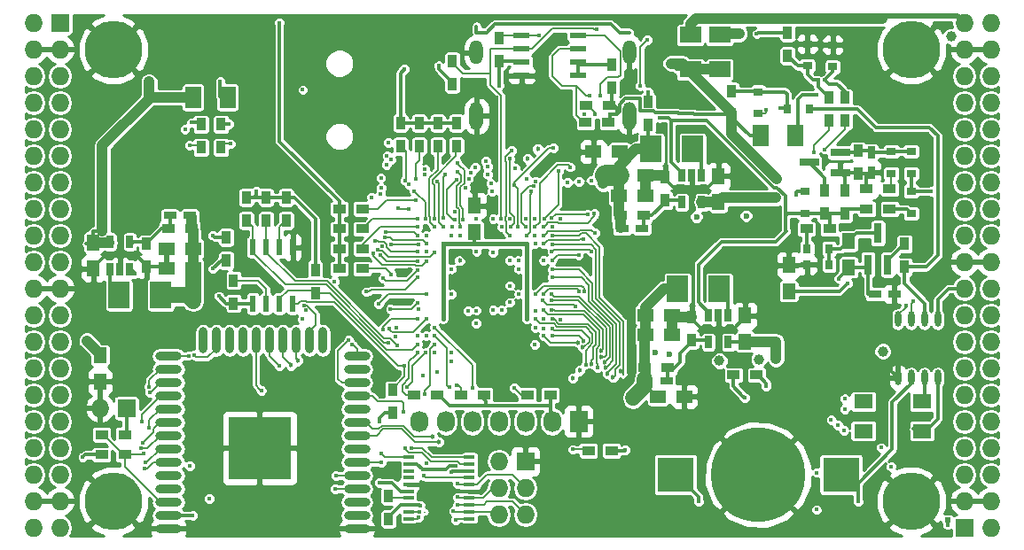
<source format=gbl>
G04 #@! TF.FileFunction,Copper,L4,Bot,Signal*
%FSLAX46Y46*%
G04 Gerber Fmt 4.6, Leading zero omitted, Abs format (unit mm)*
G04 Created by KiCad (PCBNEW 4.0.7+dfsg1-1) date Tue Oct  3 01:48:17 2017*
%MOMM*%
%LPD*%
G01*
G04 APERTURE LIST*
%ADD10C,0.100000*%
%ADD11R,0.900000X1.200000*%
%ADD12R,2.032000X1.524000*%
%ADD13R,2.000000X2.500000*%
%ADD14R,0.700000X1.200000*%
%ADD15R,1.250000X1.500000*%
%ADD16R,1.500000X1.250000*%
%ADD17R,1.524000X2.032000*%
%ADD18O,0.609600X1.473200*%
%ADD19R,0.800000X0.900000*%
%ADD20R,0.900000X0.800000*%
%ADD21R,0.800000X1.900000*%
%ADD22R,1.900000X0.800000*%
%ADD23R,1.200000X0.750000*%
%ADD24R,0.750000X1.200000*%
%ADD25R,1.200000X0.900000*%
%ADD26R,0.600000X1.550000*%
%ADD27R,1.550000X0.600000*%
%ADD28O,2.500000X0.900000*%
%ADD29O,0.900000X2.500000*%
%ADD30R,6.000000X6.000000*%
%ADD31R,1.727200X1.727200*%
%ADD32O,1.727200X1.727200*%
%ADD33C,5.500000*%
%ADD34R,1.000000X0.400000*%
%ADD35R,0.500000X0.500000*%
%ADD36R,1.727200X2.032000*%
%ADD37O,1.727200X2.032000*%
%ADD38R,3.500000X3.300000*%
%ADD39C,9.000000*%
%ADD40O,1.300000X2.700000*%
%ADD41O,1.300000X2.300000*%
%ADD42R,1.800000X1.400000*%
%ADD43C,1.000000*%
%ADD44C,0.400000*%
%ADD45C,0.600000*%
%ADD46C,0.454000*%
%ADD47C,0.300000*%
%ADD48C,0.190000*%
%ADD49C,1.000000*%
%ADD50C,0.500000*%
%ADD51C,2.000000*%
%ADD52C,1.500000*%
%ADD53C,0.400000*%
%ADD54C,0.200000*%
%ADD55C,0.254000*%
G04 APERTURE END LIST*
D10*
D11*
X154044000Y-72426000D03*
X154044000Y-70226000D03*
D12*
X160902000Y-63833000D03*
X160902000Y-67135000D03*
X158108000Y-67135000D03*
X158108000Y-63833000D03*
D13*
X160870000Y-88090000D03*
X156870000Y-88090000D03*
D14*
X159825000Y-90600000D03*
X160775000Y-90600000D03*
X161725000Y-90600000D03*
X161725000Y-93200000D03*
X159825000Y-93200000D03*
D13*
X158330000Y-74755000D03*
X154330000Y-74755000D03*
D14*
X157285000Y-77235000D03*
X158235000Y-77235000D03*
X159185000Y-77235000D03*
X159185000Y-79835000D03*
X157285000Y-79835000D03*
D13*
X103530000Y-88725000D03*
X107530000Y-88725000D03*
D14*
X104575000Y-86215000D03*
X103625000Y-86215000D03*
X102675000Y-86215000D03*
X102675000Y-83615000D03*
X104575000Y-83615000D03*
D15*
X101085000Y-83665000D03*
X101085000Y-86165000D03*
D16*
X153810000Y-90630000D03*
X156310000Y-90630000D03*
X153810000Y-92535000D03*
X156310000Y-92535000D03*
D15*
X163315000Y-93150000D03*
X163315000Y-90650000D03*
D16*
X151270000Y-79200000D03*
X153770000Y-79200000D03*
X151270000Y-77295000D03*
X153770000Y-77295000D03*
D15*
X160775000Y-79815000D03*
X160775000Y-77315000D03*
D16*
X110590000Y-84280000D03*
X108090000Y-84280000D03*
X110590000Y-86185000D03*
X108090000Y-86185000D03*
D17*
X110610000Y-69802000D03*
X113912000Y-69802000D03*
X168141000Y-73485000D03*
X164839000Y-73485000D03*
D18*
X181730000Y-96599000D03*
X180460000Y-96599000D03*
X179190000Y-96599000D03*
X177920000Y-96599000D03*
X177920000Y-91011000D03*
X179190000Y-91011000D03*
X180460000Y-91011000D03*
X181730000Y-91011000D03*
D15*
X173221000Y-86038000D03*
X173221000Y-83538000D03*
D19*
X169250000Y-84280000D03*
X171350000Y-84280000D03*
D20*
X179190000Y-80885000D03*
X179190000Y-78785000D03*
X177285000Y-74975000D03*
X177285000Y-77075000D03*
X169030000Y-80885000D03*
X169030000Y-78785000D03*
D21*
X176965000Y-85780000D03*
X175065000Y-85780000D03*
X176015000Y-82780000D03*
D22*
X172435000Y-75075000D03*
X172435000Y-76975000D03*
X169435000Y-76025000D03*
D23*
X153910000Y-96910000D03*
X155810000Y-96910000D03*
X151570000Y-82375000D03*
X153470000Y-82375000D03*
X110290000Y-81105000D03*
X108390000Y-81105000D03*
D24*
X175380000Y-75075000D03*
X175380000Y-76975000D03*
D25*
X169200000Y-82375000D03*
X171400000Y-82375000D03*
D11*
X172840000Y-80935000D03*
X172840000Y-78735000D03*
D25*
X177115000Y-80470000D03*
X174915000Y-80470000D03*
D11*
X174110000Y-74925000D03*
X174110000Y-77125000D03*
X178555000Y-83815000D03*
X178555000Y-86015000D03*
X113785000Y-83180000D03*
X113785000Y-85380000D03*
X170935000Y-80935000D03*
X170935000Y-78735000D03*
X129280000Y-107900000D03*
X129280000Y-110100000D03*
D25*
X150572000Y-103584000D03*
X148372000Y-103584000D03*
X177115000Y-78565000D03*
X174915000Y-78565000D03*
X153760000Y-95640000D03*
X155960000Y-95640000D03*
X110440000Y-82375000D03*
X108240000Y-82375000D03*
X151420000Y-81105000D03*
X153620000Y-81105000D03*
D11*
X158235000Y-90800000D03*
X158235000Y-93000000D03*
X106165000Y-86015000D03*
X106165000Y-83815000D03*
X155695000Y-77465000D03*
X155695000Y-79665000D03*
D25*
X126782000Y-86185000D03*
X124582000Y-86185000D03*
X126782000Y-84279000D03*
X124582000Y-84279000D03*
X126782000Y-82375000D03*
X124582000Y-82375000D03*
X126782000Y-80470000D03*
X124582000Y-80470000D03*
D11*
X130422000Y-74458000D03*
X130422000Y-72258000D03*
X132200000Y-74458000D03*
X132200000Y-72258000D03*
X133978000Y-74458000D03*
X133978000Y-72258000D03*
X135756000Y-74458000D03*
X135756000Y-72258000D03*
D26*
X116325000Y-84120000D03*
X117595000Y-84120000D03*
X118865000Y-84120000D03*
X120135000Y-84120000D03*
X120135000Y-89520000D03*
X118865000Y-89520000D03*
X117595000Y-89520000D03*
X116325000Y-89520000D03*
D23*
X175700000Y-88598000D03*
X177600000Y-88598000D03*
D27*
X141980000Y-67705000D03*
X141980000Y-66435000D03*
X141980000Y-65165000D03*
X141980000Y-63895000D03*
X147380000Y-63895000D03*
X147380000Y-65165000D03*
X147380000Y-66435000D03*
X147380000Y-67705000D03*
D19*
X171350000Y-85804000D03*
X169250000Y-85804000D03*
D20*
X179190000Y-77075000D03*
X179190000Y-74975000D03*
D28*
X126260434Y-111030338D03*
X126260434Y-109760338D03*
X126260434Y-108490338D03*
X126260434Y-107220338D03*
X126260434Y-105950338D03*
X126260434Y-104680338D03*
X126260434Y-103410338D03*
X126260434Y-102140338D03*
X126260434Y-100870338D03*
X126260434Y-99600338D03*
X126260434Y-98330338D03*
X126260434Y-97060338D03*
X126260434Y-95790338D03*
X126260434Y-94520338D03*
D29*
X122975434Y-93030338D03*
X121705434Y-93030338D03*
X120435434Y-93030338D03*
X119165434Y-93030338D03*
X117895434Y-93030338D03*
X116625434Y-93030338D03*
X115355434Y-93030338D03*
X114085434Y-93030338D03*
X112815434Y-93030338D03*
X111545434Y-93030338D03*
D28*
X108260434Y-94520338D03*
X108260434Y-95790338D03*
X108260434Y-97060338D03*
X108260434Y-98330338D03*
X108260434Y-99600338D03*
X108260434Y-100870338D03*
X108260434Y-102140338D03*
X108260434Y-103410338D03*
X108260434Y-104680338D03*
X108260434Y-105950338D03*
X108260434Y-107220338D03*
X108260434Y-108490338D03*
X108260434Y-109760338D03*
X108260434Y-111030338D03*
D30*
X116960434Y-103330338D03*
D31*
X97910000Y-62690000D03*
D32*
X95370000Y-62690000D03*
X97910000Y-65230000D03*
X95370000Y-65230000D03*
X97910000Y-67770000D03*
X95370000Y-67770000D03*
X97910000Y-70310000D03*
X95370000Y-70310000D03*
X97910000Y-72850000D03*
X95370000Y-72850000D03*
X97910000Y-75390000D03*
X95370000Y-75390000D03*
X97910000Y-77930000D03*
X95370000Y-77930000D03*
X97910000Y-80470000D03*
X95370000Y-80470000D03*
X97910000Y-83010000D03*
X95370000Y-83010000D03*
X97910000Y-85550000D03*
X95370000Y-85550000D03*
X97910000Y-88090000D03*
X95370000Y-88090000D03*
X97910000Y-90630000D03*
X95370000Y-90630000D03*
X97910000Y-93170000D03*
X95370000Y-93170000D03*
X97910000Y-95710000D03*
X95370000Y-95710000D03*
X97910000Y-98250000D03*
X95370000Y-98250000D03*
X97910000Y-100790000D03*
X95370000Y-100790000D03*
X97910000Y-103330000D03*
X95370000Y-103330000D03*
X97910000Y-105870000D03*
X95370000Y-105870000D03*
X97910000Y-108410000D03*
X95370000Y-108410000D03*
X97910000Y-110950000D03*
X95370000Y-110950000D03*
D31*
X184270000Y-110950000D03*
D32*
X186810000Y-110950000D03*
X184270000Y-108410000D03*
X186810000Y-108410000D03*
X184270000Y-105870000D03*
X186810000Y-105870000D03*
X184270000Y-103330000D03*
X186810000Y-103330000D03*
X184270000Y-100790000D03*
X186810000Y-100790000D03*
X184270000Y-98250000D03*
X186810000Y-98250000D03*
X184270000Y-95710000D03*
X186810000Y-95710000D03*
X184270000Y-93170000D03*
X186810000Y-93170000D03*
X184270000Y-90630000D03*
X186810000Y-90630000D03*
X184270000Y-88090000D03*
X186810000Y-88090000D03*
X184270000Y-85550000D03*
X186810000Y-85550000D03*
X184270000Y-83010000D03*
X186810000Y-83010000D03*
X184270000Y-80470000D03*
X186810000Y-80470000D03*
X184270000Y-77930000D03*
X186810000Y-77930000D03*
X184270000Y-75390000D03*
X186810000Y-75390000D03*
X184270000Y-72850000D03*
X186810000Y-72850000D03*
X184270000Y-70310000D03*
X186810000Y-70310000D03*
X184270000Y-67770000D03*
X186810000Y-67770000D03*
X184270000Y-65230000D03*
X186810000Y-65230000D03*
X184270000Y-62690000D03*
X186810000Y-62690000D03*
D33*
X102990000Y-108410000D03*
X179190000Y-108410000D03*
X179190000Y-65230000D03*
X102990000Y-65230000D03*
D19*
X167345000Y-70945000D03*
X169445000Y-70945000D03*
D20*
X164585000Y-69260000D03*
X164585000Y-71360000D03*
D11*
X162045000Y-71410000D03*
X162045000Y-69210000D03*
X139820000Y-66330000D03*
X139820000Y-64130000D03*
X135375000Y-68532000D03*
X135375000Y-66332000D03*
X150615000Y-68870000D03*
X150615000Y-66670000D03*
D25*
X150275000Y-72215000D03*
X148075000Y-72215000D03*
X150380000Y-70600000D03*
X148180000Y-70600000D03*
D34*
X137005000Y-104215000D03*
X137005000Y-104865000D03*
X137005000Y-105515000D03*
X137005000Y-106165000D03*
X137005000Y-106815000D03*
X137005000Y-107465000D03*
X137005000Y-108115000D03*
X137005000Y-108765000D03*
X137005000Y-109415000D03*
X137005000Y-110065000D03*
X131205000Y-110065000D03*
X131205000Y-109415000D03*
X131205000Y-108765000D03*
X131205000Y-108115000D03*
X131205000Y-107465000D03*
X131205000Y-106815000D03*
X131205000Y-106165000D03*
X131205000Y-105515000D03*
X131205000Y-104865000D03*
X131205000Y-104215000D03*
D11*
X119500000Y-79370000D03*
X119500000Y-81570000D03*
X114480000Y-89500000D03*
X114480000Y-87300000D03*
X129660000Y-99985000D03*
X129660000Y-97785000D03*
X117595000Y-79370000D03*
X117595000Y-81570000D03*
X122280000Y-86300000D03*
X122280000Y-88500000D03*
X115690000Y-79370000D03*
X115690000Y-81570000D03*
D25*
X144730000Y-98250000D03*
X142530000Y-98250000D03*
X138380000Y-98250000D03*
X136180000Y-98250000D03*
X133935000Y-98250000D03*
X131735000Y-98250000D03*
X101890000Y-103965000D03*
X104090000Y-103965000D03*
D31*
X104260000Y-99520000D03*
D32*
X101720000Y-99520000D03*
D25*
X101890000Y-102060000D03*
X104090000Y-102060000D03*
D15*
X167506000Y-88324000D03*
X167506000Y-85824000D03*
D25*
X164415000Y-96345000D03*
X162215000Y-96345000D03*
D11*
X167379000Y-65822000D03*
X167379000Y-63622000D03*
D31*
X142360000Y-104600000D03*
D32*
X139820000Y-104600000D03*
X142360000Y-107140000D03*
X139820000Y-107140000D03*
X142360000Y-109680000D03*
X139820000Y-109680000D03*
D16*
X155030000Y-98400000D03*
X157530000Y-98400000D03*
D15*
X137480000Y-82650000D03*
X137480000Y-80150000D03*
D16*
X151330000Y-75000000D03*
X148830000Y-75000000D03*
D15*
X101720000Y-94460000D03*
X101720000Y-96960000D03*
D11*
X113277000Y-74585000D03*
X113277000Y-72385000D03*
X111372000Y-74585000D03*
X111372000Y-72385000D03*
D20*
X169284000Y-66788000D03*
X169284000Y-64688000D03*
X171697000Y-66881000D03*
X171697000Y-64781000D03*
D11*
X172840000Y-72045000D03*
X172840000Y-69845000D03*
X171316000Y-72045000D03*
X171316000Y-69845000D03*
D35*
X182680000Y-110200000D03*
D36*
X147440000Y-100790000D03*
D37*
X144900000Y-100790000D03*
X142360000Y-100790000D03*
X139820000Y-100790000D03*
X137280000Y-100790000D03*
X134740000Y-100790000D03*
X132200000Y-100790000D03*
D38*
X172485000Y-105870000D03*
X156685000Y-105870000D03*
D39*
X164585000Y-105870000D03*
D40*
X152280000Y-71550000D03*
X137680000Y-71550000D03*
D41*
X137680000Y-65500000D03*
X152280000Y-65500000D03*
D42*
X180212000Y-98882000D03*
X174612000Y-98882000D03*
X174612000Y-101682000D03*
X180212000Y-101682000D03*
D43*
X116880503Y-64802940D03*
X106974809Y-64953974D03*
X175210328Y-64948943D03*
X165417246Y-64954666D03*
D44*
X175495631Y-71457432D03*
X139575609Y-69792857D03*
X146468970Y-70993942D03*
X144978424Y-71024054D03*
X143480350Y-71016526D03*
X142000564Y-71008511D03*
X113273209Y-99681387D03*
X147987361Y-71377791D03*
X144102010Y-84600000D03*
X132880424Y-84561218D03*
X135567436Y-80702302D03*
X132810347Y-82177990D03*
X145713035Y-91022010D03*
X145680000Y-94177990D03*
X177285000Y-95710000D03*
D43*
X177229911Y-82281349D03*
D44*
X170046000Y-85804000D03*
D45*
X164741832Y-81130572D03*
D44*
X120770000Y-72215000D03*
X133216000Y-109934000D03*
D45*
X161067993Y-81216119D03*
D43*
X158233687Y-94852616D03*
X162992748Y-94820185D03*
D45*
X156280000Y-81210838D03*
D44*
X131254529Y-86251357D03*
X140880000Y-81400000D03*
X136085174Y-89394826D03*
X145680000Y-81400000D03*
X120430000Y-97050000D03*
X150080000Y-81600000D03*
X131280000Y-89400000D03*
X133690245Y-94180159D03*
D46*
X139312644Y-91359700D03*
D44*
X140874194Y-91433353D03*
X145680000Y-85422010D03*
X135280000Y-95000000D03*
X135280000Y-94200000D03*
X142480000Y-94200000D03*
X140880000Y-93400000D03*
X139280000Y-93400000D03*
X137680000Y-93400000D03*
X136080000Y-93400000D03*
X136880000Y-92600000D03*
X135280000Y-92600000D03*
X132880000Y-91800000D03*
X132880000Y-93400000D03*
D46*
X141042859Y-86994997D03*
X139280000Y-87000000D03*
X136110990Y-86995403D03*
X139280000Y-88600000D03*
X137680000Y-87000000D03*
X136080000Y-84600000D03*
D43*
X166321614Y-77572282D03*
X166248957Y-79408030D03*
X156235582Y-66548363D03*
X101932065Y-82585048D03*
X106417803Y-68312483D03*
X166280000Y-94800000D03*
D44*
X112134000Y-108156000D03*
X128390000Y-106632000D03*
X150457224Y-71377791D03*
X172289562Y-87124051D03*
D43*
X183005038Y-63965038D03*
X162787481Y-63718486D03*
D44*
X172834633Y-99599920D03*
X172879922Y-98618650D03*
X176305593Y-103279812D03*
X165349214Y-97422919D03*
D43*
X160875897Y-94988750D03*
D44*
X164433885Y-63737451D03*
X139820000Y-68665673D03*
X148639876Y-77729346D03*
D43*
X149751640Y-78029346D03*
D44*
X134079160Y-66786153D03*
X109828000Y-72830000D03*
X116654336Y-78777990D03*
D43*
X176474303Y-94069095D03*
D44*
X173094000Y-87582000D03*
D43*
X100479904Y-93063904D03*
D45*
X163422030Y-81120665D03*
X154726292Y-94171363D03*
X156077107Y-94380779D03*
X158680000Y-81210838D03*
D44*
X112515000Y-83010000D03*
X181065000Y-78785000D03*
X128441330Y-100795881D03*
X110529662Y-109760338D03*
X110280000Y-105000000D03*
X100080000Y-104200000D03*
X113080000Y-88800000D03*
D43*
X164653770Y-94825547D03*
D44*
X137665894Y-91402446D03*
X135273306Y-88618602D03*
X139272517Y-84611349D03*
X137680556Y-84534085D03*
X141680000Y-86200000D03*
X135280000Y-86200000D03*
X132880000Y-92600000D03*
X132080000Y-92600000D03*
X141680000Y-88600000D03*
X141680000Y-85400000D03*
D43*
X152621047Y-98519969D03*
D44*
X136885174Y-90194826D03*
X140094890Y-90122990D03*
X139280000Y-90122990D03*
X140880000Y-89400000D03*
X137680000Y-90172990D03*
X140880000Y-87800000D03*
X140880000Y-85400000D03*
D46*
X136080000Y-85400000D03*
D44*
X121369010Y-90164222D03*
X130022933Y-91834237D03*
X121036481Y-91008234D03*
X129902064Y-92678248D03*
D43*
X110617371Y-89287199D03*
D44*
X142480000Y-91000000D03*
X142480000Y-83800000D03*
X134480000Y-83800000D03*
X134480000Y-91000000D03*
X105037711Y-86632990D03*
X155149360Y-71764535D03*
X121086654Y-69078528D03*
X170182962Y-69571012D03*
X174110000Y-108410000D03*
X158870000Y-108410000D03*
X135884156Y-106696010D03*
X137288700Y-97538741D03*
X133680000Y-91800000D03*
D46*
X134074414Y-102752225D03*
D44*
X135085458Y-97531790D03*
X135855186Y-108022639D03*
D46*
X133449289Y-102232615D03*
D44*
X133680000Y-92600000D03*
X132752670Y-98178920D03*
X128610113Y-104714568D03*
X132918584Y-104800000D03*
X135853254Y-108792386D03*
X133685668Y-93402482D03*
X130714529Y-99901000D03*
X131039363Y-97487286D03*
X135471949Y-109365878D03*
X132846234Y-94197073D03*
X118858690Y-62658970D03*
X130761990Y-67119621D03*
X148477832Y-69619684D03*
X149475951Y-69619684D03*
X148991194Y-71377791D03*
X153984196Y-64280063D03*
X153322343Y-68673419D03*
X143650666Y-63862520D03*
X178665908Y-89713903D03*
X149183754Y-63257114D03*
X179375977Y-89317806D03*
X140035989Y-81400000D03*
X128776655Y-87110882D03*
X132077895Y-86272150D03*
X117121665Y-97817265D03*
X118843798Y-95498222D03*
D46*
X119978162Y-95412951D03*
X120634035Y-94977604D03*
D44*
X113212238Y-68244401D03*
X166678914Y-70803555D03*
X146387166Y-77939336D03*
X147480000Y-77822010D03*
X131453853Y-103296209D03*
X144891634Y-91008466D03*
D46*
X148653935Y-95249010D03*
X149565978Y-94054788D03*
D44*
X144867244Y-90164455D03*
D46*
X150720500Y-96575802D03*
D44*
X144890381Y-83866022D03*
D46*
X151448039Y-95951686D03*
D44*
X144894101Y-83022010D03*
D46*
X150149219Y-96229829D03*
D44*
X144901285Y-86268736D03*
D46*
X150033441Y-95660469D03*
D44*
X144888562Y-86993817D03*
D46*
X149952517Y-95085120D03*
D44*
X144877648Y-88622010D03*
D46*
X149584522Y-94635504D03*
D44*
X144810610Y-89177990D03*
X144895773Y-91874444D03*
D46*
X147777713Y-93691005D03*
X147356233Y-93219138D03*
D44*
X144102010Y-92600000D03*
D46*
X147915304Y-93060979D03*
D44*
X144882352Y-92577990D03*
X130807074Y-95454141D03*
X130141304Y-93529144D03*
X132080000Y-93400000D03*
X129254670Y-93244631D03*
X133919980Y-96038729D03*
X141280000Y-97600000D03*
X132572818Y-96383863D03*
X135770000Y-97338127D03*
X132080000Y-94200000D03*
X128669601Y-84020243D03*
X105906712Y-103816552D03*
X129459184Y-90039192D03*
X132080000Y-89444020D03*
X130839486Y-103354982D03*
X128602801Y-103872537D03*
X128321313Y-89539949D03*
X132656192Y-105976192D03*
X132880000Y-88600000D03*
X127145130Y-88379076D03*
X124253981Y-105982535D03*
X132080000Y-87000000D03*
X125827283Y-93452662D03*
X124202418Y-107207639D03*
D46*
X142530990Y-75662841D03*
X143525587Y-74749772D03*
D44*
X110313517Y-74380698D03*
X132146108Y-109940263D03*
X114166000Y-74247000D03*
X132189000Y-109415000D03*
X135567436Y-81489225D03*
X135767546Y-77648547D03*
X134702010Y-77200000D03*
X134471354Y-81347908D03*
X132761172Y-77202673D03*
X132737245Y-76676207D03*
X128545566Y-77476577D03*
X127643658Y-79355564D03*
X110718734Y-94451783D03*
X128515897Y-78994176D03*
X110193102Y-94489889D03*
X128569727Y-78469921D03*
X106412639Y-97453606D03*
X131230910Y-78113843D03*
X106479997Y-97976296D03*
X131709326Y-78745875D03*
X132783332Y-81399993D03*
X129016746Y-82660638D03*
X105679715Y-100783924D03*
X132084821Y-83022010D03*
X128948848Y-83183258D03*
X106401171Y-101377901D03*
X132886504Y-83777990D03*
X129513931Y-83860979D03*
X105803161Y-102850427D03*
X132117443Y-83866021D03*
X127966259Y-83527946D03*
X105651866Y-103355255D03*
X132079996Y-84503337D03*
X128256283Y-84387285D03*
X106023598Y-104697574D03*
X133671942Y-84595200D03*
X127824162Y-84688968D03*
X105973679Y-105248709D03*
X132875802Y-85428138D03*
D46*
X146862501Y-96617499D03*
X147534467Y-95913260D03*
D44*
X148102806Y-95339021D03*
X143280000Y-91000000D03*
X149207706Y-95605291D03*
X144082424Y-90132858D03*
X143989948Y-89177990D03*
X147125926Y-89802879D03*
X143281824Y-90201951D03*
X144102010Y-85397219D03*
X147422472Y-84858593D03*
X144886544Y-85385186D03*
X144102010Y-83000000D03*
X148975652Y-82755341D03*
X144885092Y-82177990D03*
X147470668Y-88324835D03*
X144082832Y-88584510D03*
X147997681Y-88324844D03*
X143278026Y-88595030D03*
X144102010Y-82185600D03*
X148935852Y-80899014D03*
X148337768Y-80975785D03*
X144866392Y-81333979D03*
X139280000Y-81400000D03*
X139145358Y-78809170D03*
X139040624Y-78036724D03*
X138723613Y-77165705D03*
X138593844Y-75910161D03*
X138716105Y-76425854D03*
X137680000Y-81400000D03*
X137538026Y-76510532D03*
X137116016Y-76974740D03*
X136928568Y-77562978D03*
X136634118Y-78451672D03*
X135830689Y-76094515D03*
X136411444Y-81497309D03*
X148668800Y-84550385D03*
X144877691Y-84532933D03*
X144102010Y-83800000D03*
X147894174Y-83335809D03*
X142851623Y-78759750D03*
X142473549Y-82998913D03*
X143105106Y-78295223D03*
X142396423Y-82191394D03*
X145494012Y-76834828D03*
X144146021Y-81374784D03*
X143331797Y-77819457D03*
X146627648Y-76461302D03*
X143257990Y-82207154D03*
X143257990Y-81379632D03*
X145017056Y-74655847D03*
X141318978Y-78199263D03*
X141657990Y-82130345D03*
X142413979Y-81382236D03*
X140080000Y-82200000D03*
X141342967Y-76554996D03*
X141046643Y-74873804D03*
X140864029Y-83041403D03*
X140890207Y-75681941D03*
X140924011Y-82179283D03*
X129542604Y-86703515D03*
X132880000Y-83022010D03*
X132080000Y-82177990D03*
X132080000Y-81400000D03*
X131847310Y-79589886D03*
X130856828Y-77742623D03*
X131923295Y-77584853D03*
X133654358Y-82177990D03*
X133627343Y-81396408D03*
X129336756Y-91938993D03*
X132880000Y-91000000D03*
X128765088Y-92004296D03*
X132077648Y-90977990D03*
X130196821Y-80377733D03*
X131180000Y-80500000D03*
X128489708Y-84867377D03*
X132079620Y-85428138D03*
X165326966Y-71026598D03*
X134501414Y-82177578D03*
X133922194Y-77854836D03*
X135680000Y-110200000D03*
X146844288Y-103452739D03*
X132540000Y-105400000D03*
X135680000Y-105037990D03*
X132280000Y-108800000D03*
X135248000Y-105616000D03*
X112515000Y-86185000D03*
X163277422Y-98501717D03*
X170126036Y-109212466D03*
X170157734Y-105666345D03*
X169895346Y-75092988D03*
X143257990Y-83000000D03*
X168166438Y-79108038D03*
X151896383Y-103510715D03*
X114039000Y-72342000D03*
X110483000Y-72215000D03*
X177274002Y-105079115D03*
X143258015Y-93423150D03*
X172761273Y-101651681D03*
X143280000Y-91800000D03*
X172193360Y-101105663D03*
X144064831Y-91877646D03*
X171540304Y-100645743D03*
X144080000Y-91000000D03*
X154044000Y-69294000D03*
X129061632Y-76229575D03*
X135280000Y-83022010D03*
X129493343Y-75737814D03*
X136080000Y-83000000D03*
X129122249Y-75363607D03*
X135345425Y-82176814D03*
X129252218Y-74142461D03*
X135830698Y-76905381D03*
X136080000Y-82200000D03*
X170943165Y-74761464D03*
X143280000Y-83800000D03*
X142480000Y-77600000D03*
X170300000Y-68151000D03*
X170950000Y-68125562D03*
X125480000Y-93000000D03*
X121206217Y-89662983D03*
X132156079Y-90030946D03*
X182654362Y-110665838D03*
X124080000Y-87400000D03*
X124080000Y-87400000D03*
D47*
X138630000Y-63600000D02*
X139449896Y-62780104D01*
X137680000Y-63000000D02*
X137680000Y-63600000D01*
X150510104Y-62780104D02*
X151330000Y-63600000D01*
X137680000Y-63600000D02*
X138630000Y-63600000D01*
X139449896Y-62780104D02*
X150510104Y-62780104D01*
X151330000Y-63600000D02*
X152280000Y-63600000D01*
D48*
X132742351Y-109415000D02*
X132748035Y-109420684D01*
D47*
X175042385Y-64781000D02*
X175210328Y-64948943D01*
X171697000Y-64781000D02*
X175042385Y-64781000D01*
X165683912Y-64688000D02*
X165417246Y-64954666D01*
X169284000Y-64688000D02*
X165683912Y-64688000D01*
X139292767Y-69792857D02*
X139575609Y-69792857D01*
X137822857Y-69792857D02*
X139292767Y-69792857D01*
X137680000Y-69650000D02*
X137822857Y-69792857D01*
X169284000Y-64688000D02*
X171604000Y-64688000D01*
X171604000Y-64688000D02*
X171697000Y-64781000D01*
X177285000Y-95710000D02*
X177285000Y-95964000D01*
X177285000Y-95964000D02*
X177920000Y-96599000D01*
X167506000Y-85824000D02*
X169230000Y-85824000D01*
X169230000Y-85824000D02*
X169250000Y-85804000D01*
X169250000Y-85804000D02*
X170046000Y-85804000D01*
X134345000Y-107465000D02*
X133695000Y-106815000D01*
X133695000Y-106815000D02*
X131205000Y-106815000D01*
X137005000Y-107465000D02*
X134345000Y-107465000D01*
X102210000Y-84915000D02*
X103625000Y-84915000D01*
X103625000Y-84915000D02*
X105215000Y-84915000D01*
X103625000Y-86215000D02*
X103625000Y-84915000D01*
X105215000Y-84915000D02*
X106165000Y-85865000D01*
X106165000Y-85865000D02*
X106165000Y-86015000D01*
X101085000Y-86165000D02*
X101085000Y-86040000D01*
X101085000Y-86040000D02*
X102210000Y-84915000D01*
X106165000Y-86015000D02*
X107920000Y-86015000D01*
X107920000Y-86015000D02*
X108090000Y-86185000D01*
X139085645Y-91132701D02*
X139312644Y-91359700D01*
X138480000Y-89400000D02*
X138480000Y-90527056D01*
X139280000Y-88600000D02*
X138480000Y-89400000D01*
X138480000Y-90527056D02*
X139085645Y-91132701D01*
D49*
X153770000Y-77295000D02*
X155525000Y-77295000D01*
D47*
X155525000Y-77295000D02*
X155695000Y-77465000D01*
D49*
X153770000Y-79200000D02*
X153770000Y-77295000D01*
D47*
X174110000Y-77125000D02*
X174745000Y-77125000D01*
X174745000Y-77125000D02*
X175230000Y-77125000D01*
X174915000Y-78565000D02*
X174915000Y-77295000D01*
X174915000Y-77295000D02*
X174745000Y-77125000D01*
X172840000Y-78735000D02*
X172840000Y-77380000D01*
X172840000Y-77380000D02*
X172435000Y-76975000D01*
X175230000Y-77125000D02*
X175380000Y-76975000D01*
X172435000Y-76975000D02*
X173960000Y-76975000D01*
X173960000Y-76975000D02*
X174110000Y-77125000D01*
X137680000Y-86200000D02*
X137680000Y-86600000D01*
X136080000Y-84600000D02*
X137680000Y-86200000D01*
X159850000Y-78365000D02*
X158235000Y-78365000D01*
X158235000Y-78365000D02*
X156445000Y-78365000D01*
X158235000Y-77235000D02*
X158235000Y-78365000D01*
X160775000Y-77315000D02*
X160775000Y-77440000D01*
X160775000Y-77440000D02*
X159850000Y-78365000D01*
X156445000Y-78365000D02*
X155695000Y-77615000D01*
X155695000Y-77615000D02*
X155695000Y-77465000D01*
D49*
X156310000Y-90630000D02*
X156310000Y-92535000D01*
X158235000Y-90800000D02*
X156480000Y-90800000D01*
D47*
X156480000Y-90800000D02*
X156310000Y-90630000D01*
X163315000Y-90650000D02*
X163315000Y-90834602D01*
X163315000Y-90834602D02*
X162249602Y-91900000D01*
X162249602Y-91900000D02*
X160775000Y-91900000D01*
X101085000Y-86165000D02*
X101085000Y-85929893D01*
X106165000Y-85944374D02*
X106165000Y-86015000D01*
X159185000Y-91900000D02*
X160775000Y-91900000D01*
X160775000Y-90600000D02*
X160775000Y-91900000D01*
X158235000Y-90800000D02*
X158235000Y-90950000D01*
X158235000Y-90950000D02*
X159185000Y-91900000D01*
X108090000Y-84280000D02*
X108090000Y-86185000D01*
X107625000Y-84745000D02*
X108090000Y-84280000D01*
X108070000Y-84260000D02*
X108090000Y-84280000D01*
X141037856Y-87000000D02*
X141042859Y-86994997D01*
X139280000Y-87000000D02*
X141037856Y-87000000D01*
X136432016Y-86995403D02*
X136110990Y-86995403D01*
X137284597Y-86995403D02*
X136432016Y-86995403D01*
X137680000Y-86600000D02*
X137284597Y-86995403D01*
X137680000Y-86600000D02*
X137680000Y-87000000D01*
D48*
X138029000Y-66332000D02*
X138115000Y-66246000D01*
D49*
X162045000Y-73295668D02*
X165821615Y-77072283D01*
X162045000Y-71410000D02*
X162045000Y-73295668D01*
X165821615Y-77072283D02*
X166321614Y-77572282D01*
X160790000Y-79800000D02*
X161181970Y-79408030D01*
X161181970Y-79408030D02*
X165541851Y-79408030D01*
X165541851Y-79408030D02*
X166248957Y-79408030D01*
X157333363Y-66548363D02*
X156942688Y-66548363D01*
X162045000Y-71260000D02*
X157333363Y-66548363D01*
X156942688Y-66548363D02*
X156235582Y-66548363D01*
D47*
X156792000Y-67135000D02*
X156235582Y-66578582D01*
X158108000Y-67135000D02*
X156792000Y-67135000D01*
X156235582Y-66578582D02*
X156235582Y-66548363D01*
D49*
X162045000Y-71410000D02*
X162045000Y-71260000D01*
X158108000Y-67135000D02*
X160902000Y-67135000D01*
D47*
X101085000Y-82615000D02*
X101114952Y-82585048D01*
X101114952Y-82585048D02*
X101224959Y-82585048D01*
X101085000Y-83665000D02*
X101085000Y-82615000D01*
D49*
X101932065Y-81877942D02*
X101932065Y-82585048D01*
X101932065Y-74415935D02*
X101932065Y-81877942D01*
X106407114Y-69940886D02*
X101932065Y-74415935D01*
D47*
X101224959Y-82585048D02*
X101932065Y-82585048D01*
X151080000Y-71400000D02*
X151352990Y-71127010D01*
X158407951Y-71315988D02*
X158501963Y-71410000D01*
X151352990Y-71127010D02*
X151352990Y-70466020D01*
X153372399Y-71103001D02*
X154568521Y-71103001D01*
X158501963Y-71410000D02*
X162045000Y-71410000D01*
X151352990Y-70466020D02*
X151896020Y-69922990D01*
X153316999Y-69896923D02*
X153316999Y-71047601D01*
X156924522Y-71275510D02*
X156965000Y-71315988D01*
X151896020Y-69922990D02*
X152557010Y-69922990D01*
X152557010Y-69922990D02*
X152583077Y-69896923D01*
X152583077Y-69896923D02*
X153316999Y-69896923D01*
X156965000Y-71315988D02*
X158407951Y-71315988D01*
X153316999Y-71047601D02*
X153372399Y-71103001D01*
X154568521Y-71103001D02*
X154741030Y-71275510D01*
X154741030Y-71275510D02*
X156924522Y-71275510D01*
D49*
X106417803Y-69019589D02*
X106417803Y-68312483D01*
X106417803Y-69930197D02*
X106417803Y-69019589D01*
X106407114Y-69940886D02*
X106417803Y-69930197D01*
X166280000Y-93150000D02*
X166280000Y-94800000D01*
D47*
X129572000Y-106632000D02*
X128390000Y-106632000D01*
X131205000Y-107465000D02*
X130405000Y-107465000D01*
X130405000Y-107465000D02*
X129572000Y-106632000D01*
X110610000Y-69548000D02*
X110610000Y-69802000D01*
X150457224Y-71377791D02*
X150457224Y-72032776D01*
X150457224Y-72032776D02*
X150275000Y-72215000D01*
D49*
X109975000Y-69802000D02*
X106546000Y-69802000D01*
X106546000Y-69802000D02*
X106419000Y-69929000D01*
D47*
X164839000Y-73485000D02*
X163777000Y-73485000D01*
X163777000Y-73485000D02*
X162045000Y-71753000D01*
X162045000Y-71753000D02*
X162045000Y-71410000D01*
X151057791Y-71377791D02*
X150740066Y-71377791D01*
X150740066Y-71377791D02*
X150457224Y-71377791D01*
X151080000Y-71400000D02*
X151057791Y-71377791D01*
X172289562Y-87094438D02*
X172289562Y-87124051D01*
X173221000Y-86163000D02*
X172289562Y-87094438D01*
X173221000Y-86038000D02*
X173221000Y-86163000D01*
X175065000Y-88598000D02*
X175065000Y-85780000D01*
X175700000Y-88598000D02*
X175065000Y-88598000D01*
D49*
X106419000Y-69929000D02*
X106407114Y-69940886D01*
D47*
X106419000Y-69675000D02*
X106419000Y-69929000D01*
X100572432Y-83665000D02*
X100424079Y-83813353D01*
X101085000Y-83665000D02*
X100572432Y-83665000D01*
X160790000Y-79800000D02*
X160775000Y-79815000D01*
D49*
X163315000Y-93150000D02*
X166280000Y-93150000D01*
D47*
X160775000Y-79940000D02*
X160775000Y-79815000D01*
X164925000Y-93150000D02*
X164240000Y-93150000D01*
X164240000Y-93150000D02*
X163315000Y-93150000D01*
X101085000Y-83665000D02*
X101085000Y-83790000D01*
X151080000Y-71400000D02*
X151080000Y-70838120D01*
X151080000Y-70838120D02*
X150615000Y-70373120D01*
X150615000Y-70373120D02*
X150615000Y-69995990D01*
X150615000Y-69995990D02*
X150615000Y-68870000D01*
D49*
X159185000Y-79835000D02*
X160755000Y-79835000D01*
D47*
X160755000Y-79835000D02*
X160775000Y-79815000D01*
X161725000Y-93200000D02*
X163265000Y-93200000D01*
X163265000Y-93200000D02*
X163315000Y-93150000D01*
X173221000Y-86038000D02*
X174807000Y-86038000D01*
X174807000Y-86038000D02*
X175065000Y-85780000D01*
D49*
X101085000Y-83665000D02*
X102625000Y-83665000D01*
D47*
X102625000Y-83665000D02*
X102675000Y-83615000D01*
D49*
X158673826Y-62251174D02*
X163455591Y-62251174D01*
X163455591Y-62251174D02*
X176413347Y-62251174D01*
D47*
X158673826Y-62251174D02*
X158627826Y-62251174D01*
D49*
X158627826Y-62251174D02*
X158108000Y-62771000D01*
X158108000Y-62771000D02*
X158108000Y-63833000D01*
D50*
X184270000Y-62690000D02*
X183586610Y-62006610D01*
X183586610Y-62006610D02*
X176657911Y-62006610D01*
D47*
X176657911Y-62006610D02*
X176413347Y-62251174D01*
D49*
X176413347Y-62251174D02*
X176425450Y-62263277D01*
X160902000Y-63833000D02*
X161016514Y-63718486D01*
X161016514Y-63718486D02*
X162080375Y-63718486D01*
X162080375Y-63718486D02*
X162787481Y-63718486D01*
D47*
X165349214Y-97129214D02*
X165349214Y-97422919D01*
X164565000Y-96345000D02*
X165349214Y-97129214D01*
X164415000Y-96345000D02*
X164565000Y-96345000D01*
X164549336Y-63622000D02*
X164433885Y-63737451D01*
X167379000Y-63622000D02*
X164549336Y-63622000D01*
X139820000Y-66330000D02*
X139820000Y-68665673D01*
D49*
X149784145Y-77289735D02*
X149751640Y-77322240D01*
X149751640Y-77322240D02*
X149751640Y-78029346D01*
X149993577Y-77289735D02*
X149784145Y-77289735D01*
D47*
X134079160Y-67068995D02*
X134079160Y-66786153D01*
X134079160Y-67086160D02*
X134079160Y-67068995D01*
X135375000Y-68382000D02*
X134079160Y-67086160D01*
X135375000Y-68532000D02*
X135375000Y-68382000D01*
X154044000Y-72426000D02*
X154044000Y-74469000D01*
X154044000Y-74469000D02*
X154330000Y-74755000D01*
X116654336Y-79155664D02*
X116654336Y-79060832D01*
X115690000Y-79370000D02*
X116440000Y-79370000D01*
X116440000Y-79370000D02*
X116654336Y-79155664D01*
X116654336Y-79060832D02*
X116654336Y-78777990D01*
X181730000Y-89106000D02*
X182746000Y-88090000D01*
X182746000Y-88090000D02*
X184270000Y-88090000D01*
X181730000Y-91011000D02*
X181730000Y-89106000D01*
X172352000Y-88324000D02*
X173094000Y-87582000D01*
X167506000Y-88324000D02*
X172352000Y-88324000D01*
X100479904Y-93094904D02*
X100479904Y-93063904D01*
D49*
X101720000Y-94335000D02*
X100479904Y-93094904D01*
D47*
X101720000Y-94460000D02*
X101720000Y-94335000D01*
X151330000Y-75000000D02*
X151330000Y-77235000D01*
X151330000Y-77235000D02*
X151270000Y-77295000D01*
X138380000Y-98250000D02*
X138380000Y-98686358D01*
X138380000Y-98686358D02*
X138550000Y-98856358D01*
X138550000Y-98856358D02*
X138550000Y-99266000D01*
X135101000Y-99266000D02*
X138550000Y-99266000D01*
X138550000Y-99266000D02*
X144730000Y-99266000D01*
X144730000Y-98250000D02*
X144730000Y-99266000D01*
X144730000Y-99266000D02*
X144730000Y-99400000D01*
X133935000Y-98250000D02*
X134085000Y-98250000D01*
X134085000Y-98250000D02*
X135101000Y-99266000D01*
X144730000Y-99400000D02*
X144730000Y-100620000D01*
X113785000Y-83180000D02*
X112685000Y-83180000D01*
X112685000Y-83180000D02*
X112515000Y-83010000D01*
X122280000Y-86300000D02*
X122280000Y-81400000D01*
X122280000Y-81400000D02*
X120250000Y-79370000D01*
X120250000Y-79370000D02*
X119500000Y-79370000D01*
X179190000Y-78785000D02*
X181065000Y-78785000D01*
X128441330Y-100513039D02*
X128441330Y-100795881D01*
X128441330Y-100453670D02*
X128441330Y-100513039D01*
X129660000Y-99985000D02*
X128910000Y-99985000D01*
X128910000Y-99985000D02*
X128441330Y-100453670D01*
X108260434Y-109760338D02*
X110529662Y-109760338D01*
X179190000Y-77075000D02*
X179190000Y-78785000D01*
X100315000Y-103965000D02*
X100080000Y-104200000D01*
X101890000Y-103965000D02*
X100315000Y-103965000D01*
X117595000Y-79370000D02*
X119500000Y-79370000D01*
X115690000Y-79370000D02*
X117595000Y-79370000D01*
X114480000Y-89500000D02*
X113780000Y-89500000D01*
X113780000Y-89500000D02*
X113080000Y-88800000D01*
X114480000Y-89500000D02*
X116305000Y-89500000D01*
X116305000Y-89500000D02*
X116325000Y-89520000D01*
X144900000Y-98250000D02*
X144730000Y-98250000D01*
X138380000Y-98250000D02*
X138530000Y-98250000D01*
X144730000Y-100620000D02*
X144900000Y-100790000D01*
X139820000Y-66330000D02*
X141875000Y-66330000D01*
X141875000Y-66330000D02*
X141980000Y-66435000D01*
D49*
X151270000Y-77295000D02*
X151264735Y-77289735D01*
D51*
X151264735Y-77289735D02*
X149993577Y-77289735D01*
D49*
X151270000Y-77295000D02*
X151270000Y-76370000D01*
D47*
X152885000Y-74755000D02*
X153030000Y-74755000D01*
D49*
X151270000Y-76370000D02*
X152885000Y-74755000D01*
X153030000Y-74755000D02*
X154330000Y-74755000D01*
X151420000Y-81105000D02*
X151420000Y-82225000D01*
D47*
X151420000Y-82225000D02*
X151570000Y-82375000D01*
D49*
X151270000Y-79200000D02*
X151270000Y-80955000D01*
D47*
X151270000Y-80955000D02*
X151420000Y-81105000D01*
D49*
X151270000Y-77295000D02*
X151270000Y-79200000D01*
D47*
X151790000Y-76775000D02*
X151270000Y-77295000D01*
X160870000Y-88090000D02*
X161725000Y-88945000D01*
X161725000Y-88945000D02*
X161725000Y-90600000D01*
X159185000Y-77235000D02*
X159185000Y-75610000D01*
X159185000Y-75610000D02*
X158330000Y-74755000D01*
X155030000Y-98400000D02*
X154905000Y-98400000D01*
X154905000Y-98400000D02*
X153733519Y-97228519D01*
X153733519Y-97228519D02*
X153733519Y-96686345D01*
D49*
X153701005Y-95301005D02*
X153810000Y-95410000D01*
X153701005Y-92643995D02*
X153701005Y-95301005D01*
X153810000Y-92535000D02*
X153701005Y-92643995D01*
D47*
X153810000Y-95410000D02*
X154110000Y-95710000D01*
X154110000Y-95710000D02*
X154110000Y-96385000D01*
D52*
X153121046Y-98019970D02*
X152621047Y-98519969D01*
X153733519Y-97407497D02*
X153121046Y-98019970D01*
X153733519Y-96686345D02*
X153733519Y-97407497D01*
D49*
X156870000Y-88090000D02*
X155570000Y-88090000D01*
X155570000Y-88090000D02*
X153810000Y-89850000D01*
X153810000Y-89850000D02*
X153810000Y-90630000D01*
X153810000Y-92535000D02*
X153810000Y-90630000D01*
D47*
X153695000Y-90515000D02*
X153810000Y-90630000D01*
X156010000Y-95710000D02*
X156524914Y-95710000D01*
X156524914Y-95710000D02*
X157145126Y-95089788D01*
X157145126Y-95089788D02*
X157145126Y-94239874D01*
X157145126Y-94239874D02*
X158235000Y-93150000D01*
X158235000Y-93150000D02*
X158235000Y-93000000D01*
X155960000Y-95640000D02*
X155960000Y-96760000D01*
X155960000Y-96760000D02*
X155810000Y-96910000D01*
X158235000Y-93000000D02*
X159625000Y-93000000D01*
X159625000Y-93000000D02*
X159825000Y-93200000D01*
D53*
X134480000Y-83800000D02*
X137480000Y-83800000D01*
D47*
X137480000Y-82650000D02*
X137480000Y-83800000D01*
D53*
X137480000Y-83800000D02*
X142480000Y-83800000D01*
D52*
X110055172Y-88725000D02*
X107530000Y-88725000D01*
X110617371Y-89287199D02*
X110055172Y-88725000D01*
D47*
X110590000Y-89259828D02*
X110617371Y-89287199D01*
D52*
X110590000Y-86185000D02*
X110590000Y-89259828D01*
D53*
X142480000Y-83800000D02*
X142480000Y-91000000D01*
X134480000Y-91000000D02*
X134480000Y-83800000D01*
D49*
X110440000Y-82375000D02*
X110440000Y-81255000D01*
D47*
X110440000Y-81255000D02*
X110290000Y-81105000D01*
D49*
X110590000Y-84280000D02*
X110590000Y-82525000D01*
D47*
X110590000Y-82525000D02*
X110440000Y-82375000D01*
D49*
X110590000Y-86185000D02*
X110590000Y-84280000D01*
D47*
X110070000Y-86705000D02*
X110590000Y-86185000D01*
X102675000Y-86215000D02*
X102675000Y-87870000D01*
X102675000Y-87870000D02*
X103530000Y-88725000D01*
X167183550Y-79228973D02*
X167183550Y-81105000D01*
X166053633Y-78403160D02*
X166357737Y-78403160D01*
X159650473Y-72000000D02*
X166053633Y-78403160D01*
X166357737Y-78403160D02*
X167183550Y-79228973D01*
X156280000Y-72000000D02*
X159650473Y-72000000D01*
X104619721Y-86215000D02*
X104837712Y-86432991D01*
X104575000Y-86215000D02*
X104619721Y-86215000D01*
X104837712Y-86432991D02*
X105037711Y-86632990D01*
X156280000Y-72000000D02*
X156044535Y-71764535D01*
X156044535Y-71764535D02*
X155432202Y-71764535D01*
X155432202Y-71764535D02*
X155149360Y-71764535D01*
X167183550Y-81105000D02*
X167183550Y-82518550D01*
X169030000Y-80885000D02*
X167403550Y-80885000D01*
X167403550Y-80885000D02*
X167183550Y-81105000D01*
X166265000Y-83600000D02*
X167265000Y-82600000D01*
X167183550Y-82518550D02*
X167265000Y-82600000D01*
X156280000Y-75980000D02*
X156280000Y-72000000D01*
X157285000Y-77235000D02*
X157285000Y-76985000D01*
X157285000Y-76985000D02*
X156280000Y-75980000D01*
X159825000Y-90600000D02*
X159825000Y-90345000D01*
X159825000Y-90345000D02*
X158880000Y-89400000D01*
X158880000Y-89400000D02*
X158880000Y-85800000D01*
X158880000Y-85800000D02*
X161080000Y-83600000D01*
X161080000Y-83600000D02*
X166265000Y-83600000D01*
X168980000Y-80885000D02*
X169030000Y-80885000D01*
X169030000Y-80885000D02*
X170885000Y-80885000D01*
X170885000Y-80885000D02*
X170935000Y-80935000D01*
X170935000Y-80935000D02*
X171570000Y-80935000D01*
X171570000Y-80935000D02*
X172840000Y-80935000D01*
X171400000Y-82375000D02*
X171400000Y-81105000D01*
X171400000Y-81105000D02*
X171570000Y-80935000D01*
X174915000Y-80470000D02*
X173305000Y-80470000D01*
X173305000Y-80470000D02*
X172840000Y-80935000D01*
X153620000Y-81105000D02*
X154432087Y-81105000D01*
X154432087Y-81105000D02*
X155695000Y-79842087D01*
X155695000Y-79842087D02*
X155695000Y-79665000D01*
X153620000Y-81105000D02*
X153620000Y-82225000D01*
X153620000Y-82225000D02*
X153470000Y-82375000D01*
X155695000Y-79665000D02*
X157115000Y-79665000D01*
X157115000Y-79665000D02*
X157285000Y-79835000D01*
X155525000Y-79835000D02*
X155695000Y-79665000D01*
X108240000Y-82375000D02*
X107605000Y-82375000D01*
X107605000Y-82375000D02*
X106165000Y-83815000D01*
X104575000Y-83615000D02*
X105965000Y-83615000D01*
X105965000Y-83615000D02*
X106165000Y-83815000D01*
X104775000Y-83815000D02*
X104575000Y-83615000D01*
X108070000Y-82545000D02*
X108240000Y-82375000D01*
X108390000Y-81105000D02*
X108390000Y-82225000D01*
X108390000Y-82225000D02*
X108240000Y-82375000D01*
X168141000Y-73485000D02*
X168402683Y-73223317D01*
X168402683Y-73223317D02*
X168402683Y-69932420D01*
X168402683Y-69932420D02*
X168764091Y-69571012D01*
X168764091Y-69571012D02*
X169900120Y-69571012D01*
X169900120Y-69571012D02*
X170182962Y-69571012D01*
X174110000Y-108410000D02*
X174110000Y-106705962D01*
X174110000Y-106705962D02*
X177385633Y-103430329D01*
X177385633Y-103430329D02*
X177385633Y-98913976D01*
X177385633Y-98913976D02*
X179190000Y-97109609D01*
X179190000Y-97109609D02*
X179190000Y-96599000D01*
X158870000Y-108410000D02*
X158870000Y-107955000D01*
X156785000Y-105870000D02*
X156685000Y-105870000D01*
X158870000Y-107955000D02*
X156785000Y-105870000D01*
D48*
X137005000Y-106815000D02*
X137695000Y-106815000D01*
X137695000Y-106815000D02*
X138636731Y-105873269D01*
X138636731Y-105873269D02*
X141093269Y-105873269D01*
X141093269Y-105873269D02*
X142360000Y-107140000D01*
X131793914Y-102752225D02*
X133753388Y-102752225D01*
X130542027Y-101500338D02*
X131793914Y-102752225D01*
X128791195Y-101500338D02*
X130542027Y-101500338D01*
X128151195Y-102140338D02*
X128791195Y-101500338D01*
X133753388Y-102752225D02*
X134074414Y-102752225D01*
X126260434Y-102140338D02*
X128151195Y-102140338D01*
X136003146Y-106815000D02*
X135884156Y-106696010D01*
X137005000Y-106815000D02*
X136003146Y-106815000D01*
X137288700Y-97255899D02*
X137288700Y-97538741D01*
X137288700Y-95408700D02*
X137288700Y-97255899D01*
X133680000Y-91800000D02*
X137288700Y-95408700D01*
X137005000Y-108115000D02*
X138298299Y-108115000D01*
X138298299Y-108115000D02*
X139273299Y-107140000D01*
X139273299Y-107140000D02*
X139820000Y-107140000D01*
X126260434Y-100870338D02*
X127060434Y-100870338D01*
X133128263Y-102232615D02*
X133449289Y-102232615D01*
X128662889Y-101180323D02*
X130670332Y-101180323D01*
X131722624Y-102232615D02*
X133128263Y-102232615D01*
X128332874Y-101510338D02*
X128662889Y-101180323D01*
X127060434Y-100870338D02*
X127700434Y-101510338D01*
X127700434Y-101510338D02*
X128332874Y-101510338D01*
X130670332Y-101180323D02*
X131722624Y-102232615D01*
X134856098Y-97302430D02*
X134885459Y-97331791D01*
X134856098Y-93776098D02*
X134856098Y-97302430D01*
X133680000Y-92600000D02*
X134856098Y-93776098D01*
X134885459Y-97331791D02*
X135085458Y-97531790D01*
X137005000Y-108115000D02*
X135947547Y-108115000D01*
X135947547Y-108115000D02*
X135855186Y-108022639D01*
X137005000Y-108765000D02*
X138363482Y-108765000D01*
X138363482Y-108765000D02*
X138696143Y-108432339D01*
X138696143Y-108432339D02*
X141112339Y-108432339D01*
X141112339Y-108432339D02*
X141496401Y-108816401D01*
X141496401Y-108816401D02*
X142360000Y-109680000D01*
X133268244Y-97295512D02*
X132752670Y-97811086D01*
X133268244Y-93819906D02*
X133268244Y-97295512D01*
X133685668Y-93402482D02*
X133268244Y-93819906D01*
X132752670Y-97811086D02*
X132752670Y-97896078D01*
X132752670Y-97896078D02*
X132752670Y-98178920D01*
X128575883Y-104680338D02*
X128610113Y-104714568D01*
X126260434Y-104680338D02*
X128575883Y-104680338D01*
X137005000Y-108765000D02*
X135880640Y-108765000D01*
X135880640Y-108765000D02*
X135853254Y-108792386D01*
X130549000Y-98885000D02*
X130714529Y-99050529D01*
X130714529Y-99050529D02*
X130714529Y-99901000D01*
X128255096Y-98885000D02*
X130549000Y-98885000D01*
X126260434Y-98330338D02*
X127700434Y-98330338D01*
X127700434Y-98330338D02*
X128255096Y-98885000D01*
X137005000Y-109415000D02*
X139555000Y-109415000D01*
X139555000Y-109415000D02*
X139820000Y-109680000D01*
X131565180Y-96961469D02*
X131239362Y-97287287D01*
X131239362Y-97287287D02*
X131039363Y-97487286D01*
X131565180Y-95478127D02*
X131565180Y-96961469D01*
X132846234Y-94197073D02*
X131565180Y-95478127D01*
X135521071Y-109415000D02*
X135471949Y-109365878D01*
X137005000Y-109415000D02*
X135521071Y-109415000D01*
D47*
X169445000Y-70945000D02*
X174084740Y-70945000D01*
X174084740Y-70945000D02*
X175826942Y-72687202D01*
X175826942Y-72687202D02*
X180932202Y-72687202D01*
X180932202Y-72687202D02*
X181730000Y-73485000D01*
X181730000Y-73485000D02*
X181730000Y-84915000D01*
X181730000Y-84915000D02*
X180630000Y-86015000D01*
X180630000Y-86015000D02*
X178555000Y-86015000D01*
X180460000Y-91011000D02*
X180460000Y-89489868D01*
X180460000Y-89489868D02*
X178555000Y-87584868D01*
X178555000Y-87584868D02*
X178555000Y-86015000D01*
X176015000Y-82780000D02*
X173979000Y-82780000D01*
X173979000Y-82780000D02*
X173221000Y-83538000D01*
X171350000Y-84280000D02*
X172479000Y-84280000D01*
X172479000Y-84280000D02*
X173221000Y-83538000D01*
X171350000Y-84280000D02*
X171350000Y-85804000D01*
X177285000Y-74975000D02*
X179190000Y-74975000D01*
X175380000Y-75075000D02*
X177185000Y-75075000D01*
X177185000Y-75075000D02*
X177285000Y-74975000D01*
X174110000Y-74925000D02*
X175230000Y-74925000D01*
X175230000Y-74925000D02*
X175380000Y-75075000D01*
X172435000Y-75075000D02*
X173960000Y-75075000D01*
X173960000Y-75075000D02*
X174110000Y-74925000D01*
X169200000Y-82375000D02*
X169200000Y-84230000D01*
X169200000Y-84230000D02*
X169250000Y-84280000D01*
X177115000Y-80470000D02*
X178775000Y-80470000D01*
X178775000Y-80470000D02*
X179190000Y-80885000D01*
X176965000Y-85780000D02*
X176965000Y-85405000D01*
X176965000Y-85405000D02*
X178555000Y-83815000D01*
X181730000Y-100536000D02*
X180784000Y-101482000D01*
X180784000Y-101482000D02*
X179412000Y-101482000D01*
X181730000Y-96599000D02*
X181730000Y-100536000D01*
X180460000Y-96599000D02*
X180460000Y-99057757D01*
X180460000Y-99057757D02*
X180446075Y-99071682D01*
X170935000Y-78735000D02*
X170935000Y-77525000D01*
X170935000Y-77525000D02*
X169435000Y-76025000D01*
D48*
X177285000Y-77075000D02*
X177285000Y-78395000D01*
X177285000Y-78395000D02*
X177115000Y-78565000D01*
D47*
X124582000Y-80470000D02*
X124582000Y-79720000D01*
X124582000Y-79720000D02*
X118858690Y-73996690D01*
X118858690Y-62941812D02*
X118858690Y-62658970D01*
X118858690Y-73996690D02*
X118858690Y-62941812D01*
X124582000Y-84279000D02*
X124582000Y-86185000D01*
X124582000Y-82375000D02*
X124582000Y-84279000D01*
X124582000Y-80470000D02*
X124582000Y-82375000D01*
X132200000Y-72258000D02*
X130422000Y-72258000D01*
X133978000Y-72258000D02*
X132200000Y-72258000D01*
X135756000Y-72258000D02*
X133978000Y-72258000D01*
X135748350Y-72191002D02*
X135722352Y-72217000D01*
X130402940Y-67478671D02*
X130761990Y-67119621D01*
X130402940Y-72217000D02*
X130402940Y-67478671D01*
D48*
X148194990Y-69619684D02*
X148477832Y-69619684D01*
X147186000Y-68691785D02*
X148113899Y-69619684D01*
X148113899Y-69619684D02*
X148194990Y-69619684D01*
X145821785Y-68691785D02*
X147186000Y-68691785D01*
X148075000Y-72215000D02*
X147925000Y-72215000D01*
X147186000Y-71476000D02*
X147186000Y-68691785D01*
X147925000Y-72215000D02*
X147186000Y-71476000D01*
X148075000Y-72215000D02*
X148075000Y-71961000D01*
X147380000Y-65165000D02*
X145600000Y-65165000D01*
X145600000Y-65165000D02*
X144900000Y-65865000D01*
X144900000Y-65865000D02*
X144900000Y-67770000D01*
X144900000Y-67770000D02*
X145821785Y-68691785D01*
X149475951Y-68558685D02*
X149475951Y-69336842D01*
X150146475Y-67888161D02*
X149475951Y-68558685D01*
X151180315Y-67888161D02*
X150146475Y-67888161D01*
X147380000Y-63895000D02*
X149915000Y-63895000D01*
X149915000Y-63895000D02*
X151407990Y-65387990D01*
X151407990Y-67660486D02*
X151180315Y-67888161D01*
X151407990Y-65387990D02*
X151407990Y-67660486D01*
X149475951Y-69336842D02*
X149475951Y-69619684D01*
X148991194Y-71261194D02*
X148991194Y-71377791D01*
X148180000Y-70600000D02*
X148330000Y-70600000D01*
X148330000Y-70600000D02*
X148991194Y-71261194D01*
X153322343Y-64941916D02*
X153784197Y-64480062D01*
X153784197Y-64480062D02*
X153984196Y-64280063D01*
X153322343Y-68673419D02*
X153322343Y-64941916D01*
X141980000Y-63895000D02*
X143618186Y-63895000D01*
X143618186Y-63895000D02*
X143650666Y-63862520D01*
X177920000Y-91011000D02*
X177920000Y-90579200D01*
X178665908Y-89833292D02*
X178665908Y-89713903D01*
X177920000Y-90579200D02*
X178665908Y-89833292D01*
X141980000Y-63895000D02*
X140055000Y-63895000D01*
X140055000Y-63895000D02*
X139820000Y-64130000D01*
X144895940Y-63214060D02*
X148857858Y-63214060D01*
X141980000Y-65165000D02*
X142945000Y-65165000D01*
X148857858Y-63214060D02*
X148900912Y-63257114D01*
X142945000Y-65165000D02*
X144895940Y-63214060D01*
X148900912Y-63257114D02*
X149183754Y-63257114D01*
X138980000Y-68578574D02*
X138980000Y-67516000D01*
X140035989Y-69634563D02*
X138980000Y-68578574D01*
X140035989Y-81400000D02*
X140035989Y-69634563D01*
X136409000Y-67516000D02*
X138980000Y-67516000D01*
X138980000Y-67516000D02*
X138980000Y-65165000D01*
X135375000Y-66332000D02*
X135375000Y-66482000D01*
X135375000Y-66482000D02*
X136409000Y-67516000D01*
X138980000Y-65165000D02*
X141980000Y-65165000D01*
X179190000Y-89503783D02*
X179375977Y-89317806D01*
X179190000Y-91011000D02*
X179190000Y-89503783D01*
D47*
X147380000Y-67705000D02*
X147380000Y-66435000D01*
X150615000Y-66670000D02*
X147615000Y-66670000D01*
X147615000Y-66670000D02*
X147380000Y-66435000D01*
D48*
X128976654Y-87310881D02*
X128776655Y-87110882D01*
X131039164Y-87310881D02*
X128976654Y-87310881D01*
X132077895Y-86272150D02*
X131039164Y-87310881D01*
X116921666Y-97617266D02*
X117121665Y-97817265D01*
X116625434Y-97321034D02*
X116921666Y-97617266D01*
X116625434Y-93030338D02*
X116625434Y-97321034D01*
X118643799Y-95298223D02*
X118843798Y-95498222D01*
X117895434Y-94549858D02*
X118643799Y-95298223D01*
X117895434Y-93030338D02*
X117895434Y-94549858D01*
X119751163Y-95185952D02*
X119978162Y-95412951D01*
X119165434Y-93030338D02*
X119165434Y-94600223D01*
X119165434Y-94600223D02*
X119751163Y-95185952D01*
X120435434Y-93030338D02*
X120435434Y-94779003D01*
X120435434Y-94779003D02*
X120634035Y-94977604D01*
D47*
X113212238Y-69737238D02*
X113212238Y-68527243D01*
X113277000Y-69802000D02*
X113212238Y-69737238D01*
X113212238Y-68527243D02*
X113212238Y-68244401D01*
X166961756Y-70803555D02*
X166678914Y-70803555D01*
X167345000Y-70945000D02*
X167203555Y-70803555D01*
X167203555Y-70803555D02*
X166961756Y-70803555D01*
X167345000Y-70945000D02*
X167345000Y-69480000D01*
X167345000Y-69480000D02*
X167125000Y-69260000D01*
X164585000Y-69260000D02*
X167125000Y-69260000D01*
X162045000Y-69210000D02*
X164535000Y-69210000D01*
X164535000Y-69210000D02*
X164585000Y-69260000D01*
D48*
X131205000Y-108115000D02*
X129495000Y-108115000D01*
X129495000Y-108115000D02*
X129280000Y-107900000D01*
X131736695Y-103296209D02*
X131453853Y-103296209D01*
X132487676Y-103296209D02*
X131736695Y-103296209D01*
X133406467Y-104215000D02*
X132487676Y-103296209D01*
X137005000Y-104215000D02*
X133406467Y-104215000D01*
X137005000Y-104215000D02*
X136705000Y-104215000D01*
X148799966Y-93707957D02*
X149087633Y-93420290D01*
X148317277Y-91444011D02*
X145510474Y-91444011D01*
X149087633Y-93420290D02*
X149087633Y-92214367D01*
X149087633Y-92214367D02*
X148317277Y-91444011D01*
X148653935Y-95249010D02*
X148653935Y-94927984D01*
X145074929Y-91008466D02*
X144891634Y-91008466D01*
X148799966Y-94781953D02*
X148799966Y-93707957D01*
X148653935Y-94927984D02*
X148799966Y-94781953D01*
X145510474Y-91444011D02*
X145074929Y-91008466D01*
X145210512Y-90224881D02*
X147994787Y-90224881D01*
X149751857Y-91981951D02*
X149751857Y-93868909D01*
X145150086Y-90164455D02*
X145210512Y-90224881D01*
X144867244Y-90164455D02*
X145150086Y-90164455D01*
X147994787Y-90224881D02*
X149751857Y-91981951D01*
X149751857Y-93868909D02*
X149565978Y-94054788D01*
X149053712Y-84789964D02*
X149053712Y-89042202D01*
X149090802Y-84347750D02*
X149090802Y-84752874D01*
X148609074Y-83866022D02*
X149090802Y-84347750D01*
X149053712Y-89042202D02*
X151336912Y-91325401D01*
X151336912Y-91325401D02*
X151336912Y-95410204D01*
X149090802Y-84752874D02*
X149053712Y-84789964D01*
X150972914Y-95774202D02*
X150972914Y-96325685D01*
X144890381Y-83866022D02*
X148609074Y-83866022D01*
X151336912Y-95410204D02*
X150972914Y-95774202D01*
D54*
X150947499Y-96348803D02*
X150720500Y-96575802D01*
X150970617Y-96325685D02*
X150947499Y-96348803D01*
X150972914Y-96325685D02*
X150970617Y-96325685D01*
D48*
X151675038Y-96277077D02*
X151675038Y-96178685D01*
X151675038Y-96178685D02*
X151448039Y-95951686D01*
X151653923Y-96298192D02*
X151675038Y-96277077D01*
X145176943Y-83022010D02*
X144894101Y-83022010D01*
X149407813Y-84884184D02*
X149407813Y-84086266D01*
X147701551Y-82785128D02*
X147464669Y-83022010D01*
X147464669Y-83022010D02*
X145176943Y-83022010D01*
X148106675Y-82785128D02*
X147701551Y-82785128D01*
X149370723Y-84921274D02*
X149407813Y-84884184D01*
X149370723Y-88910892D02*
X149370723Y-84921274D01*
X149407813Y-84086266D02*
X148106675Y-82785128D01*
X151653923Y-91194091D02*
X149370723Y-88910892D01*
X151653923Y-96298192D02*
X151653923Y-91194091D01*
X151693951Y-96258164D02*
X151653923Y-96298192D01*
X148736701Y-87583818D02*
X148736701Y-89173512D01*
X151019901Y-91456711D02*
X151019901Y-95278894D01*
X150376218Y-95952360D02*
X150376218Y-96002830D01*
X150376218Y-96002830D02*
X150149219Y-96229829D01*
X150682027Y-95616768D02*
X150682027Y-95646551D01*
X144901285Y-86268736D02*
X147421619Y-86268736D01*
X148736701Y-89173512D02*
X151019901Y-91456711D01*
X147421619Y-86268736D02*
X148736701Y-87583818D01*
X151019901Y-95278894D02*
X150682027Y-95616768D01*
X150682027Y-95646551D02*
X150376218Y-95952360D01*
X150702890Y-91588021D02*
X150702890Y-94991020D01*
X148419690Y-89304822D02*
X150702890Y-91588021D01*
X147698379Y-86993817D02*
X148419690Y-87715128D01*
X144888562Y-86993817D02*
X147698379Y-86993817D01*
X150260440Y-95433470D02*
X150033441Y-95660469D01*
X150702890Y-94991020D02*
X150260440Y-95433470D01*
X148419690Y-87715128D02*
X148419690Y-89304822D01*
X150385879Y-94651758D02*
X150179516Y-94858121D01*
X144877648Y-88622010D02*
X145077647Y-88822009D01*
X150179516Y-94858121D02*
X149952517Y-95085120D01*
X145077647Y-88822009D02*
X147488557Y-88822009D01*
X147488557Y-88822009D02*
X150385879Y-91719331D01*
X150385879Y-91719331D02*
X150385879Y-94651758D01*
X149905548Y-94635504D02*
X149584522Y-94635504D01*
X150068868Y-94472184D02*
X149905548Y-94635504D01*
X150068868Y-91850641D02*
X150068868Y-94472184D01*
X144810610Y-89177990D02*
X147396217Y-89177990D01*
X147396217Y-89177990D02*
X150068868Y-91850641D01*
X148453611Y-92835414D02*
X147696230Y-92078033D01*
X148453611Y-93157671D02*
X148453611Y-92835414D01*
X145099362Y-92078033D02*
X145095772Y-92074443D01*
X147777713Y-93691005D02*
X147920277Y-93691005D01*
X147920277Y-93691005D02*
X148453611Y-93157671D01*
X145095772Y-92074443D02*
X144895773Y-91874444D01*
X147696230Y-92078033D02*
X145099362Y-92078033D01*
X147035207Y-93219138D02*
X147356233Y-93219138D01*
X144721148Y-93219138D02*
X147035207Y-93219138D01*
X144102010Y-92600000D02*
X144721148Y-93219138D01*
X147688305Y-92833980D02*
X147915304Y-93060979D01*
X144882352Y-92577990D02*
X147432315Y-92577990D01*
X147432315Y-92577990D02*
X147688305Y-92833980D01*
X118865000Y-84120000D02*
X118865000Y-82205000D01*
X118865000Y-82205000D02*
X119500000Y-81570000D01*
X116780000Y-87300000D02*
X117595000Y-88115000D01*
X117595000Y-88115000D02*
X117595000Y-89520000D01*
X114480000Y-87300000D02*
X116780000Y-87300000D01*
X120904019Y-89240981D02*
X120625000Y-89520000D01*
X124071493Y-89340544D02*
X121508342Y-89340544D01*
X130185090Y-95454141D02*
X124071493Y-89340544D01*
X121408779Y-89240981D02*
X120904019Y-89240981D01*
X120625000Y-89520000D02*
X120135000Y-89520000D01*
X121508342Y-89340544D02*
X121408779Y-89240981D01*
X130807074Y-95454141D02*
X130185090Y-95454141D01*
X130807074Y-95736983D02*
X130807074Y-95454141D01*
X130807074Y-95799957D02*
X130807074Y-95736983D01*
X130807475Y-95800358D02*
X130807074Y-95799957D01*
X129660000Y-97785000D02*
X129660000Y-97635000D01*
X129660000Y-97635000D02*
X130807475Y-96487525D01*
X130807475Y-96487525D02*
X130807475Y-95800358D01*
X129941305Y-93329145D02*
X130141304Y-93529144D01*
X120360988Y-87360988D02*
X123436900Y-87360988D01*
X129406820Y-92794660D02*
X129941305Y-93329145D01*
X123436900Y-87360988D02*
X128870572Y-92794660D01*
X117595000Y-84595000D02*
X120360988Y-87360988D01*
X128870572Y-92794660D02*
X129406820Y-92794660D01*
X117595000Y-84120000D02*
X117595000Y-84595000D01*
X117595000Y-84120000D02*
X117595000Y-81570000D01*
X123679270Y-88500000D02*
X122920000Y-88500000D01*
X131528854Y-93951146D02*
X129130416Y-93951146D01*
X132080000Y-93400000D02*
X131528854Y-93951146D01*
X129130416Y-93951146D02*
X123679270Y-88500000D01*
X122920000Y-88500000D02*
X122280000Y-88500000D01*
X122280000Y-88500000D02*
X122031234Y-88251234D01*
X122031234Y-88251234D02*
X119658766Y-88251234D01*
X119658766Y-88251234D02*
X118865000Y-89045000D01*
X118865000Y-89045000D02*
X118865000Y-89520000D01*
X116325000Y-84595000D02*
X119407999Y-87677999D01*
X116325000Y-84120000D02*
X116325000Y-84595000D01*
X128872222Y-93244631D02*
X128971828Y-93244631D01*
X119407999Y-87677999D02*
X123305590Y-87677999D01*
X128971828Y-93244631D02*
X129254670Y-93244631D01*
X123305590Y-87677999D02*
X128872222Y-93244631D01*
X116325000Y-84120000D02*
X116325000Y-82205000D01*
X116325000Y-82205000D02*
X115690000Y-81570000D01*
X142530000Y-98250000D02*
X141930000Y-98250000D01*
X141930000Y-98250000D02*
X141280000Y-97600000D01*
X136180000Y-98250000D02*
X136180000Y-97610000D01*
X135908127Y-97338127D02*
X135770000Y-97338127D01*
X136180000Y-97610000D02*
X135908127Y-97338127D01*
X131242159Y-96675564D02*
X131242159Y-95037841D01*
X131242159Y-95037841D02*
X131880001Y-94399999D01*
X130945000Y-98250000D02*
X130607138Y-97912138D01*
X131880001Y-94399999D02*
X132080000Y-94200000D01*
X131735000Y-98250000D02*
X130945000Y-98250000D01*
X130607138Y-97912138D02*
X130607138Y-97310585D01*
X130607138Y-97310585D02*
X131242159Y-96675564D01*
X104090000Y-103965000D02*
X105758264Y-103965000D01*
X105758264Y-103965000D02*
X105906712Y-103816552D01*
X107460434Y-108490338D02*
X108260434Y-108490338D01*
X104090000Y-105119904D02*
X107460434Y-108490338D01*
X104090000Y-103965000D02*
X104090000Y-105119904D01*
X109060434Y-108490338D02*
X108260434Y-108490338D01*
X101890000Y-102060000D02*
X102040000Y-102060000D01*
X102040000Y-102060000D02*
X103945000Y-103965000D01*
X103945000Y-103965000D02*
X104090000Y-103965000D01*
X132080000Y-89444020D02*
X131484828Y-90039192D01*
X129742026Y-90039192D02*
X129459184Y-90039192D01*
X131484828Y-90039192D02*
X129742026Y-90039192D01*
X131039485Y-103554981D02*
X130839486Y-103354982D01*
X131202714Y-103718210D02*
X131039485Y-103554981D01*
X137005000Y-104865000D02*
X136131574Y-104865000D01*
X135882562Y-104615988D02*
X133359134Y-104615988D01*
X136131574Y-104865000D02*
X135882562Y-104615988D01*
X133359134Y-104615988D02*
X132461356Y-103718210D01*
X132461356Y-103718210D02*
X131202714Y-103718210D01*
X137005000Y-104865000D02*
X136315000Y-104865000D01*
X131205000Y-104215000D02*
X128945264Y-104215000D01*
X128802800Y-104072536D02*
X128602801Y-103872537D01*
X128945264Y-104215000D02*
X128802800Y-104072536D01*
X132880000Y-88600000D02*
X129261262Y-88600000D01*
X128521312Y-89339950D02*
X128321313Y-89539949D01*
X129261262Y-88600000D02*
X128521312Y-89339950D01*
X137005000Y-106165000D02*
X132845000Y-106165000D01*
X132845000Y-106165000D02*
X132656192Y-105976192D01*
X136940000Y-106100000D02*
X137005000Y-106165000D01*
X127609071Y-88197977D02*
X127427972Y-88379076D01*
X127427972Y-88379076D02*
X127145130Y-88379076D01*
X132080000Y-87000000D02*
X130882023Y-88197977D01*
X130882023Y-88197977D02*
X127609071Y-88197977D01*
X126260434Y-105950338D02*
X124286178Y-105950338D01*
X124286178Y-105950338D02*
X124253981Y-105982535D01*
X126260434Y-94520338D02*
X126260434Y-93880338D01*
X125832758Y-93452662D02*
X125827283Y-93452662D01*
X126260434Y-93880338D02*
X125832758Y-93452662D01*
X126260434Y-107220338D02*
X124215117Y-107220338D01*
X124215117Y-107220338D02*
X124202418Y-107207639D01*
X110313517Y-74380698D02*
X111167698Y-74380698D01*
X111167698Y-74380698D02*
X111372000Y-74585000D01*
X131205000Y-110065000D02*
X132021371Y-110065000D01*
X132021371Y-110065000D02*
X132146108Y-109940263D01*
X114166000Y-74247000D02*
X113615000Y-74247000D01*
X113615000Y-74247000D02*
X113277000Y-74585000D01*
X131205000Y-109415000D02*
X132189000Y-109415000D01*
X135389847Y-81409667D02*
X135469405Y-81489225D01*
X135469405Y-81489225D02*
X135567436Y-81489225D01*
X134832853Y-78583240D02*
X134832853Y-80852673D01*
X135767546Y-77648547D02*
X134832853Y-78583240D01*
X134832853Y-80852673D02*
X135389847Y-81409667D01*
X134471354Y-77430656D02*
X134502011Y-77399999D01*
X134502011Y-77399999D02*
X134702010Y-77200000D01*
X134471354Y-81347908D02*
X134471354Y-77430656D01*
X112815434Y-93030338D02*
X112815434Y-93830338D01*
X112815434Y-93830338D02*
X111993990Y-94651782D01*
X110918733Y-94651782D02*
X110718734Y-94451783D01*
X111993990Y-94651782D02*
X110918733Y-94651782D01*
X110162653Y-94520338D02*
X110193102Y-94489889D01*
X108260434Y-94520338D02*
X110162653Y-94520338D01*
X108260434Y-95790338D02*
X107460434Y-95790338D01*
X106412639Y-97170764D02*
X106412639Y-97453606D01*
X107460434Y-95790338D02*
X106412639Y-96838133D01*
X106412639Y-96838133D02*
X106412639Y-97170764D01*
X106544476Y-97976296D02*
X106479997Y-97976296D01*
X107460434Y-97060338D02*
X106544476Y-97976296D01*
X108260434Y-97060338D02*
X107460434Y-97060338D01*
X132783332Y-81399993D02*
X132783332Y-79819881D01*
X132783332Y-79819881D02*
X131909325Y-78945874D01*
X131909325Y-78945874D02*
X131709326Y-78745875D01*
X129299588Y-82660638D02*
X129016746Y-82660638D01*
X132084821Y-83022010D02*
X131723449Y-82660638D01*
X131723449Y-82660638D02*
X129299588Y-82660638D01*
X107460434Y-98330338D02*
X105679715Y-100111057D01*
X105679715Y-100111057D02*
X105679715Y-100501082D01*
X108260434Y-98330338D02*
X107460434Y-98330338D01*
X105679715Y-100501082D02*
X105679715Y-100783924D01*
X132552525Y-83444011D02*
X129716733Y-83444011D01*
X129455980Y-83183258D02*
X129231690Y-83183258D01*
X132886504Y-83777990D02*
X132552525Y-83444011D01*
X129716733Y-83444011D02*
X129455980Y-83183258D01*
X129231690Y-83183258D02*
X128948848Y-83183258D01*
X106401171Y-100659601D02*
X106401171Y-101095059D01*
X107460434Y-99600338D02*
X106401171Y-100659601D01*
X108260434Y-99600338D02*
X107460434Y-99600338D01*
X106401171Y-101095059D02*
X106401171Y-101377901D01*
X129518973Y-83866021D02*
X129513931Y-83860979D01*
X132117443Y-83866021D02*
X129518973Y-83866021D01*
X106003160Y-102650428D02*
X105803161Y-102850427D01*
X108260434Y-100870338D02*
X107460434Y-100870338D01*
X107460434Y-100870338D02*
X106820434Y-101510338D01*
X106820434Y-101833154D02*
X106003160Y-102650428D01*
X106820434Y-101510338D02*
X106820434Y-101833154D01*
X129515681Y-84503337D02*
X129091602Y-84079258D01*
X129091602Y-83817682D02*
X128872162Y-83598242D01*
X128319397Y-83598242D02*
X128249101Y-83527946D01*
X129091602Y-84079258D02*
X129091602Y-83817682D01*
X128249101Y-83527946D02*
X127966259Y-83527946D01*
X132079996Y-84503337D02*
X129515681Y-84503337D01*
X128872162Y-83598242D02*
X128319397Y-83598242D01*
X105934708Y-103355255D02*
X105651866Y-103355255D01*
X106245517Y-103355255D02*
X105934708Y-103355255D01*
X108260434Y-102140338D02*
X107460434Y-102140338D01*
X107460434Y-102140338D02*
X106245517Y-103355255D01*
X128692270Y-84445375D02*
X128314373Y-84445375D01*
X129253022Y-85006128D02*
X128692270Y-84445375D01*
X128314373Y-84445375D02*
X128256283Y-84387285D01*
X133671942Y-84595200D02*
X133261014Y-85006128D01*
X133261014Y-85006128D02*
X129253022Y-85006128D01*
X106173198Y-104697574D02*
X106023598Y-104697574D01*
X107460434Y-103410338D02*
X106173198Y-104697574D01*
X108260434Y-103410338D02*
X107460434Y-103410338D01*
X127824162Y-84971810D02*
X127824162Y-84688968D01*
X128623285Y-85770933D02*
X127824162Y-84971810D01*
X131877058Y-85850140D02*
X131797851Y-85770933D01*
X131797851Y-85770933D02*
X128623285Y-85770933D01*
X132875802Y-85428138D02*
X132453800Y-85850140D01*
X132453800Y-85850140D02*
X131877058Y-85850140D01*
X106252063Y-105248709D02*
X105973679Y-105248709D01*
X106820434Y-104680338D02*
X106252063Y-105248709D01*
X108260434Y-104680338D02*
X106820434Y-104680338D01*
X143280000Y-91000000D02*
X143710467Y-91430467D01*
X148770622Y-93288981D02*
X148482955Y-93576647D01*
X148102806Y-95056179D02*
X148102806Y-95339021D01*
X145379164Y-91761022D02*
X148141025Y-91761022D01*
X148141025Y-91761022D02*
X148770622Y-92390619D01*
X145048609Y-91430467D02*
X145379164Y-91761022D01*
X148770622Y-92390619D02*
X148770622Y-93288981D01*
X148102806Y-94009016D02*
X148102806Y-95056179D01*
X143710467Y-91430467D02*
X145048609Y-91430467D01*
X148482955Y-93576647D02*
X148482955Y-93628867D01*
X148482955Y-93628867D02*
X148102806Y-94009016D01*
X149404644Y-93551600D02*
X149116977Y-93839267D01*
X149116977Y-95231720D02*
X149207706Y-95322449D01*
X147908042Y-90586456D02*
X149404644Y-92083058D01*
X149207706Y-95322449D02*
X149207706Y-95605291D01*
X149116977Y-93839267D02*
X149116977Y-95231720D01*
X144536022Y-90586456D02*
X147908042Y-90586456D01*
X144082424Y-90132858D02*
X144536022Y-90586456D01*
X149404644Y-92083058D02*
X149404644Y-93551600D01*
X144414838Y-89602880D02*
X144189947Y-89377989D01*
X146925927Y-89602880D02*
X144414838Y-89602880D01*
X144189947Y-89377989D02*
X143989948Y-89177990D01*
X147125926Y-89802879D02*
X146925927Y-89602880D01*
X147139630Y-84858593D02*
X147422472Y-84858593D01*
X145413137Y-84858593D02*
X147139630Y-84858593D01*
X144886544Y-85385186D02*
X145413137Y-84858593D01*
X144302009Y-82800001D02*
X144102010Y-83000000D01*
X144502010Y-82600000D02*
X144302009Y-82800001D01*
X147438358Y-82600000D02*
X144502010Y-82600000D01*
X147570241Y-82468117D02*
X147438358Y-82600000D01*
X148975652Y-82755341D02*
X148688428Y-82468117D01*
X148688428Y-82468117D02*
X147570241Y-82468117D01*
X144082832Y-88584510D02*
X144542506Y-88124836D01*
X147270669Y-88124836D02*
X147470668Y-88324835D01*
X144542506Y-88124836D02*
X147270669Y-88124836D01*
X147755679Y-87800000D02*
X147997681Y-88042002D01*
X147997681Y-88042002D02*
X147997681Y-88324844D01*
X144073056Y-87800000D02*
X147755679Y-87800000D01*
X143278026Y-88595030D02*
X144073056Y-87800000D01*
X144531621Y-81755989D02*
X144302009Y-81985601D01*
X145411427Y-81755989D02*
X144531621Y-81755989D01*
X148295707Y-81822001D02*
X145477439Y-81822001D01*
X145477439Y-81822001D02*
X145411427Y-81755989D01*
X148935852Y-81181856D02*
X148295707Y-81822001D01*
X148935852Y-80899014D02*
X148935852Y-81181856D01*
X144302009Y-81985601D02*
X144102010Y-82185600D01*
X148054926Y-80975785D02*
X148337768Y-80975785D01*
X145224586Y-80975785D02*
X148054926Y-80975785D01*
X144866392Y-81333979D02*
X145224586Y-80975785D01*
X136411444Y-80473428D02*
X136103859Y-80165843D01*
X136103859Y-80165843D02*
X136103859Y-78385117D01*
X136103859Y-78385117D02*
X136506558Y-77982418D01*
X136030688Y-76294514D02*
X135830689Y-76094515D01*
X136506558Y-77982418D02*
X136506558Y-76770384D01*
X136411444Y-81497309D02*
X136411444Y-80473428D01*
X136506558Y-76770384D02*
X136030688Y-76294514D01*
X148468801Y-84350386D02*
X148668800Y-84550385D01*
X145077690Y-84332934D02*
X148451349Y-84332934D01*
X148451349Y-84332934D02*
X148468801Y-84350386D01*
X144877691Y-84532933D02*
X145077690Y-84332934D01*
X144457998Y-83444012D02*
X144302009Y-83600001D01*
X144302009Y-83600001D02*
X144102010Y-83800000D01*
X147611332Y-83335809D02*
X147503129Y-83444012D01*
X147503129Y-83444012D02*
X144457998Y-83444012D01*
X147894174Y-83335809D02*
X147611332Y-83335809D01*
X142851623Y-79042592D02*
X142851623Y-78759750D01*
X142835989Y-82636473D02*
X142835989Y-79058226D01*
X142835989Y-79058226D02*
X142851623Y-79042592D01*
X142473549Y-82998913D02*
X142835989Y-82636473D01*
X142396423Y-82191394D02*
X141980034Y-81775005D01*
X141980034Y-79023485D02*
X142708296Y-78295223D01*
X142708296Y-78295223D02*
X142822264Y-78295223D01*
X142822264Y-78295223D02*
X143105106Y-78295223D01*
X141980034Y-81775005D02*
X141980034Y-79023485D01*
X145494012Y-77117670D02*
X145494012Y-76834828D01*
X145494012Y-80026793D02*
X145494012Y-77117670D01*
X144146021Y-81374784D02*
X145494012Y-80026793D01*
X145464513Y-76261303D02*
X146427649Y-76261303D01*
X146427649Y-76261303D02*
X146627648Y-76461302D01*
X143724011Y-81741133D02*
X143724011Y-78001805D01*
X143257990Y-82207154D02*
X143724011Y-81741133D01*
X143724011Y-78001805D02*
X145464513Y-76261303D01*
X144734214Y-74655847D02*
X145017056Y-74655847D01*
X141318978Y-78199263D02*
X141318978Y-77916421D01*
X144579552Y-74655847D02*
X144734214Y-74655847D01*
X141318978Y-77916421D02*
X144579552Y-74655847D01*
X141657990Y-78538275D02*
X141518977Y-78399262D01*
X141657990Y-82130345D02*
X141657990Y-78538275D01*
X141518977Y-78399262D02*
X141318978Y-78199263D01*
X140502001Y-81646563D02*
X140457999Y-81602561D01*
X140846644Y-75073803D02*
X141046643Y-74873804D01*
X140440226Y-75480221D02*
X140846644Y-75073803D01*
X140502001Y-75946277D02*
X140440226Y-75884502D01*
X140864029Y-83041403D02*
X140502001Y-82679375D01*
X140457999Y-81602561D02*
X140457999Y-81197439D01*
X140440226Y-75884502D02*
X140440226Y-75480221D01*
X140502001Y-81153437D02*
X140502001Y-75946277D01*
X140502001Y-82679375D02*
X140502001Y-81646563D01*
X140457999Y-81197439D02*
X140502001Y-81153437D01*
X140890207Y-80785645D02*
X140890207Y-75964783D01*
X141302001Y-81801293D02*
X141302001Y-81197439D01*
X140924011Y-82179283D02*
X141302001Y-81801293D01*
X141302001Y-81197439D02*
X140890207Y-80785645D01*
X140890207Y-75964783D02*
X140890207Y-75681941D01*
X126782000Y-86185000D02*
X129024089Y-86185000D01*
X129024089Y-86185000D02*
X129342605Y-86503516D01*
X129342605Y-86503516D02*
X129542604Y-86703515D01*
X126782000Y-83888542D02*
X128492552Y-82177990D01*
X131797158Y-82177990D02*
X132080000Y-82177990D01*
X126782000Y-84279000D02*
X126782000Y-83888542D01*
X128492552Y-82177990D02*
X131797158Y-82177990D01*
X132080000Y-81400000D02*
X127757000Y-81400000D01*
X127757000Y-81400000D02*
X126782000Y-82375000D01*
X131564468Y-79589886D02*
X131847310Y-79589886D01*
X129090114Y-79589886D02*
X131564468Y-79589886D01*
X128210000Y-80470000D02*
X129090114Y-79589886D01*
X126782000Y-80470000D02*
X128210000Y-80470000D01*
X130406165Y-74452378D02*
X130930000Y-74976213D01*
X130930000Y-74976213D02*
X130930000Y-77669451D01*
X130930000Y-77669451D02*
X130856828Y-77742623D01*
X132187803Y-74438238D02*
X132187803Y-75854197D01*
X132187803Y-75854197D02*
X131923295Y-76118705D01*
X131923295Y-76118705D02*
X131923295Y-77302011D01*
X131923295Y-77302011D02*
X131923295Y-77584853D01*
X133976510Y-74417028D02*
X133976510Y-76727635D01*
X133976510Y-76727635D02*
X133183181Y-77520964D01*
X133183181Y-77520964D02*
X133183181Y-81175285D01*
X133205338Y-81728970D02*
X133454359Y-81977991D01*
X133454359Y-81977991D02*
X133654358Y-82177990D01*
X133183181Y-81175285D02*
X133205338Y-81197442D01*
X133205338Y-81197442D02*
X133205338Y-81728970D01*
X135708658Y-74438238D02*
X135729868Y-74459448D01*
X135729868Y-74459448D02*
X135729868Y-75422598D01*
X135729868Y-75422598D02*
X133500192Y-77652274D01*
X133500192Y-77652274D02*
X133500192Y-78057398D01*
X133500192Y-78057398D02*
X133627343Y-78184549D01*
X133627343Y-78184549D02*
X133627343Y-81113566D01*
X133627343Y-81113566D02*
X133627343Y-81396408D01*
X129536755Y-92138992D02*
X129336756Y-91938993D01*
X131623762Y-92256238D02*
X129654001Y-92256238D01*
X132880000Y-91000000D02*
X131623762Y-92256238D01*
X129654001Y-92256238D02*
X129536755Y-92138992D01*
X129508552Y-90977990D02*
X128765088Y-91721454D01*
X132077648Y-90977990D02*
X129508552Y-90977990D01*
X128765088Y-91721454D02*
X128765088Y-92004296D01*
X130319088Y-80500000D02*
X130196821Y-80377733D01*
X131180000Y-80500000D02*
X130319088Y-80500000D01*
X128689707Y-85067376D02*
X128489708Y-84867377D01*
X132079620Y-85428138D02*
X129050469Y-85428138D01*
X129050469Y-85428138D02*
X128689707Y-85067376D01*
X165326966Y-71258034D02*
X165326966Y-71026598D01*
X165225000Y-71360000D02*
X165326966Y-71258034D01*
X164585000Y-71360000D02*
X165225000Y-71360000D01*
X134501414Y-82177578D02*
X134049344Y-81725508D01*
X134049344Y-77981986D02*
X133922194Y-77854836D01*
X134049344Y-81725508D02*
X134049344Y-77981986D01*
D47*
X104260000Y-99520000D02*
X104260000Y-101890000D01*
X104260000Y-101890000D02*
X104090000Y-102060000D01*
D48*
X137005000Y-110065000D02*
X135815000Y-110065000D01*
X135815000Y-110065000D02*
X135680000Y-110200000D01*
X146844288Y-103452739D02*
X148240739Y-103452739D01*
X148240739Y-103452739D02*
X148372000Y-103584000D01*
D47*
X135133008Y-105037990D02*
X135397158Y-105037990D01*
X134770998Y-105400000D02*
X135133008Y-105037990D01*
X132540000Y-105400000D02*
X134770998Y-105400000D01*
X131205000Y-104865000D02*
X132005000Y-104865000D01*
X132005000Y-104865000D02*
X132540000Y-105400000D01*
X135397158Y-105037990D02*
X135680000Y-105037990D01*
X131205000Y-108765000D02*
X132245000Y-108765000D01*
X132245000Y-108765000D02*
X132280000Y-108800000D01*
X130465000Y-108765000D02*
X131205000Y-108765000D01*
X137005000Y-105515000D02*
X135349000Y-105515000D01*
X135349000Y-105515000D02*
X135248000Y-105616000D01*
X129280000Y-110100000D02*
X129280000Y-109950000D01*
X129280000Y-109950000D02*
X130465000Y-108765000D01*
X113785000Y-85380000D02*
X113320000Y-85380000D01*
X113320000Y-85380000D02*
X112515000Y-86185000D01*
X163077423Y-98301718D02*
X163277422Y-98501717D01*
X162215000Y-96345000D02*
X162215000Y-97439295D01*
X162215000Y-97439295D02*
X163077423Y-98301718D01*
D48*
X169895346Y-74397654D02*
X171316000Y-72977000D01*
X171316000Y-72977000D02*
X171316000Y-72045000D01*
X169895346Y-75092988D02*
X169895346Y-74397654D01*
D47*
X169030000Y-78785000D02*
X168280000Y-78785000D01*
X168166438Y-78898562D02*
X168166438Y-79108038D01*
X168280000Y-78785000D02*
X168166438Y-78898562D01*
X150572000Y-103584000D02*
X151823098Y-103584000D01*
X151823098Y-103584000D02*
X151896383Y-103510715D01*
X114039000Y-72342000D02*
X113320000Y-72342000D01*
X113320000Y-72342000D02*
X113277000Y-72385000D01*
X110483000Y-72215000D02*
X111202000Y-72215000D01*
X111202000Y-72215000D02*
X111372000Y-72385000D01*
X154044000Y-70226000D02*
X154044000Y-69294000D01*
D48*
X136030697Y-77105380D02*
X135830698Y-76905381D01*
X136189547Y-77264230D02*
X136030697Y-77105380D01*
X135786848Y-78253807D02*
X136189547Y-77851108D01*
X135989437Y-81826595D02*
X135989437Y-80499741D01*
X136189547Y-77851108D02*
X136189547Y-77264230D01*
X136080000Y-82200000D02*
X136080000Y-81917158D01*
X135989437Y-80499741D02*
X135786848Y-80297152D01*
X136080000Y-81917158D02*
X135989437Y-81826595D01*
X135786848Y-80297152D02*
X135786848Y-78253807D01*
X172840000Y-72045000D02*
X172840000Y-72864629D01*
X171143164Y-74561465D02*
X170943165Y-74761464D01*
X172840000Y-72864629D02*
X171143164Y-74561465D01*
D47*
X169284000Y-66788000D02*
X168345000Y-66788000D01*
X168345000Y-66788000D02*
X167379000Y-65822000D01*
X167379000Y-65822000D02*
X167379000Y-65972000D01*
X169792000Y-68151000D02*
X169284000Y-67643000D01*
X169284000Y-67643000D02*
X169284000Y-66788000D01*
X170300000Y-68151000D02*
X169792000Y-68151000D01*
X170300000Y-68151000D02*
X170300000Y-68829000D01*
X170300000Y-68829000D02*
X171316000Y-69845000D01*
X171697000Y-66881000D02*
X171697000Y-67378562D01*
X171697000Y-67378562D02*
X170950000Y-68125562D01*
X170950000Y-68125562D02*
X171321817Y-68497379D01*
X172840000Y-69221505D02*
X172840000Y-69845000D01*
X171321817Y-68497379D02*
X172115874Y-68497379D01*
X172115874Y-68497379D02*
X172840000Y-69221505D01*
D48*
X125480000Y-93000000D02*
X124455554Y-94024446D01*
X124455554Y-94024446D02*
X124455554Y-96695458D01*
X124455554Y-96695458D02*
X124820434Y-97060338D01*
X124820434Y-97060338D02*
X126260434Y-97060338D01*
X121705434Y-93030338D02*
X121705434Y-92230338D01*
X121705434Y-92230338D02*
X122345434Y-91590338D01*
X121489059Y-89662983D02*
X121206217Y-89662983D01*
X122345434Y-91590338D02*
X122345434Y-90519358D01*
X122345434Y-90519358D02*
X121489059Y-89662983D01*
D47*
X182654362Y-110665838D02*
X182654362Y-110225638D01*
X182654362Y-110225638D02*
X182680000Y-110200000D01*
D55*
G36*
X101079629Y-62355620D02*
X101065487Y-62365068D01*
X100753339Y-62813734D01*
X102990000Y-65050395D01*
X105226661Y-62813734D01*
X104914513Y-62365068D01*
X103921789Y-61951000D01*
X157682078Y-61951000D01*
X157485039Y-62148039D01*
X157294062Y-62433856D01*
X157244597Y-62682536D01*
X157092000Y-62682536D01*
X156950810Y-62709103D01*
X156821135Y-62792546D01*
X156734141Y-62919866D01*
X156703536Y-63071000D01*
X156703536Y-64595000D01*
X156730103Y-64736190D01*
X156813546Y-64865865D01*
X156940866Y-64952859D01*
X157092000Y-64983464D01*
X159124000Y-64983464D01*
X159265190Y-64956897D01*
X159394865Y-64873454D01*
X159481859Y-64746134D01*
X159504726Y-64633212D01*
X159524103Y-64736190D01*
X159607546Y-64865865D01*
X159734866Y-64952859D01*
X159886000Y-64983464D01*
X161918000Y-64983464D01*
X162059190Y-64956897D01*
X162188865Y-64873454D01*
X162275859Y-64746134D01*
X162305556Y-64599486D01*
X162786712Y-64599486D01*
X162961954Y-64599639D01*
X163285876Y-64465797D01*
X163533921Y-64218184D01*
X163668328Y-63894497D01*
X163668634Y-63544013D01*
X163534792Y-63220091D01*
X163447028Y-63132174D01*
X164345003Y-63132174D01*
X164292607Y-63167184D01*
X164105205Y-63244616D01*
X163941625Y-63407911D01*
X163852987Y-63621376D01*
X163852785Y-63852512D01*
X163941050Y-64066131D01*
X164104345Y-64229711D01*
X164317810Y-64318349D01*
X164548946Y-64318551D01*
X164762565Y-64230286D01*
X164839986Y-64153000D01*
X166540536Y-64153000D01*
X166540536Y-64222000D01*
X166567103Y-64363190D01*
X166650546Y-64492865D01*
X166777866Y-64579859D01*
X166929000Y-64610464D01*
X167829000Y-64610464D01*
X167970190Y-64583897D01*
X168099865Y-64500454D01*
X168186859Y-64373134D01*
X168199000Y-64313179D01*
X168199000Y-64402250D01*
X168357750Y-64561000D01*
X169157000Y-64561000D01*
X169157000Y-63811750D01*
X169411000Y-63811750D01*
X169411000Y-64561000D01*
X170210250Y-64561000D01*
X170369000Y-64402250D01*
X170369000Y-64254691D01*
X170612000Y-64254691D01*
X170612000Y-64495250D01*
X170770750Y-64654000D01*
X171570000Y-64654000D01*
X171570000Y-63904750D01*
X171824000Y-63904750D01*
X171824000Y-64654000D01*
X172623250Y-64654000D01*
X172782000Y-64495250D01*
X172782000Y-64254691D01*
X172685327Y-64021302D01*
X172506699Y-63842673D01*
X172273310Y-63746000D01*
X171982750Y-63746000D01*
X171824000Y-63904750D01*
X171570000Y-63904750D01*
X171411250Y-63746000D01*
X171120690Y-63746000D01*
X170887301Y-63842673D01*
X170708673Y-64021302D01*
X170612000Y-64254691D01*
X170369000Y-64254691D01*
X170369000Y-64161691D01*
X170272327Y-63928302D01*
X170093699Y-63749673D01*
X169860310Y-63653000D01*
X169569750Y-63653000D01*
X169411000Y-63811750D01*
X169157000Y-63811750D01*
X168998250Y-63653000D01*
X168707690Y-63653000D01*
X168474301Y-63749673D01*
X168295673Y-63928302D01*
X168217464Y-64117115D01*
X168217464Y-63132174D01*
X176364604Y-63132174D01*
X176425450Y-63144277D01*
X176609366Y-63107694D01*
X176325068Y-63305487D01*
X175806669Y-64548343D01*
X175803352Y-65894976D01*
X176315620Y-67140371D01*
X176325068Y-67154513D01*
X176773734Y-67466661D01*
X179010395Y-65230000D01*
X178996253Y-65215858D01*
X179175858Y-65036253D01*
X179190000Y-65050395D01*
X181426661Y-62813734D01*
X181304127Y-62637610D01*
X183030971Y-62637610D01*
X183025400Y-62665617D01*
X183025400Y-62714383D01*
X183098945Y-63084119D01*
X182830565Y-63083885D01*
X182506643Y-63217727D01*
X182258598Y-63465340D01*
X182191139Y-63627798D01*
X182064380Y-63319629D01*
X182054932Y-63305487D01*
X181606266Y-62993339D01*
X179369605Y-65230000D01*
X181606266Y-67466661D01*
X182054932Y-67154513D01*
X182573331Y-65911657D01*
X182576215Y-64740908D01*
X182827155Y-64845107D01*
X182815032Y-64870973D01*
X182935531Y-65103000D01*
X184143000Y-65103000D01*
X184143000Y-65083000D01*
X184397000Y-65083000D01*
X184397000Y-65103000D01*
X186683000Y-65103000D01*
X186683000Y-65083000D01*
X186937000Y-65083000D01*
X186937000Y-65103000D01*
X186957000Y-65103000D01*
X186957000Y-65357000D01*
X186937000Y-65357000D01*
X186937000Y-65377000D01*
X186683000Y-65377000D01*
X186683000Y-65357000D01*
X184397000Y-65357000D01*
X184397000Y-65377000D01*
X184143000Y-65377000D01*
X184143000Y-65357000D01*
X182935531Y-65357000D01*
X182815032Y-65589027D01*
X183063179Y-66118490D01*
X183495053Y-66512688D01*
X183756172Y-66620841D01*
X183389935Y-66865552D01*
X183120140Y-67269329D01*
X183025400Y-67745617D01*
X183025400Y-67794383D01*
X183120140Y-68270671D01*
X183389935Y-68674448D01*
X183793712Y-68944243D01*
X184270000Y-69038983D01*
X184746288Y-68944243D01*
X185150065Y-68674448D01*
X185419860Y-68270671D01*
X185514600Y-67794383D01*
X185514600Y-67745617D01*
X185419860Y-67269329D01*
X185150065Y-66865552D01*
X184783828Y-66620841D01*
X185044947Y-66512688D01*
X185476821Y-66118490D01*
X185540000Y-65983687D01*
X185603179Y-66118490D01*
X186035053Y-66512688D01*
X186296172Y-66620841D01*
X185929935Y-66865552D01*
X185660140Y-67269329D01*
X185565400Y-67745617D01*
X185565400Y-67794383D01*
X185660140Y-68270671D01*
X185929935Y-68674448D01*
X186333712Y-68944243D01*
X186810000Y-69038983D01*
X187286288Y-68944243D01*
X187549000Y-68768705D01*
X187549000Y-69311295D01*
X187286288Y-69135757D01*
X186810000Y-69041017D01*
X186333712Y-69135757D01*
X185929935Y-69405552D01*
X185660140Y-69809329D01*
X185565400Y-70285617D01*
X185565400Y-70334383D01*
X185660140Y-70810671D01*
X185929935Y-71214448D01*
X186333712Y-71484243D01*
X186810000Y-71578983D01*
X187286288Y-71484243D01*
X187549000Y-71308705D01*
X187549000Y-71851295D01*
X187286288Y-71675757D01*
X186810000Y-71581017D01*
X186333712Y-71675757D01*
X185929935Y-71945552D01*
X185660140Y-72349329D01*
X185565400Y-72825617D01*
X185565400Y-72874383D01*
X185660140Y-73350671D01*
X185929935Y-73754448D01*
X186333712Y-74024243D01*
X186810000Y-74118983D01*
X187286288Y-74024243D01*
X187549000Y-73848705D01*
X187549000Y-74391295D01*
X187286288Y-74215757D01*
X186810000Y-74121017D01*
X186333712Y-74215757D01*
X185929935Y-74485552D01*
X185660140Y-74889329D01*
X185565400Y-75365617D01*
X185565400Y-75414383D01*
X185660140Y-75890671D01*
X185929935Y-76294448D01*
X186333712Y-76564243D01*
X186810000Y-76658983D01*
X187286288Y-76564243D01*
X187549000Y-76388705D01*
X187549000Y-76931295D01*
X187286288Y-76755757D01*
X186810000Y-76661017D01*
X186333712Y-76755757D01*
X185929935Y-77025552D01*
X185660140Y-77429329D01*
X185565400Y-77905617D01*
X185565400Y-77954383D01*
X185660140Y-78430671D01*
X185929935Y-78834448D01*
X186333712Y-79104243D01*
X186810000Y-79198983D01*
X187286288Y-79104243D01*
X187549000Y-78928705D01*
X187549000Y-79471295D01*
X187286288Y-79295757D01*
X186810000Y-79201017D01*
X186333712Y-79295757D01*
X185929935Y-79565552D01*
X185660140Y-79969329D01*
X185565400Y-80445617D01*
X185565400Y-80494383D01*
X185660140Y-80970671D01*
X185929935Y-81374448D01*
X186333712Y-81644243D01*
X186810000Y-81738983D01*
X187286288Y-81644243D01*
X187549000Y-81468705D01*
X187549000Y-82011295D01*
X187286288Y-81835757D01*
X186810000Y-81741017D01*
X186333712Y-81835757D01*
X185929935Y-82105552D01*
X185660140Y-82509329D01*
X185565400Y-82985617D01*
X185565400Y-83034383D01*
X185660140Y-83510671D01*
X185929935Y-83914448D01*
X186296172Y-84159159D01*
X186035053Y-84267312D01*
X185603179Y-84661510D01*
X185540000Y-84796313D01*
X185476821Y-84661510D01*
X185044947Y-84267312D01*
X184783828Y-84159159D01*
X185150065Y-83914448D01*
X185419860Y-83510671D01*
X185514600Y-83034383D01*
X185514600Y-82985617D01*
X185419860Y-82509329D01*
X185150065Y-82105552D01*
X184746288Y-81835757D01*
X184270000Y-81741017D01*
X183793712Y-81835757D01*
X183389935Y-82105552D01*
X183120140Y-82509329D01*
X183025400Y-82985617D01*
X183025400Y-83034383D01*
X183120140Y-83510671D01*
X183389935Y-83914448D01*
X183756172Y-84159159D01*
X183495053Y-84267312D01*
X183063179Y-84661510D01*
X182815032Y-85190973D01*
X182935531Y-85423000D01*
X184143000Y-85423000D01*
X184143000Y-85403000D01*
X184397000Y-85403000D01*
X184397000Y-85423000D01*
X186683000Y-85423000D01*
X186683000Y-85403000D01*
X186937000Y-85403000D01*
X186937000Y-85423000D01*
X186957000Y-85423000D01*
X186957000Y-85677000D01*
X186937000Y-85677000D01*
X186937000Y-85697000D01*
X186683000Y-85697000D01*
X186683000Y-85677000D01*
X184397000Y-85677000D01*
X184397000Y-85697000D01*
X184143000Y-85697000D01*
X184143000Y-85677000D01*
X182935531Y-85677000D01*
X182815032Y-85909027D01*
X183063179Y-86438490D01*
X183495053Y-86832688D01*
X183756172Y-86940841D01*
X183389935Y-87185552D01*
X183140405Y-87559000D01*
X182746000Y-87559000D01*
X182542795Y-87599420D01*
X182370526Y-87714526D01*
X181354526Y-88730526D01*
X181239420Y-88902795D01*
X181199000Y-89106000D01*
X181199000Y-90141314D01*
X181096403Y-90294861D01*
X181095000Y-90301914D01*
X181093597Y-90294861D01*
X180991000Y-90141314D01*
X180991000Y-89489873D01*
X180991001Y-89489868D01*
X180950580Y-89286663D01*
X180835474Y-89114394D01*
X179086000Y-87364920D01*
X179086000Y-86988223D01*
X179146190Y-86976897D01*
X179275865Y-86893454D01*
X179362859Y-86766134D01*
X179393464Y-86615000D01*
X179393464Y-86546000D01*
X180630000Y-86546000D01*
X180833205Y-86505580D01*
X181005474Y-86390474D01*
X182105474Y-85290474D01*
X182220580Y-85118205D01*
X182261000Y-84915000D01*
X182261000Y-80445617D01*
X183025400Y-80445617D01*
X183025400Y-80494383D01*
X183120140Y-80970671D01*
X183389935Y-81374448D01*
X183793712Y-81644243D01*
X184270000Y-81738983D01*
X184746288Y-81644243D01*
X185150065Y-81374448D01*
X185419860Y-80970671D01*
X185514600Y-80494383D01*
X185514600Y-80445617D01*
X185419860Y-79969329D01*
X185150065Y-79565552D01*
X184746288Y-79295757D01*
X184270000Y-79201017D01*
X183793712Y-79295757D01*
X183389935Y-79565552D01*
X183120140Y-79969329D01*
X183025400Y-80445617D01*
X182261000Y-80445617D01*
X182261000Y-77905617D01*
X183025400Y-77905617D01*
X183025400Y-77954383D01*
X183120140Y-78430671D01*
X183389935Y-78834448D01*
X183793712Y-79104243D01*
X184270000Y-79198983D01*
X184746288Y-79104243D01*
X185150065Y-78834448D01*
X185419860Y-78430671D01*
X185514600Y-77954383D01*
X185514600Y-77905617D01*
X185419860Y-77429329D01*
X185150065Y-77025552D01*
X184746288Y-76755757D01*
X184270000Y-76661017D01*
X183793712Y-76755757D01*
X183389935Y-77025552D01*
X183120140Y-77429329D01*
X183025400Y-77905617D01*
X182261000Y-77905617D01*
X182261000Y-75365617D01*
X183025400Y-75365617D01*
X183025400Y-75414383D01*
X183120140Y-75890671D01*
X183389935Y-76294448D01*
X183793712Y-76564243D01*
X184270000Y-76658983D01*
X184746288Y-76564243D01*
X185150065Y-76294448D01*
X185419860Y-75890671D01*
X185514600Y-75414383D01*
X185514600Y-75365617D01*
X185419860Y-74889329D01*
X185150065Y-74485552D01*
X184746288Y-74215757D01*
X184270000Y-74121017D01*
X183793712Y-74215757D01*
X183389935Y-74485552D01*
X183120140Y-74889329D01*
X183025400Y-75365617D01*
X182261000Y-75365617D01*
X182261000Y-73485005D01*
X182261001Y-73485000D01*
X182220580Y-73281795D01*
X182105474Y-73109526D01*
X181821565Y-72825617D01*
X183025400Y-72825617D01*
X183025400Y-72874383D01*
X183120140Y-73350671D01*
X183389935Y-73754448D01*
X183793712Y-74024243D01*
X184270000Y-74118983D01*
X184746288Y-74024243D01*
X185150065Y-73754448D01*
X185419860Y-73350671D01*
X185514600Y-72874383D01*
X185514600Y-72825617D01*
X185419860Y-72349329D01*
X185150065Y-71945552D01*
X184746288Y-71675757D01*
X184270000Y-71581017D01*
X183793712Y-71675757D01*
X183389935Y-71945552D01*
X183120140Y-72349329D01*
X183025400Y-72825617D01*
X181821565Y-72825617D01*
X181307676Y-72311728D01*
X181135407Y-72196622D01*
X180932202Y-72156202D01*
X176046889Y-72156202D01*
X174460214Y-70569526D01*
X174287945Y-70454420D01*
X174084740Y-70414000D01*
X173678464Y-70414000D01*
X173678464Y-70285617D01*
X183025400Y-70285617D01*
X183025400Y-70334383D01*
X183120140Y-70810671D01*
X183389935Y-71214448D01*
X183793712Y-71484243D01*
X184270000Y-71578983D01*
X184746288Y-71484243D01*
X185150065Y-71214448D01*
X185419860Y-70810671D01*
X185514600Y-70334383D01*
X185514600Y-70285617D01*
X185419860Y-69809329D01*
X185150065Y-69405552D01*
X184746288Y-69135757D01*
X184270000Y-69041017D01*
X183793712Y-69135757D01*
X183389935Y-69405552D01*
X183120140Y-69809329D01*
X183025400Y-70285617D01*
X173678464Y-70285617D01*
X173678464Y-69245000D01*
X173651897Y-69103810D01*
X173568454Y-68974135D01*
X173441134Y-68887141D01*
X173290000Y-68856536D01*
X173222493Y-68856536D01*
X173215474Y-68846031D01*
X172491348Y-68121905D01*
X172319079Y-68006799D01*
X172115874Y-67966379D01*
X171860130Y-67966379D01*
X172072471Y-67754038D01*
X172072474Y-67754036D01*
X172128983Y-67669464D01*
X172147000Y-67669464D01*
X172270285Y-67646266D01*
X176953339Y-67646266D01*
X177265487Y-68094932D01*
X178508343Y-68613331D01*
X179854976Y-68616648D01*
X181100371Y-68104380D01*
X181114513Y-68094932D01*
X181426661Y-67646266D01*
X179190000Y-65409605D01*
X176953339Y-67646266D01*
X172270285Y-67646266D01*
X172288190Y-67642897D01*
X172417865Y-67559454D01*
X172504859Y-67432134D01*
X172535464Y-67281000D01*
X172535464Y-66481000D01*
X172508897Y-66339810D01*
X172425454Y-66210135D01*
X172298134Y-66123141D01*
X172147000Y-66092536D01*
X171247000Y-66092536D01*
X171105810Y-66119103D01*
X170976135Y-66202546D01*
X170889141Y-66329866D01*
X170858536Y-66481000D01*
X170858536Y-67281000D01*
X170885103Y-67422190D01*
X170891885Y-67432729D01*
X170741575Y-67583039D01*
X170621320Y-67632727D01*
X170605331Y-67648688D01*
X170416075Y-67570102D01*
X170184939Y-67569900D01*
X170063687Y-67620000D01*
X170011947Y-67620000D01*
X169915747Y-67523799D01*
X170004865Y-67466454D01*
X170091859Y-67339134D01*
X170122464Y-67188000D01*
X170122464Y-66388000D01*
X170095897Y-66246810D01*
X170012454Y-66117135D01*
X169885134Y-66030141D01*
X169734000Y-65999536D01*
X168834000Y-65999536D01*
X168692810Y-66026103D01*
X168563135Y-66109546D01*
X168504016Y-66196069D01*
X168217464Y-65909516D01*
X168217464Y-65258885D01*
X168295673Y-65447698D01*
X168474301Y-65626327D01*
X168707690Y-65723000D01*
X168998250Y-65723000D01*
X169157000Y-65564250D01*
X169157000Y-64815000D01*
X169411000Y-64815000D01*
X169411000Y-65564250D01*
X169569750Y-65723000D01*
X169860310Y-65723000D01*
X170093699Y-65626327D01*
X170272327Y-65447698D01*
X170369000Y-65214309D01*
X170369000Y-65066750D01*
X170612000Y-65066750D01*
X170612000Y-65307309D01*
X170708673Y-65540698D01*
X170887301Y-65719327D01*
X171120690Y-65816000D01*
X171411250Y-65816000D01*
X171570000Y-65657250D01*
X171570000Y-64908000D01*
X171824000Y-64908000D01*
X171824000Y-65657250D01*
X171982750Y-65816000D01*
X172273310Y-65816000D01*
X172506699Y-65719327D01*
X172685327Y-65540698D01*
X172782000Y-65307309D01*
X172782000Y-65066750D01*
X172623250Y-64908000D01*
X171824000Y-64908000D01*
X171570000Y-64908000D01*
X170770750Y-64908000D01*
X170612000Y-65066750D01*
X170369000Y-65066750D01*
X170369000Y-64973750D01*
X170210250Y-64815000D01*
X169411000Y-64815000D01*
X169157000Y-64815000D01*
X168357750Y-64815000D01*
X168199000Y-64973750D01*
X168199000Y-65123873D01*
X168190897Y-65080810D01*
X168107454Y-64951135D01*
X167980134Y-64864141D01*
X167829000Y-64833536D01*
X166929000Y-64833536D01*
X166787810Y-64860103D01*
X166658135Y-64943546D01*
X166571141Y-65070866D01*
X166540536Y-65222000D01*
X166540536Y-66422000D01*
X166567103Y-66563190D01*
X166650546Y-66692865D01*
X166777866Y-66779859D01*
X166929000Y-66810464D01*
X167616517Y-66810464D01*
X167969524Y-67163471D01*
X167969526Y-67163474D01*
X168141795Y-67278580D01*
X168345000Y-67319000D01*
X168470186Y-67319000D01*
X168472103Y-67329190D01*
X168555546Y-67458865D01*
X168682866Y-67545859D01*
X168753000Y-67560061D01*
X168753000Y-67643000D01*
X168793420Y-67846205D01*
X168908526Y-68018474D01*
X169416524Y-68526471D01*
X169416526Y-68526474D01*
X169554099Y-68618397D01*
X169588795Y-68641580D01*
X169769000Y-68677425D01*
X169769000Y-68829000D01*
X169809420Y-69032205D01*
X169814636Y-69040012D01*
X168764091Y-69040012D01*
X168560886Y-69080432D01*
X168388617Y-69195538D01*
X168027209Y-69556946D01*
X167912103Y-69729215D01*
X167876000Y-69910717D01*
X167876000Y-69480000D01*
X167835580Y-69276795D01*
X167720474Y-69104526D01*
X167500474Y-68884526D01*
X167328205Y-68769420D01*
X167125000Y-68729000D01*
X165398814Y-68729000D01*
X165396897Y-68718810D01*
X165313454Y-68589135D01*
X165186134Y-68502141D01*
X165035000Y-68471536D01*
X164135000Y-68471536D01*
X163993810Y-68498103D01*
X163864135Y-68581546D01*
X163797548Y-68679000D01*
X162883464Y-68679000D01*
X162883464Y-68610000D01*
X162856897Y-68468810D01*
X162773454Y-68339135D01*
X162646134Y-68252141D01*
X162495000Y-68221536D01*
X162117251Y-68221536D01*
X162188865Y-68175454D01*
X162275859Y-68048134D01*
X162306464Y-67897000D01*
X162306464Y-66373000D01*
X162279897Y-66231810D01*
X162196454Y-66102135D01*
X162069134Y-66015141D01*
X161918000Y-65984536D01*
X159886000Y-65984536D01*
X159744810Y-66011103D01*
X159615135Y-66094546D01*
X159528141Y-66221866D01*
X159521634Y-66254000D01*
X159490072Y-66254000D01*
X159485897Y-66231810D01*
X159402454Y-66102135D01*
X159275134Y-66015141D01*
X159124000Y-65984536D01*
X158015458Y-65984536D01*
X157956324Y-65925402D01*
X157670507Y-65734425D01*
X157333363Y-65667363D01*
X156236351Y-65667363D01*
X156061109Y-65667210D01*
X155737187Y-65801052D01*
X155489142Y-66048665D01*
X155354735Y-66372352D01*
X155354429Y-66722836D01*
X155488271Y-67046758D01*
X155735884Y-67294803D01*
X156059571Y-67429210D01*
X156335503Y-67429451D01*
X156416526Y-67510474D01*
X156588795Y-67625580D01*
X156703536Y-67648404D01*
X156703536Y-67897000D01*
X156730103Y-68038190D01*
X156813546Y-68167865D01*
X156940866Y-68254859D01*
X157092000Y-68285464D01*
X157824542Y-68285464D01*
X160418078Y-70879000D01*
X158691362Y-70879000D01*
X158611156Y-70825408D01*
X158407951Y-70784988D01*
X157127814Y-70784988D01*
X157127727Y-70784930D01*
X156924522Y-70744510D01*
X154960978Y-70744510D01*
X154943995Y-70727527D01*
X154882464Y-70686413D01*
X154882464Y-69626000D01*
X154855897Y-69484810D01*
X154772454Y-69355135D01*
X154645134Y-69268141D01*
X154625026Y-69264069D01*
X154625100Y-69178939D01*
X154536835Y-68965320D01*
X154373540Y-68801740D01*
X154160075Y-68713102D01*
X153928939Y-68712900D01*
X153903299Y-68723494D01*
X153903443Y-68558358D01*
X153815178Y-68344739D01*
X153798343Y-68327875D01*
X153798343Y-65139082D01*
X154076282Y-64861143D01*
X154099257Y-64861163D01*
X154312876Y-64772898D01*
X154476456Y-64609603D01*
X154565094Y-64396138D01*
X154565296Y-64165002D01*
X154477031Y-63951383D01*
X154313736Y-63787803D01*
X154100271Y-63699165D01*
X153869135Y-63698963D01*
X153655516Y-63787228D01*
X153491936Y-63950523D01*
X153403298Y-64163988D01*
X153403277Y-64187816D01*
X153320097Y-64270996D01*
X153098829Y-64001565D01*
X152759229Y-63820193D01*
X152770580Y-63803205D01*
X152811000Y-63600000D01*
X152770580Y-63396795D01*
X152655474Y-63224526D01*
X152483205Y-63109420D01*
X152280000Y-63069000D01*
X151549948Y-63069000D01*
X150885578Y-62404630D01*
X150713309Y-62289524D01*
X150510104Y-62249104D01*
X139449896Y-62249104D01*
X139246691Y-62289524D01*
X139074422Y-62404630D01*
X138410052Y-63069000D01*
X138211000Y-63069000D01*
X138211000Y-63000000D01*
X138170580Y-62796795D01*
X138055474Y-62624526D01*
X137883205Y-62509420D01*
X137680000Y-62469000D01*
X137476795Y-62509420D01*
X137304526Y-62624526D01*
X137189420Y-62796795D01*
X137149000Y-63000000D01*
X137149000Y-63600000D01*
X137189420Y-63803205D01*
X137200771Y-63820193D01*
X136861171Y-64001565D01*
X136541416Y-64390919D01*
X136395000Y-64873000D01*
X136395000Y-65373000D01*
X137553000Y-65373000D01*
X137553000Y-65353000D01*
X137807000Y-65353000D01*
X137807000Y-65373000D01*
X137827000Y-65373000D01*
X137827000Y-65627000D01*
X137807000Y-65627000D01*
X137807000Y-65647000D01*
X137553000Y-65647000D01*
X137553000Y-65627000D01*
X136395000Y-65627000D01*
X136395000Y-66127000D01*
X136541416Y-66609081D01*
X136861171Y-66998435D01*
X136938997Y-67040000D01*
X136606166Y-67040000D01*
X136213464Y-66647298D01*
X136213464Y-65732000D01*
X136186897Y-65590810D01*
X136103454Y-65461135D01*
X135976134Y-65374141D01*
X135825000Y-65343536D01*
X134925000Y-65343536D01*
X134783810Y-65370103D01*
X134654135Y-65453546D01*
X134567141Y-65580866D01*
X134536536Y-65732000D01*
X134536536Y-66421952D01*
X134408700Y-66293893D01*
X134195235Y-66205255D01*
X133964099Y-66205053D01*
X133750480Y-66293318D01*
X133586900Y-66456613D01*
X133498262Y-66670078D01*
X133498060Y-66901214D01*
X133548160Y-67022466D01*
X133548160Y-67086160D01*
X133588580Y-67289365D01*
X133703686Y-67461634D01*
X134536536Y-68294483D01*
X134536536Y-69132000D01*
X134563103Y-69273190D01*
X134646546Y-69402865D01*
X134773866Y-69489859D01*
X134925000Y-69520464D01*
X135825000Y-69520464D01*
X135966190Y-69493897D01*
X136095865Y-69410454D01*
X136182859Y-69283134D01*
X136213464Y-69132000D01*
X136213464Y-67946828D01*
X136226842Y-67955767D01*
X136409000Y-67992000D01*
X138504000Y-67992000D01*
X138504000Y-68578574D01*
X138540233Y-68760732D01*
X138643417Y-68915157D01*
X139559989Y-69831729D01*
X139559989Y-77772252D01*
X139533459Y-77708044D01*
X139370164Y-77544464D01*
X139221132Y-77482581D01*
X139304511Y-77281780D01*
X139304713Y-77050644D01*
X139216448Y-76837025D01*
X139171598Y-76792097D01*
X139208365Y-76755394D01*
X139297003Y-76541929D01*
X139297205Y-76310793D01*
X139208940Y-76097174D01*
X139163985Y-76052141D01*
X139174742Y-76026236D01*
X139174944Y-75795100D01*
X139086679Y-75581481D01*
X138923384Y-75417901D01*
X138709919Y-75329263D01*
X138478783Y-75329061D01*
X138265164Y-75417326D01*
X138101584Y-75580621D01*
X138012946Y-75794086D01*
X138012744Y-76025222D01*
X138101009Y-76238841D01*
X138145964Y-76283874D01*
X138135207Y-76309779D01*
X138135005Y-76540915D01*
X138223270Y-76754534D01*
X138268120Y-76799462D01*
X138231353Y-76836165D01*
X138142715Y-77049630D01*
X138142513Y-77280766D01*
X138230778Y-77494385D01*
X138394073Y-77657965D01*
X138543105Y-77719848D01*
X138459726Y-77920649D01*
X138459524Y-78151785D01*
X138547789Y-78365404D01*
X138657465Y-78475271D01*
X138653098Y-78479630D01*
X138564460Y-78693095D01*
X138564258Y-78924231D01*
X138590312Y-78987287D01*
X138464699Y-78861673D01*
X138231310Y-78765000D01*
X137765750Y-78765000D01*
X137607000Y-78923750D01*
X137607000Y-80023000D01*
X138581250Y-80023000D01*
X138740000Y-79864250D01*
X138740000Y-79273691D01*
X138705867Y-79191287D01*
X138815818Y-79301430D01*
X139029283Y-79390068D01*
X139260419Y-79390270D01*
X139474038Y-79302005D01*
X139559989Y-79216204D01*
X139559989Y-80887165D01*
X139396075Y-80819102D01*
X139164939Y-80818900D01*
X138951320Y-80907165D01*
X138787740Y-81070460D01*
X138699102Y-81283925D01*
X138698900Y-81515061D01*
X138787165Y-81728680D01*
X138950460Y-81892260D01*
X139163925Y-81980898D01*
X139395061Y-81981100D01*
X139572188Y-81907913D01*
X139499102Y-82083925D01*
X139498900Y-82315061D01*
X139587165Y-82528680D01*
X139750460Y-82692260D01*
X139963925Y-82780898D01*
X140046209Y-82780970D01*
X140062234Y-82861533D01*
X140165418Y-83015958D01*
X140282949Y-83133489D01*
X140282929Y-83156464D01*
X140308768Y-83219000D01*
X138493464Y-83219000D01*
X138493464Y-81900000D01*
X138466897Y-81758810D01*
X138383454Y-81629135D01*
X138256134Y-81542141D01*
X138250544Y-81541009D01*
X138257553Y-81524130D01*
X138464699Y-81438327D01*
X138643327Y-81259698D01*
X138740000Y-81026309D01*
X138740000Y-80435750D01*
X138581250Y-80277000D01*
X137607000Y-80277000D01*
X137607000Y-80297000D01*
X137353000Y-80297000D01*
X137353000Y-80277000D01*
X137333000Y-80277000D01*
X137333000Y-80023000D01*
X137353000Y-80023000D01*
X137353000Y-78923750D01*
X137194250Y-78765000D01*
X137133110Y-78765000D01*
X137215016Y-78567747D01*
X137215218Y-78336611D01*
X137126953Y-78122992D01*
X137117523Y-78113546D01*
X137257248Y-78055813D01*
X137420828Y-77892518D01*
X137509466Y-77679053D01*
X137509668Y-77447917D01*
X137496445Y-77415916D01*
X137608276Y-77304280D01*
X137696914Y-77090815D01*
X137696929Y-77073517D01*
X137866706Y-77003367D01*
X138030286Y-76840072D01*
X138118924Y-76626607D01*
X138119126Y-76395471D01*
X138030861Y-76181852D01*
X137867566Y-76018272D01*
X137654101Y-75929634D01*
X137422965Y-75929432D01*
X137209346Y-76017697D01*
X137045766Y-76180992D01*
X136957128Y-76394457D01*
X136957113Y-76411755D01*
X136856256Y-76453428D01*
X136843141Y-76433801D01*
X136411769Y-76002429D01*
X136411789Y-75979454D01*
X136323524Y-75765835D01*
X136166865Y-75608902D01*
X136169635Y-75604756D01*
X136201121Y-75446464D01*
X136206000Y-75446464D01*
X136347190Y-75419897D01*
X136476865Y-75336454D01*
X136563859Y-75209134D01*
X136594464Y-75058000D01*
X136594464Y-73858000D01*
X136567897Y-73716810D01*
X136484454Y-73587135D01*
X136357134Y-73500141D01*
X136206000Y-73469536D01*
X135306000Y-73469536D01*
X135164810Y-73496103D01*
X135035135Y-73579546D01*
X134948141Y-73706866D01*
X134917536Y-73858000D01*
X134917536Y-75058000D01*
X134944103Y-75199190D01*
X135027546Y-75328865D01*
X135100552Y-75378748D01*
X134452510Y-76026790D01*
X134452510Y-75441852D01*
X134569190Y-75419897D01*
X134698865Y-75336454D01*
X134785859Y-75209134D01*
X134816464Y-75058000D01*
X134816464Y-73858000D01*
X134789897Y-73716810D01*
X134706454Y-73587135D01*
X134579134Y-73500141D01*
X134428000Y-73469536D01*
X133528000Y-73469536D01*
X133386810Y-73496103D01*
X133257135Y-73579546D01*
X133170141Y-73706866D01*
X133139536Y-73858000D01*
X133139536Y-75058000D01*
X133166103Y-75199190D01*
X133249546Y-75328865D01*
X133376866Y-75415859D01*
X133500510Y-75440897D01*
X133500510Y-76530469D01*
X133318212Y-76712767D01*
X133318345Y-76561146D01*
X133230080Y-76347527D01*
X133066785Y-76183947D01*
X132853320Y-76095309D01*
X132622184Y-76095107D01*
X132575395Y-76114440D01*
X132627570Y-76036355D01*
X132663803Y-75854197D01*
X132663803Y-75443867D01*
X132791190Y-75419897D01*
X132920865Y-75336454D01*
X133007859Y-75209134D01*
X133038464Y-75058000D01*
X133038464Y-73858000D01*
X133011897Y-73716810D01*
X132928454Y-73587135D01*
X132801134Y-73500141D01*
X132650000Y-73469536D01*
X131750000Y-73469536D01*
X131608810Y-73496103D01*
X131479135Y-73579546D01*
X131392141Y-73706866D01*
X131361536Y-73858000D01*
X131361536Y-74781737D01*
X131266583Y-74639630D01*
X131260464Y-74633511D01*
X131260464Y-73858000D01*
X131233897Y-73716810D01*
X131150454Y-73587135D01*
X131023134Y-73500141D01*
X130872000Y-73469536D01*
X129972000Y-73469536D01*
X129830810Y-73496103D01*
X129701135Y-73579546D01*
X129623968Y-73692484D01*
X129581758Y-73650201D01*
X129368293Y-73561563D01*
X129137157Y-73561361D01*
X128923538Y-73649626D01*
X128759958Y-73812921D01*
X128671320Y-74026386D01*
X128671118Y-74257522D01*
X128759383Y-74471141D01*
X128922678Y-74634721D01*
X129136143Y-74723359D01*
X129367279Y-74723561D01*
X129580898Y-74635296D01*
X129583536Y-74632663D01*
X129583536Y-75003324D01*
X129451789Y-74871347D01*
X129238324Y-74782709D01*
X129007188Y-74782507D01*
X128793569Y-74870772D01*
X128629989Y-75034067D01*
X128541351Y-75247532D01*
X128541149Y-75478668D01*
X128629414Y-75692287D01*
X128703319Y-75766321D01*
X128569372Y-75900035D01*
X128480734Y-76113500D01*
X128480532Y-76344636D01*
X128568797Y-76558255D01*
X128732092Y-76721835D01*
X128945557Y-76810473D01*
X129176693Y-76810675D01*
X129390312Y-76722410D01*
X129553892Y-76559115D01*
X129642530Y-76345650D01*
X129642566Y-76304799D01*
X129822023Y-76230649D01*
X129985603Y-76067354D01*
X130074241Y-75853889D01*
X130074443Y-75622753D01*
X130001602Y-75446464D01*
X130454000Y-75446464D01*
X130454000Y-77323807D01*
X130364568Y-77413083D01*
X130275930Y-77626548D01*
X130275728Y-77857684D01*
X130363993Y-78071303D01*
X130527288Y-78234883D01*
X130678167Y-78297533D01*
X130738075Y-78442523D01*
X130901370Y-78606103D01*
X131114835Y-78694741D01*
X131128371Y-78694753D01*
X131128226Y-78860936D01*
X131216491Y-79074555D01*
X131255753Y-79113886D01*
X129095286Y-79113886D01*
X129096795Y-79110251D01*
X129096997Y-78879115D01*
X129063039Y-78796929D01*
X129150625Y-78585996D01*
X129150827Y-78354860D01*
X129062562Y-78141241D01*
X128899267Y-77977661D01*
X128875760Y-77967900D01*
X129037826Y-77806117D01*
X129126464Y-77592652D01*
X129126666Y-77361516D01*
X129038401Y-77147897D01*
X128875106Y-76984317D01*
X128661641Y-76895679D01*
X128430505Y-76895477D01*
X128216886Y-76983742D01*
X128053306Y-77147037D01*
X127964668Y-77360502D01*
X127964466Y-77591638D01*
X128052731Y-77805257D01*
X128216026Y-77968837D01*
X128239533Y-77978598D01*
X128077467Y-78140381D01*
X127988829Y-78353846D01*
X127988627Y-78584982D01*
X128022585Y-78667168D01*
X127945857Y-78851951D01*
X127759733Y-78774666D01*
X127528597Y-78774464D01*
X127314978Y-78862729D01*
X127151398Y-79026024D01*
X127062760Y-79239489D01*
X127062558Y-79470625D01*
X127129045Y-79631536D01*
X126182000Y-79631536D01*
X126040810Y-79658103D01*
X125911135Y-79741546D01*
X125824141Y-79868866D01*
X125793536Y-80020000D01*
X125793536Y-80920000D01*
X125820103Y-81061190D01*
X125903546Y-81190865D01*
X126030866Y-81277859D01*
X126182000Y-81308464D01*
X127175370Y-81308464D01*
X126947298Y-81536536D01*
X126182000Y-81536536D01*
X126040810Y-81563103D01*
X125911135Y-81646546D01*
X125824141Y-81773866D01*
X125793536Y-81925000D01*
X125793536Y-82825000D01*
X125820103Y-82966190D01*
X125903546Y-83095865D01*
X126030866Y-83182859D01*
X126182000Y-83213464D01*
X126783912Y-83213464D01*
X126556840Y-83440536D01*
X126182000Y-83440536D01*
X126040810Y-83467103D01*
X125911135Y-83550546D01*
X125824141Y-83677866D01*
X125793536Y-83829000D01*
X125793536Y-84729000D01*
X125820103Y-84870190D01*
X125903546Y-84999865D01*
X126030866Y-85086859D01*
X126182000Y-85117464D01*
X127377134Y-85117464D01*
X127384395Y-85153968D01*
X127487579Y-85308393D01*
X127606361Y-85427175D01*
X127533134Y-85377141D01*
X127382000Y-85346536D01*
X126182000Y-85346536D01*
X126040810Y-85373103D01*
X125911135Y-85456546D01*
X125824141Y-85583866D01*
X125793536Y-85735000D01*
X125793536Y-86635000D01*
X125820103Y-86776190D01*
X125903546Y-86905865D01*
X126030866Y-86992859D01*
X126182000Y-87023464D01*
X127382000Y-87023464D01*
X127523190Y-86996897D01*
X127652865Y-86913454D01*
X127739859Y-86786134D01*
X127765199Y-86661000D01*
X128404947Y-86661000D01*
X128284395Y-86781342D01*
X128195757Y-86994807D01*
X128195555Y-87225943D01*
X128283820Y-87439562D01*
X128447115Y-87603142D01*
X128660580Y-87691780D01*
X128706455Y-87691820D01*
X128751588Y-87721977D01*
X127609071Y-87721977D01*
X127426913Y-87758210D01*
X127326512Y-87825296D01*
X127261205Y-87798178D01*
X127030069Y-87797976D01*
X126816450Y-87886241D01*
X126652870Y-88049536D01*
X126564232Y-88263001D01*
X126564030Y-88494137D01*
X126652295Y-88707756D01*
X126815590Y-88871336D01*
X127029055Y-88959974D01*
X127260191Y-88960176D01*
X127473810Y-88871911D01*
X127506277Y-88839500D01*
X127610130Y-88818843D01*
X127764555Y-88715659D01*
X127806237Y-88673977D01*
X128514119Y-88673977D01*
X128229227Y-88958869D01*
X128206252Y-88958849D01*
X127992633Y-89047114D01*
X127829053Y-89210409D01*
X127740415Y-89423874D01*
X127740213Y-89655010D01*
X127828478Y-89868629D01*
X127991773Y-90032209D01*
X128205238Y-90120847D01*
X128436374Y-90121049D01*
X128649993Y-90032784D01*
X128813573Y-89869489D01*
X128902211Y-89656024D01*
X128902232Y-89632196D01*
X129458428Y-89076000D01*
X131626287Y-89076000D01*
X131587740Y-89114480D01*
X131499102Y-89327945D01*
X131499081Y-89351773D01*
X131287662Y-89563192D01*
X129804956Y-89563192D01*
X129788724Y-89546932D01*
X129575259Y-89458294D01*
X129344123Y-89458092D01*
X129130504Y-89546357D01*
X128966924Y-89709652D01*
X128878286Y-89923117D01*
X128878084Y-90154253D01*
X128966349Y-90367872D01*
X129129644Y-90531452D01*
X129257237Y-90584433D01*
X129171969Y-90641407D01*
X128428505Y-91384871D01*
X128325321Y-91539296D01*
X128319191Y-91570113D01*
X124525398Y-87776320D01*
X124572260Y-87729540D01*
X124660898Y-87516075D01*
X124661100Y-87284939D01*
X124572835Y-87071320D01*
X124525062Y-87023464D01*
X125182000Y-87023464D01*
X125323190Y-86996897D01*
X125452865Y-86913454D01*
X125539859Y-86786134D01*
X125570464Y-86635000D01*
X125570464Y-85735000D01*
X125543897Y-85593810D01*
X125460454Y-85464135D01*
X125333134Y-85377141D01*
X125182000Y-85346536D01*
X125113000Y-85346536D01*
X125113000Y-85117464D01*
X125182000Y-85117464D01*
X125323190Y-85090897D01*
X125452865Y-85007454D01*
X125539859Y-84880134D01*
X125570464Y-84729000D01*
X125570464Y-83829000D01*
X125543897Y-83687810D01*
X125460454Y-83558135D01*
X125333134Y-83471141D01*
X125182000Y-83440536D01*
X125113000Y-83440536D01*
X125113000Y-83213464D01*
X125182000Y-83213464D01*
X125323190Y-83186897D01*
X125452865Y-83103454D01*
X125539859Y-82976134D01*
X125570464Y-82825000D01*
X125570464Y-81925000D01*
X125543897Y-81783810D01*
X125460454Y-81654135D01*
X125333134Y-81567141D01*
X125182000Y-81536536D01*
X125113000Y-81536536D01*
X125113000Y-81308464D01*
X125182000Y-81308464D01*
X125323190Y-81281897D01*
X125452865Y-81198454D01*
X125539859Y-81071134D01*
X125570464Y-80920000D01*
X125570464Y-80020000D01*
X125543897Y-79878810D01*
X125460454Y-79749135D01*
X125333134Y-79662141D01*
X125182000Y-79631536D01*
X125095404Y-79631536D01*
X125072580Y-79516795D01*
X125045449Y-79476190D01*
X124957474Y-79344526D01*
X124957471Y-79344524D01*
X119425649Y-73812701D01*
X123202762Y-73812701D01*
X123411956Y-74318989D01*
X123798974Y-74706683D01*
X124304896Y-74916760D01*
X124852701Y-74917238D01*
X125358989Y-74708044D01*
X125746683Y-74321026D01*
X125956760Y-73815104D01*
X125957238Y-73267299D01*
X125748044Y-72761011D01*
X125361026Y-72373317D01*
X124855104Y-72163240D01*
X124307299Y-72162762D01*
X123801011Y-72371956D01*
X123413317Y-72758974D01*
X123203240Y-73264896D01*
X123202762Y-73812701D01*
X119425649Y-73812701D01*
X119389690Y-73776742D01*
X119389690Y-71658000D01*
X129583536Y-71658000D01*
X129583536Y-72858000D01*
X129610103Y-72999190D01*
X129693546Y-73128865D01*
X129820866Y-73215859D01*
X129972000Y-73246464D01*
X130872000Y-73246464D01*
X131013190Y-73219897D01*
X131142865Y-73136454D01*
X131229859Y-73009134D01*
X131260464Y-72858000D01*
X131260464Y-72789000D01*
X131361536Y-72789000D01*
X131361536Y-72858000D01*
X131388103Y-72999190D01*
X131471546Y-73128865D01*
X131598866Y-73215859D01*
X131750000Y-73246464D01*
X132650000Y-73246464D01*
X132791190Y-73219897D01*
X132920865Y-73136454D01*
X133007859Y-73009134D01*
X133038464Y-72858000D01*
X133038464Y-72789000D01*
X133139536Y-72789000D01*
X133139536Y-72858000D01*
X133166103Y-72999190D01*
X133249546Y-73128865D01*
X133376866Y-73215859D01*
X133528000Y-73246464D01*
X134428000Y-73246464D01*
X134569190Y-73219897D01*
X134698865Y-73136454D01*
X134785859Y-73009134D01*
X134816464Y-72858000D01*
X134816464Y-72789000D01*
X134917536Y-72789000D01*
X134917536Y-72858000D01*
X134944103Y-72999190D01*
X135027546Y-73128865D01*
X135154866Y-73215859D01*
X135306000Y-73246464D01*
X136206000Y-73246464D01*
X136347190Y-73219897D01*
X136476865Y-73136454D01*
X136563859Y-73009134D01*
X136583795Y-72910685D01*
X136861171Y-73248435D01*
X137305585Y-73485786D01*
X137354529Y-73493099D01*
X137553000Y-73369067D01*
X137553000Y-71677000D01*
X137807000Y-71677000D01*
X137807000Y-73369067D01*
X138005471Y-73493099D01*
X138054415Y-73485786D01*
X138498829Y-73248435D01*
X138818584Y-72859081D01*
X138965000Y-72377000D01*
X138965000Y-71677000D01*
X137807000Y-71677000D01*
X137553000Y-71677000D01*
X137533000Y-71677000D01*
X137533000Y-71423000D01*
X137553000Y-71423000D01*
X137553000Y-69730933D01*
X137807000Y-69730933D01*
X137807000Y-71423000D01*
X138965000Y-71423000D01*
X138965000Y-70723000D01*
X138818584Y-70240919D01*
X138498829Y-69851565D01*
X138054415Y-69614214D01*
X138005471Y-69606901D01*
X137807000Y-69730933D01*
X137553000Y-69730933D01*
X137354529Y-69606901D01*
X137305585Y-69614214D01*
X136861171Y-69851565D01*
X136541416Y-70240919D01*
X136395000Y-70723000D01*
X136395000Y-71326014D01*
X136357134Y-71300141D01*
X136206000Y-71269536D01*
X135306000Y-71269536D01*
X135164810Y-71296103D01*
X135035135Y-71379546D01*
X134948141Y-71506866D01*
X134917536Y-71658000D01*
X134917536Y-71727000D01*
X134816464Y-71727000D01*
X134816464Y-71658000D01*
X134789897Y-71516810D01*
X134706454Y-71387135D01*
X134579134Y-71300141D01*
X134428000Y-71269536D01*
X133528000Y-71269536D01*
X133386810Y-71296103D01*
X133257135Y-71379546D01*
X133170141Y-71506866D01*
X133139536Y-71658000D01*
X133139536Y-71727000D01*
X133038464Y-71727000D01*
X133038464Y-71658000D01*
X133011897Y-71516810D01*
X132928454Y-71387135D01*
X132801134Y-71300141D01*
X132650000Y-71269536D01*
X131750000Y-71269536D01*
X131608810Y-71296103D01*
X131479135Y-71379546D01*
X131392141Y-71506866D01*
X131361536Y-71658000D01*
X131361536Y-71727000D01*
X131260464Y-71727000D01*
X131260464Y-71658000D01*
X131233897Y-71516810D01*
X131150454Y-71387135D01*
X131023134Y-71300141D01*
X130933940Y-71282079D01*
X130933940Y-67698619D01*
X130970414Y-67662144D01*
X131090670Y-67612456D01*
X131254250Y-67449161D01*
X131342888Y-67235696D01*
X131343090Y-67004560D01*
X131254825Y-66790941D01*
X131091530Y-66627361D01*
X130878065Y-66538723D01*
X130646929Y-66538521D01*
X130433310Y-66626786D01*
X130269730Y-66790081D01*
X130219419Y-66911245D01*
X130027466Y-67103197D01*
X129912360Y-67275466D01*
X129871940Y-67478671D01*
X129871940Y-71288364D01*
X129830810Y-71296103D01*
X129701135Y-71379546D01*
X129614141Y-71506866D01*
X129583536Y-71658000D01*
X119389690Y-71658000D01*
X119389690Y-69193589D01*
X120505554Y-69193589D01*
X120593819Y-69407208D01*
X120757114Y-69570788D01*
X120970579Y-69659426D01*
X121201715Y-69659628D01*
X121415334Y-69571363D01*
X121578914Y-69408068D01*
X121667552Y-69194603D01*
X121667754Y-68963467D01*
X121579489Y-68749848D01*
X121416194Y-68586268D01*
X121202729Y-68497630D01*
X120971593Y-68497428D01*
X120757974Y-68585693D01*
X120594394Y-68748988D01*
X120505756Y-68962453D01*
X120505554Y-69193589D01*
X119389690Y-69193589D01*
X119389690Y-66812701D01*
X123202762Y-66812701D01*
X123411956Y-67318989D01*
X123798974Y-67706683D01*
X124304896Y-67916760D01*
X124852701Y-67917238D01*
X125358989Y-67708044D01*
X125746683Y-67321026D01*
X125956760Y-66815104D01*
X125957238Y-66267299D01*
X125748044Y-65761011D01*
X125361026Y-65373317D01*
X124855104Y-65163240D01*
X124307299Y-65162762D01*
X123801011Y-65371956D01*
X123413317Y-65758974D01*
X123203240Y-66264896D01*
X123202762Y-66812701D01*
X119389690Y-66812701D01*
X119389690Y-62895213D01*
X119439588Y-62775045D01*
X119439790Y-62543909D01*
X119351525Y-62330290D01*
X119188230Y-62166710D01*
X118974765Y-62078072D01*
X118743629Y-62077870D01*
X118530010Y-62166135D01*
X118366430Y-62329430D01*
X118277792Y-62542895D01*
X118277590Y-62774031D01*
X118327690Y-62895283D01*
X118327690Y-73996690D01*
X118368110Y-74199895D01*
X118483216Y-74372164D01*
X123797211Y-79686158D01*
X123711135Y-79741546D01*
X123624141Y-79868866D01*
X123593536Y-80020000D01*
X123593536Y-80920000D01*
X123620103Y-81061190D01*
X123703546Y-81190865D01*
X123830866Y-81277859D01*
X123982000Y-81308464D01*
X124051000Y-81308464D01*
X124051000Y-81536536D01*
X123982000Y-81536536D01*
X123840810Y-81563103D01*
X123711135Y-81646546D01*
X123624141Y-81773866D01*
X123593536Y-81925000D01*
X123593536Y-82825000D01*
X123620103Y-82966190D01*
X123703546Y-83095865D01*
X123830866Y-83182859D01*
X123982000Y-83213464D01*
X124051000Y-83213464D01*
X124051000Y-83440536D01*
X123982000Y-83440536D01*
X123840810Y-83467103D01*
X123711135Y-83550546D01*
X123624141Y-83677866D01*
X123593536Y-83829000D01*
X123593536Y-84729000D01*
X123620103Y-84870190D01*
X123703546Y-84999865D01*
X123830866Y-85086859D01*
X123982000Y-85117464D01*
X124051000Y-85117464D01*
X124051000Y-85346536D01*
X123982000Y-85346536D01*
X123840810Y-85373103D01*
X123711135Y-85456546D01*
X123624141Y-85583866D01*
X123593536Y-85735000D01*
X123593536Y-86635000D01*
X123620103Y-86776190D01*
X123703546Y-86905865D01*
X123732681Y-86925772D01*
X123689853Y-86968525D01*
X123619058Y-86921221D01*
X123436900Y-86884988D01*
X123118464Y-86884988D01*
X123118464Y-85700000D01*
X123091897Y-85558810D01*
X123008454Y-85429135D01*
X122881134Y-85342141D01*
X122811000Y-85327939D01*
X122811000Y-81400005D01*
X122811001Y-81400000D01*
X122776272Y-81225412D01*
X122770580Y-81196795D01*
X122655474Y-81024526D01*
X122655471Y-81024524D01*
X120625474Y-78994526D01*
X120453205Y-78879420D01*
X120338464Y-78856597D01*
X120338464Y-78770000D01*
X120311897Y-78628810D01*
X120228454Y-78499135D01*
X120101134Y-78412141D01*
X119950000Y-78381536D01*
X119050000Y-78381536D01*
X118908810Y-78408103D01*
X118779135Y-78491546D01*
X118692141Y-78618866D01*
X118661536Y-78770000D01*
X118661536Y-78839000D01*
X118433464Y-78839000D01*
X118433464Y-78770000D01*
X118406897Y-78628810D01*
X118323454Y-78499135D01*
X118196134Y-78412141D01*
X118045000Y-78381536D01*
X117145000Y-78381536D01*
X117089870Y-78391909D01*
X116983876Y-78285730D01*
X116770411Y-78197092D01*
X116539275Y-78196890D01*
X116325656Y-78285155D01*
X116214079Y-78396537D01*
X116140000Y-78381536D01*
X115240000Y-78381536D01*
X115098810Y-78408103D01*
X114969135Y-78491546D01*
X114882141Y-78618866D01*
X114851536Y-78770000D01*
X114851536Y-79970000D01*
X114878103Y-80111190D01*
X114961546Y-80240865D01*
X115088866Y-80327859D01*
X115240000Y-80358464D01*
X116140000Y-80358464D01*
X116281190Y-80331897D01*
X116410865Y-80248454D01*
X116497859Y-80121134D01*
X116528464Y-79970000D01*
X116528464Y-79901000D01*
X116756536Y-79901000D01*
X116756536Y-79970000D01*
X116783103Y-80111190D01*
X116866546Y-80240865D01*
X116993866Y-80327859D01*
X117145000Y-80358464D01*
X118045000Y-80358464D01*
X118186190Y-80331897D01*
X118315865Y-80248454D01*
X118402859Y-80121134D01*
X118433464Y-79970000D01*
X118433464Y-79901000D01*
X118661536Y-79901000D01*
X118661536Y-79970000D01*
X118688103Y-80111190D01*
X118771546Y-80240865D01*
X118898866Y-80327859D01*
X119050000Y-80358464D01*
X119950000Y-80358464D01*
X120091190Y-80331897D01*
X120220865Y-80248454D01*
X120284449Y-80155396D01*
X121749000Y-81619947D01*
X121749000Y-85326777D01*
X121688810Y-85338103D01*
X121559135Y-85421546D01*
X121472141Y-85548866D01*
X121441536Y-85700000D01*
X121441536Y-86884988D01*
X120558154Y-86884988D01*
X118956630Y-85283464D01*
X119165000Y-85283464D01*
X119300031Y-85258056D01*
X119475301Y-85433327D01*
X119708690Y-85530000D01*
X119849250Y-85530000D01*
X120008000Y-85371250D01*
X120008000Y-84247000D01*
X120262000Y-84247000D01*
X120262000Y-85371250D01*
X120420750Y-85530000D01*
X120561310Y-85530000D01*
X120794699Y-85433327D01*
X120973327Y-85254698D01*
X121070000Y-85021309D01*
X121070000Y-84405750D01*
X120911250Y-84247000D01*
X120262000Y-84247000D01*
X120008000Y-84247000D01*
X119988000Y-84247000D01*
X119988000Y-83993000D01*
X120008000Y-83993000D01*
X120008000Y-82868750D01*
X120262000Y-82868750D01*
X120262000Y-83993000D01*
X120911250Y-83993000D01*
X121070000Y-83834250D01*
X121070000Y-83218691D01*
X120973327Y-82985302D01*
X120794699Y-82806673D01*
X120561310Y-82710000D01*
X120420750Y-82710000D01*
X120262000Y-82868750D01*
X120008000Y-82868750D01*
X119849250Y-82710000D01*
X119708690Y-82710000D01*
X119475301Y-82806673D01*
X119341000Y-82940975D01*
X119341000Y-82558464D01*
X119950000Y-82558464D01*
X120091190Y-82531897D01*
X120220865Y-82448454D01*
X120307859Y-82321134D01*
X120338464Y-82170000D01*
X120338464Y-80970000D01*
X120311897Y-80828810D01*
X120228454Y-80699135D01*
X120101134Y-80612141D01*
X119950000Y-80581536D01*
X119050000Y-80581536D01*
X118908810Y-80608103D01*
X118779135Y-80691546D01*
X118692141Y-80818866D01*
X118661536Y-80970000D01*
X118661536Y-81735298D01*
X118528417Y-81868417D01*
X118433464Y-82010523D01*
X118433464Y-80970000D01*
X118406897Y-80828810D01*
X118323454Y-80699135D01*
X118196134Y-80612141D01*
X118045000Y-80581536D01*
X117145000Y-80581536D01*
X117003810Y-80608103D01*
X116874135Y-80691546D01*
X116787141Y-80818866D01*
X116756536Y-80970000D01*
X116756536Y-82010523D01*
X116661583Y-81868417D01*
X116528464Y-81735298D01*
X116528464Y-80970000D01*
X116501897Y-80828810D01*
X116418454Y-80699135D01*
X116291134Y-80612141D01*
X116140000Y-80581536D01*
X115240000Y-80581536D01*
X115098810Y-80608103D01*
X114969135Y-80691546D01*
X114882141Y-80818866D01*
X114851536Y-80970000D01*
X114851536Y-82170000D01*
X114878103Y-82311190D01*
X114961546Y-82440865D01*
X115088866Y-82527859D01*
X115240000Y-82558464D01*
X115849000Y-82558464D01*
X115849000Y-83005502D01*
X115754135Y-83066546D01*
X115667141Y-83193866D01*
X115636536Y-83345000D01*
X115636536Y-84895000D01*
X115663103Y-85036190D01*
X115746546Y-85165865D01*
X115873866Y-85252859D01*
X116025000Y-85283464D01*
X116340298Y-85283464D01*
X119071416Y-88014582D01*
X119161835Y-88074999D01*
X118880298Y-88356536D01*
X118565000Y-88356536D01*
X118423810Y-88383103D01*
X118294135Y-88466546D01*
X118229470Y-88561187D01*
X118173454Y-88474135D01*
X118071000Y-88404131D01*
X118071000Y-88115000D01*
X118047362Y-87996164D01*
X118034767Y-87932842D01*
X117931583Y-87778417D01*
X117116583Y-86963417D01*
X116962158Y-86860233D01*
X116780000Y-86824000D01*
X115318464Y-86824000D01*
X115318464Y-86700000D01*
X115291897Y-86558810D01*
X115208454Y-86429135D01*
X115081134Y-86342141D01*
X114930000Y-86311536D01*
X114423373Y-86311536D01*
X114505865Y-86258454D01*
X114592859Y-86131134D01*
X114623464Y-85980000D01*
X114623464Y-84780000D01*
X114596897Y-84638810D01*
X114513454Y-84509135D01*
X114386134Y-84422141D01*
X114235000Y-84391536D01*
X113335000Y-84391536D01*
X113193810Y-84418103D01*
X113064135Y-84501546D01*
X112977141Y-84628866D01*
X112946536Y-84780000D01*
X112946536Y-85003183D01*
X112944526Y-85004526D01*
X112306575Y-85642477D01*
X112186320Y-85692165D01*
X112022740Y-85855460D01*
X111934102Y-86068925D01*
X111933900Y-86300061D01*
X112022165Y-86513680D01*
X112185460Y-86677260D01*
X112398925Y-86765898D01*
X112630061Y-86766100D01*
X112843680Y-86677835D01*
X113007260Y-86514540D01*
X113057571Y-86393377D01*
X113141819Y-86309129D01*
X113183866Y-86337859D01*
X113335000Y-86368464D01*
X113841627Y-86368464D01*
X113759135Y-86421546D01*
X113672141Y-86548866D01*
X113641536Y-86700000D01*
X113641536Y-87900000D01*
X113668103Y-88041190D01*
X113751546Y-88170865D01*
X113878866Y-88257859D01*
X114030000Y-88288464D01*
X114930000Y-88288464D01*
X115071190Y-88261897D01*
X115200865Y-88178454D01*
X115287859Y-88051134D01*
X115318464Y-87900000D01*
X115318464Y-87776000D01*
X116582834Y-87776000D01*
X117119000Y-88312166D01*
X117119000Y-88405502D01*
X117024135Y-88466546D01*
X116959470Y-88561187D01*
X116903454Y-88474135D01*
X116776134Y-88387141D01*
X116625000Y-88356536D01*
X116025000Y-88356536D01*
X115883810Y-88383103D01*
X115754135Y-88466546D01*
X115667141Y-88593866D01*
X115636536Y-88745000D01*
X115636536Y-88969000D01*
X115318464Y-88969000D01*
X115318464Y-88900000D01*
X115291897Y-88758810D01*
X115208454Y-88629135D01*
X115081134Y-88542141D01*
X114930000Y-88511536D01*
X114030000Y-88511536D01*
X113888810Y-88538103D01*
X113759135Y-88621546D01*
X113715847Y-88684900D01*
X113622523Y-88591575D01*
X113572835Y-88471320D01*
X113409540Y-88307740D01*
X113196075Y-88219102D01*
X112964939Y-88218900D01*
X112751320Y-88307165D01*
X112587740Y-88470460D01*
X112499102Y-88683925D01*
X112498900Y-88915061D01*
X112587165Y-89128680D01*
X112750460Y-89292260D01*
X112871623Y-89342571D01*
X113404524Y-89875471D01*
X113404526Y-89875474D01*
X113553478Y-89975000D01*
X113576795Y-89990580D01*
X113641536Y-90003458D01*
X113641536Y-90100000D01*
X113668103Y-90241190D01*
X113751546Y-90370865D01*
X113878866Y-90457859D01*
X114030000Y-90488464D01*
X114930000Y-90488464D01*
X115071190Y-90461897D01*
X115200865Y-90378454D01*
X115287859Y-90251134D01*
X115318464Y-90100000D01*
X115318464Y-90031000D01*
X115636536Y-90031000D01*
X115636536Y-90295000D01*
X115663103Y-90436190D01*
X115746546Y-90565865D01*
X115873866Y-90652859D01*
X116025000Y-90683464D01*
X116625000Y-90683464D01*
X116766190Y-90656897D01*
X116895865Y-90573454D01*
X116960530Y-90478813D01*
X117016546Y-90565865D01*
X117143866Y-90652859D01*
X117295000Y-90683464D01*
X117895000Y-90683464D01*
X118036190Y-90656897D01*
X118165865Y-90573454D01*
X118230530Y-90478813D01*
X118286546Y-90565865D01*
X118413866Y-90652859D01*
X118565000Y-90683464D01*
X119165000Y-90683464D01*
X119306190Y-90656897D01*
X119435865Y-90573454D01*
X119500530Y-90478813D01*
X119556546Y-90565865D01*
X119683866Y-90652859D01*
X119835000Y-90683464D01*
X120435000Y-90683464D01*
X120563702Y-90659247D01*
X120544221Y-90678694D01*
X120455583Y-90892159D01*
X120455381Y-91123295D01*
X120543646Y-91336914D01*
X120608411Y-91401792D01*
X120435434Y-91367385D01*
X120117424Y-91430641D01*
X119847828Y-91610779D01*
X119800434Y-91681709D01*
X119753040Y-91610779D01*
X119483444Y-91430641D01*
X119165434Y-91367385D01*
X118847424Y-91430641D01*
X118577828Y-91610779D01*
X118530434Y-91681709D01*
X118483040Y-91610779D01*
X118213444Y-91430641D01*
X117895434Y-91367385D01*
X117577424Y-91430641D01*
X117307828Y-91610779D01*
X117260434Y-91681709D01*
X117213040Y-91610779D01*
X116943444Y-91430641D01*
X116625434Y-91367385D01*
X116307424Y-91430641D01*
X116037828Y-91610779D01*
X115990434Y-91681709D01*
X115943040Y-91610779D01*
X115673444Y-91430641D01*
X115355434Y-91367385D01*
X115037424Y-91430641D01*
X114767828Y-91610779D01*
X114720434Y-91681709D01*
X114673040Y-91610779D01*
X114403444Y-91430641D01*
X114085434Y-91367385D01*
X113767424Y-91430641D01*
X113497828Y-91610779D01*
X113450434Y-91681709D01*
X113403040Y-91610779D01*
X113133444Y-91430641D01*
X112815434Y-91367385D01*
X112497424Y-91430641D01*
X112227828Y-91610779D01*
X112180434Y-91681709D01*
X112133040Y-91610779D01*
X111863444Y-91430641D01*
X111545434Y-91367385D01*
X111227424Y-91430641D01*
X110957828Y-91610779D01*
X110777690Y-91880375D01*
X110714434Y-92198385D01*
X110714434Y-93862291D01*
X110716123Y-93870781D01*
X110603673Y-93870683D01*
X110409819Y-93950781D01*
X110309177Y-93908991D01*
X110078041Y-93908789D01*
X109864422Y-93997054D01*
X109817055Y-94044338D01*
X109754566Y-94044338D01*
X109679993Y-93932732D01*
X109410397Y-93752594D01*
X109092387Y-93689338D01*
X107428481Y-93689338D01*
X107110471Y-93752594D01*
X106840875Y-93932732D01*
X106660737Y-94202328D01*
X106597481Y-94520338D01*
X106660737Y-94838348D01*
X106840875Y-95107944D01*
X106911805Y-95155338D01*
X106840875Y-95202732D01*
X106660737Y-95472328D01*
X106597481Y-95790338D01*
X106628969Y-95948637D01*
X106076056Y-96501550D01*
X105972872Y-96655975D01*
X105948339Y-96779311D01*
X105936639Y-96838133D01*
X105936639Y-97107834D01*
X105920379Y-97124066D01*
X105831741Y-97337531D01*
X105831539Y-97568667D01*
X105919804Y-97782286D01*
X105928036Y-97790532D01*
X105899099Y-97860221D01*
X105898897Y-98091357D01*
X105987162Y-98304976D01*
X106150457Y-98468556D01*
X106363922Y-98557194D01*
X106560240Y-98557366D01*
X105512064Y-99605542D01*
X105512064Y-98656400D01*
X105485497Y-98515210D01*
X105402054Y-98385535D01*
X105274734Y-98298541D01*
X105123600Y-98267936D01*
X103396400Y-98267936D01*
X103255210Y-98294503D01*
X103125535Y-98377946D01*
X103038541Y-98505266D01*
X103007936Y-98656400D01*
X103007936Y-98804582D01*
X102926821Y-98631510D01*
X102568722Y-98304651D01*
X102704699Y-98248327D01*
X102883327Y-98069698D01*
X102980000Y-97836309D01*
X102980000Y-97245750D01*
X102821250Y-97087000D01*
X101847000Y-97087000D01*
X101847000Y-99393000D01*
X101867000Y-99393000D01*
X101867000Y-99647000D01*
X101847000Y-99647000D01*
X101847000Y-100853817D01*
X102079026Y-100974958D01*
X102494947Y-100802688D01*
X102926821Y-100408490D01*
X103007936Y-100235418D01*
X103007936Y-100383600D01*
X103034503Y-100524790D01*
X103117946Y-100654465D01*
X103245266Y-100741459D01*
X103396400Y-100772064D01*
X103729000Y-100772064D01*
X103729000Y-101221536D01*
X103490000Y-101221536D01*
X103348810Y-101248103D01*
X103219135Y-101331546D01*
X103132141Y-101458866D01*
X103101536Y-101610000D01*
X103101536Y-102448370D01*
X102878464Y-102225298D01*
X102878464Y-101610000D01*
X102851897Y-101468810D01*
X102768454Y-101339135D01*
X102641134Y-101252141D01*
X102490000Y-101221536D01*
X101290000Y-101221536D01*
X101148810Y-101248103D01*
X101019135Y-101331546D01*
X100932141Y-101458866D01*
X100901536Y-101610000D01*
X100901536Y-102510000D01*
X100928103Y-102651190D01*
X101011546Y-102780865D01*
X101138866Y-102867859D01*
X101290000Y-102898464D01*
X102205298Y-102898464D01*
X102433370Y-103126536D01*
X101290000Y-103126536D01*
X101148810Y-103153103D01*
X101019135Y-103236546D01*
X100932141Y-103363866D01*
X100917939Y-103434000D01*
X100315000Y-103434000D01*
X100111795Y-103474420D01*
X99939526Y-103589526D01*
X99871575Y-103657477D01*
X99751320Y-103707165D01*
X99587740Y-103870460D01*
X99499102Y-104083925D01*
X99498900Y-104315061D01*
X99587165Y-104528680D01*
X99750460Y-104692260D01*
X99963925Y-104780898D01*
X100195061Y-104781100D01*
X100408680Y-104692835D01*
X100572260Y-104529540D01*
X100586187Y-104496000D01*
X100916777Y-104496000D01*
X100928103Y-104556190D01*
X101011546Y-104685865D01*
X101138866Y-104772859D01*
X101290000Y-104803464D01*
X102490000Y-104803464D01*
X102631190Y-104776897D01*
X102760865Y-104693454D01*
X102847859Y-104566134D01*
X102878464Y-104415000D01*
X102878464Y-103571630D01*
X103101536Y-103794702D01*
X103101536Y-104415000D01*
X103128103Y-104556190D01*
X103211546Y-104685865D01*
X103338866Y-104772859D01*
X103490000Y-104803464D01*
X103614000Y-104803464D01*
X103614000Y-105026527D01*
X102325024Y-105023352D01*
X101079629Y-105535620D01*
X101065487Y-105545068D01*
X100753339Y-105993734D01*
X102990000Y-108230395D01*
X103004143Y-108216253D01*
X103183748Y-108395858D01*
X103169605Y-108410000D01*
X105406266Y-110646661D01*
X105854932Y-110334513D01*
X106373331Y-109091657D01*
X106375826Y-108078895D01*
X106628969Y-108332038D01*
X106597481Y-108490338D01*
X106660737Y-108808348D01*
X106840875Y-109077944D01*
X106911805Y-109125338D01*
X106840875Y-109172732D01*
X106660737Y-109442328D01*
X106597481Y-109760338D01*
X106660737Y-110078348D01*
X106756867Y-110222217D01*
X106603421Y-110352930D01*
X106416026Y-110736337D01*
X106542932Y-110903338D01*
X108133434Y-110903338D01*
X108133434Y-110883338D01*
X108387434Y-110883338D01*
X108387434Y-110903338D01*
X109977936Y-110903338D01*
X110104842Y-110736337D01*
X109917447Y-110352930D01*
X109845143Y-110291338D01*
X110293419Y-110291338D01*
X110413587Y-110341236D01*
X110644723Y-110341438D01*
X110858342Y-110253173D01*
X111021922Y-110089878D01*
X111110560Y-109876413D01*
X111110762Y-109645277D01*
X111022497Y-109431658D01*
X110859202Y-109268078D01*
X110645737Y-109179440D01*
X110414601Y-109179238D01*
X110293349Y-109229338D01*
X109717816Y-109229338D01*
X109679993Y-109172732D01*
X109609063Y-109125338D01*
X109679993Y-109077944D01*
X109860131Y-108808348D01*
X109923387Y-108490338D01*
X109879771Y-108271061D01*
X111552900Y-108271061D01*
X111641165Y-108484680D01*
X111804460Y-108648260D01*
X112017925Y-108736898D01*
X112249061Y-108737100D01*
X112462680Y-108648835D01*
X112626260Y-108485540D01*
X112714898Y-108272075D01*
X112715100Y-108040939D01*
X112626835Y-107827320D01*
X112463540Y-107663740D01*
X112250075Y-107575102D01*
X112018939Y-107574900D01*
X111805320Y-107663165D01*
X111641740Y-107826460D01*
X111553102Y-108039925D01*
X111552900Y-108271061D01*
X109879771Y-108271061D01*
X109860131Y-108172328D01*
X109679993Y-107902732D01*
X109609063Y-107855338D01*
X109679993Y-107807944D01*
X109860131Y-107538348D01*
X109923387Y-107220338D01*
X109860131Y-106902328D01*
X109679993Y-106632732D01*
X109609063Y-106585338D01*
X109679993Y-106537944D01*
X109860131Y-106268348D01*
X109923387Y-105950338D01*
X109860131Y-105632328D01*
X109679993Y-105362732D01*
X109609063Y-105315338D01*
X109679993Y-105267944D01*
X109730708Y-105192043D01*
X109787165Y-105328680D01*
X109950460Y-105492260D01*
X110163925Y-105580898D01*
X110395061Y-105581100D01*
X110608680Y-105492835D01*
X110772260Y-105329540D01*
X110860898Y-105116075D01*
X110861100Y-104884939D01*
X110772835Y-104671320D01*
X110609540Y-104507740D01*
X110396075Y-104419102D01*
X110164939Y-104418900D01*
X109951320Y-104507165D01*
X109899275Y-104559119D01*
X109860131Y-104362328D01*
X109679993Y-104092732D01*
X109609063Y-104045338D01*
X109679993Y-103997944D01*
X109860131Y-103728348D01*
X109882460Y-103616088D01*
X113325434Y-103616088D01*
X113325434Y-106456648D01*
X113422107Y-106690037D01*
X113600736Y-106868665D01*
X113834125Y-106965338D01*
X116674684Y-106965338D01*
X116833434Y-106806588D01*
X116833434Y-103457338D01*
X117087434Y-103457338D01*
X117087434Y-106806588D01*
X117246184Y-106965338D01*
X120086743Y-106965338D01*
X120320132Y-106868665D01*
X120498761Y-106690037D01*
X120595434Y-106456648D01*
X120595434Y-103616088D01*
X120436684Y-103457338D01*
X117087434Y-103457338D01*
X116833434Y-103457338D01*
X113484184Y-103457338D01*
X113325434Y-103616088D01*
X109882460Y-103616088D01*
X109923387Y-103410338D01*
X109860131Y-103092328D01*
X109679993Y-102822732D01*
X109609063Y-102775338D01*
X109679993Y-102727944D01*
X109860131Y-102458348D01*
X109923387Y-102140338D01*
X109860131Y-101822328D01*
X109679993Y-101552732D01*
X109609063Y-101505338D01*
X109679993Y-101457944D01*
X109860131Y-101188348D01*
X109923387Y-100870338D01*
X109860131Y-100552328D01*
X109679993Y-100282732D01*
X109609063Y-100235338D01*
X109655921Y-100204028D01*
X113325434Y-100204028D01*
X113325434Y-103044588D01*
X113484184Y-103203338D01*
X116833434Y-103203338D01*
X116833434Y-99854088D01*
X117087434Y-99854088D01*
X117087434Y-103203338D01*
X120436684Y-103203338D01*
X120595434Y-103044588D01*
X120595434Y-100204028D01*
X120498761Y-99970639D01*
X120320132Y-99792011D01*
X120086743Y-99695338D01*
X117246184Y-99695338D01*
X117087434Y-99854088D01*
X116833434Y-99854088D01*
X116674684Y-99695338D01*
X113834125Y-99695338D01*
X113600736Y-99792011D01*
X113422107Y-99970639D01*
X113325434Y-100204028D01*
X109655921Y-100204028D01*
X109679993Y-100187944D01*
X109860131Y-99918348D01*
X109923387Y-99600338D01*
X109860131Y-99282328D01*
X109679993Y-99012732D01*
X109609063Y-98965338D01*
X109679993Y-98917944D01*
X109860131Y-98648348D01*
X109923387Y-98330338D01*
X109860131Y-98012328D01*
X109679993Y-97742732D01*
X109609063Y-97695338D01*
X109679993Y-97647944D01*
X109860131Y-97378348D01*
X109923387Y-97060338D01*
X109860131Y-96742328D01*
X109679993Y-96472732D01*
X109609063Y-96425338D01*
X109679993Y-96377944D01*
X109860131Y-96108348D01*
X109923387Y-95790338D01*
X109860131Y-95472328D01*
X109679993Y-95202732D01*
X109609063Y-95155338D01*
X109679993Y-95107944D01*
X109754566Y-94996338D01*
X109897733Y-94996338D01*
X110077027Y-95070787D01*
X110308163Y-95070989D01*
X110502017Y-94990891D01*
X110602659Y-95032681D01*
X110648534Y-95032721D01*
X110736576Y-95091549D01*
X110918733Y-95127782D01*
X111993990Y-95127782D01*
X112176148Y-95091549D01*
X112330573Y-94988365D01*
X112657135Y-94661803D01*
X112815434Y-94693291D01*
X113133444Y-94630035D01*
X113403040Y-94449897D01*
X113450434Y-94378967D01*
X113497828Y-94449897D01*
X113767424Y-94630035D01*
X114085434Y-94693291D01*
X114403444Y-94630035D01*
X114673040Y-94449897D01*
X114720434Y-94378967D01*
X114767828Y-94449897D01*
X115037424Y-94630035D01*
X115355434Y-94693291D01*
X115673444Y-94630035D01*
X115943040Y-94449897D01*
X115990434Y-94378967D01*
X116037828Y-94449897D01*
X116149434Y-94524470D01*
X116149434Y-97321034D01*
X116185667Y-97503192D01*
X116288851Y-97657617D01*
X116540585Y-97909351D01*
X116540565Y-97932326D01*
X116628830Y-98145945D01*
X116792125Y-98309525D01*
X117005590Y-98398163D01*
X117236726Y-98398365D01*
X117450345Y-98310100D01*
X117613925Y-98146805D01*
X117702563Y-97933340D01*
X117702765Y-97702204D01*
X117614500Y-97488585D01*
X117451205Y-97325005D01*
X117237740Y-97236367D01*
X117213912Y-97236346D01*
X117101434Y-97123868D01*
X117101434Y-94524470D01*
X117213040Y-94449897D01*
X117260434Y-94378967D01*
X117307828Y-94449897D01*
X117419434Y-94524470D01*
X117419434Y-94549858D01*
X117455667Y-94732016D01*
X117558851Y-94886441D01*
X118262718Y-95590308D01*
X118262698Y-95613283D01*
X118350963Y-95826902D01*
X118514258Y-95990482D01*
X118727723Y-96079120D01*
X118958859Y-96079322D01*
X119172478Y-95991057D01*
X119336058Y-95827762D01*
X119414072Y-95639883D01*
X119462424Y-95756905D01*
X119633308Y-95928087D01*
X119856693Y-96020845D01*
X120098570Y-96021056D01*
X120322116Y-95928689D01*
X120493298Y-95757805D01*
X120564828Y-95585544D01*
X120754443Y-95585709D01*
X120977989Y-95493342D01*
X121149171Y-95322458D01*
X121241929Y-95099073D01*
X121242140Y-94857196D01*
X121149773Y-94633650D01*
X120989027Y-94472624D01*
X121023040Y-94449897D01*
X121070434Y-94378967D01*
X121117828Y-94449897D01*
X121387424Y-94630035D01*
X121705434Y-94693291D01*
X122023444Y-94630035D01*
X122293040Y-94449897D01*
X122340434Y-94378967D01*
X122387828Y-94449897D01*
X122657424Y-94630035D01*
X122975434Y-94693291D01*
X123293444Y-94630035D01*
X123563040Y-94449897D01*
X123743178Y-94180301D01*
X123806434Y-93862291D01*
X123806434Y-92198385D01*
X123743178Y-91880375D01*
X123563040Y-91610779D01*
X123293444Y-91430641D01*
X122975434Y-91367385D01*
X122821434Y-91398017D01*
X122821434Y-90519358D01*
X122803090Y-90427134D01*
X122785201Y-90337200D01*
X122682017Y-90182775D01*
X122315786Y-89816544D01*
X123874327Y-89816544D01*
X129848507Y-95790724D01*
X130002932Y-95893908D01*
X130185090Y-95930141D01*
X130331475Y-95930141D01*
X130331475Y-96290359D01*
X129825298Y-96796536D01*
X129210000Y-96796536D01*
X129068810Y-96823103D01*
X128939135Y-96906546D01*
X128852141Y-97033866D01*
X128821536Y-97185000D01*
X128821536Y-98385000D01*
X128826052Y-98409000D01*
X128452261Y-98409000D01*
X128037017Y-97993755D01*
X127882592Y-97890571D01*
X127762863Y-97866756D01*
X127679993Y-97742732D01*
X127609063Y-97695338D01*
X127679993Y-97647944D01*
X127860131Y-97378348D01*
X127923387Y-97060338D01*
X127860131Y-96742328D01*
X127679993Y-96472732D01*
X127609063Y-96425338D01*
X127679993Y-96377944D01*
X127860131Y-96108348D01*
X127923387Y-95790338D01*
X127860131Y-95472328D01*
X127679993Y-95202732D01*
X127609063Y-95155338D01*
X127679993Y-95107944D01*
X127860131Y-94838348D01*
X127923387Y-94520338D01*
X127860131Y-94202328D01*
X127679993Y-93932732D01*
X127410397Y-93752594D01*
X127092387Y-93689338D01*
X126694293Y-93689338D01*
X126597017Y-93543755D01*
X126408368Y-93355106D01*
X126408383Y-93337601D01*
X126320118Y-93123982D01*
X126156823Y-92960402D01*
X126061069Y-92920642D01*
X126061100Y-92884939D01*
X125972835Y-92671320D01*
X125809540Y-92507740D01*
X125596075Y-92419102D01*
X125364939Y-92418900D01*
X125151320Y-92507165D01*
X124987740Y-92670460D01*
X124899102Y-92883925D01*
X124899081Y-92907753D01*
X124118971Y-93687863D01*
X124015787Y-93842288D01*
X123994134Y-93951146D01*
X123979554Y-94024446D01*
X123979554Y-96695458D01*
X124015787Y-96877616D01*
X124118971Y-97032041D01*
X124483851Y-97396921D01*
X124638276Y-97500105D01*
X124758005Y-97523920D01*
X124840875Y-97647944D01*
X124911805Y-97695338D01*
X124840875Y-97742732D01*
X124660737Y-98012328D01*
X124597481Y-98330338D01*
X124660737Y-98648348D01*
X124840875Y-98917944D01*
X124911805Y-98965338D01*
X124840875Y-99012732D01*
X124660737Y-99282328D01*
X124597481Y-99600338D01*
X124660737Y-99918348D01*
X124840875Y-100187944D01*
X124911805Y-100235338D01*
X124840875Y-100282732D01*
X124660737Y-100552328D01*
X124597481Y-100870338D01*
X124660737Y-101188348D01*
X124840875Y-101457944D01*
X124911805Y-101505338D01*
X124840875Y-101552732D01*
X124660737Y-101822328D01*
X124597481Y-102140338D01*
X124660737Y-102458348D01*
X124840875Y-102727944D01*
X124911805Y-102775338D01*
X124840875Y-102822732D01*
X124660737Y-103092328D01*
X124597481Y-103410338D01*
X124660737Y-103728348D01*
X124840875Y-103997944D01*
X124911805Y-104045338D01*
X124840875Y-104092732D01*
X124660737Y-104362328D01*
X124597481Y-104680338D01*
X124660737Y-104998348D01*
X124840875Y-105267944D01*
X124911805Y-105315338D01*
X124840875Y-105362732D01*
X124766302Y-105474338D01*
X124545140Y-105474338D01*
X124370056Y-105401637D01*
X124138920Y-105401435D01*
X123925301Y-105489700D01*
X123761721Y-105652995D01*
X123673083Y-105866460D01*
X123672881Y-106097596D01*
X123761146Y-106311215D01*
X123924441Y-106474795D01*
X124137906Y-106563433D01*
X124369042Y-106563635D01*
X124582661Y-106475370D01*
X124631779Y-106426338D01*
X124766302Y-106426338D01*
X124840875Y-106537944D01*
X124911805Y-106585338D01*
X124840875Y-106632732D01*
X124766302Y-106744338D01*
X124560867Y-106744338D01*
X124531958Y-106715379D01*
X124318493Y-106626741D01*
X124087357Y-106626539D01*
X123873738Y-106714804D01*
X123710158Y-106878099D01*
X123621520Y-107091564D01*
X123621318Y-107322700D01*
X123709583Y-107536319D01*
X123872878Y-107699899D01*
X124086343Y-107788537D01*
X124317479Y-107788739D01*
X124531098Y-107700474D01*
X124535241Y-107696338D01*
X124766302Y-107696338D01*
X124840875Y-107807944D01*
X124911805Y-107855338D01*
X124840875Y-107902732D01*
X124660737Y-108172328D01*
X124597481Y-108490338D01*
X124660737Y-108808348D01*
X124840875Y-109077944D01*
X124911805Y-109125338D01*
X124840875Y-109172732D01*
X124660737Y-109442328D01*
X124597481Y-109760338D01*
X124660737Y-110078348D01*
X124756867Y-110222217D01*
X124603421Y-110352930D01*
X124416026Y-110736337D01*
X124542932Y-110903338D01*
X126133434Y-110903338D01*
X126133434Y-110883338D01*
X126387434Y-110883338D01*
X126387434Y-110903338D01*
X127977936Y-110903338D01*
X128104842Y-110736337D01*
X127917447Y-110352930D01*
X127764001Y-110222217D01*
X127860131Y-110078348D01*
X127923387Y-109760338D01*
X127860131Y-109442328D01*
X127679993Y-109172732D01*
X127609063Y-109125338D01*
X127679993Y-109077944D01*
X127860131Y-108808348D01*
X127923387Y-108490338D01*
X127860131Y-108172328D01*
X127679993Y-107902732D01*
X127609063Y-107855338D01*
X127679993Y-107807944D01*
X127860131Y-107538348D01*
X127923387Y-107220338D01*
X127860131Y-106902328D01*
X127679993Y-106632732D01*
X127609063Y-106585338D01*
X127679993Y-106537944D01*
X127860131Y-106268348D01*
X127923387Y-105950338D01*
X127860131Y-105632328D01*
X127679993Y-105362732D01*
X127609063Y-105315338D01*
X127679993Y-105267944D01*
X127754566Y-105156338D01*
X128230171Y-105156338D01*
X128280573Y-105206828D01*
X128494038Y-105295466D01*
X128725174Y-105295668D01*
X128938793Y-105207403D01*
X129102373Y-105044108D01*
X129191011Y-104830643D01*
X129191133Y-104691000D01*
X130316536Y-104691000D01*
X130316536Y-105065000D01*
X130340920Y-105194588D01*
X130316536Y-105315000D01*
X130316536Y-105715000D01*
X130340920Y-105844588D01*
X130316536Y-105965000D01*
X130316536Y-106105439D01*
X130166673Y-106255301D01*
X130102112Y-106411164D01*
X129947474Y-106256526D01*
X129775205Y-106141420D01*
X129572000Y-106101000D01*
X128626243Y-106101000D01*
X128506075Y-106051102D01*
X128274939Y-106050900D01*
X128061320Y-106139165D01*
X127897740Y-106302460D01*
X127809102Y-106515925D01*
X127808900Y-106747061D01*
X127897165Y-106960680D01*
X128060460Y-107124260D01*
X128273925Y-107212898D01*
X128459142Y-107213060D01*
X128441536Y-107300000D01*
X128441536Y-108500000D01*
X128468103Y-108641190D01*
X128551546Y-108770865D01*
X128678866Y-108857859D01*
X128830000Y-108888464D01*
X129590588Y-108888464D01*
X129367516Y-109111536D01*
X128830000Y-109111536D01*
X128688810Y-109138103D01*
X128559135Y-109221546D01*
X128472141Y-109348866D01*
X128441536Y-109500000D01*
X128441536Y-110700000D01*
X128468103Y-110841190D01*
X128551546Y-110970865D01*
X128678866Y-111057859D01*
X128830000Y-111088464D01*
X129730000Y-111088464D01*
X129871190Y-111061897D01*
X130000865Y-110978454D01*
X130087859Y-110851134D01*
X130118464Y-110700000D01*
X130118464Y-109862484D01*
X130324361Y-109656587D01*
X130340920Y-109744588D01*
X130316536Y-109865000D01*
X130316536Y-110265000D01*
X130343103Y-110406190D01*
X130426546Y-110535865D01*
X130553866Y-110622859D01*
X130705000Y-110653464D01*
X131705000Y-110653464D01*
X131846190Y-110626897D01*
X131975865Y-110543454D01*
X131977542Y-110541000D01*
X132021371Y-110541000D01*
X132120711Y-110521240D01*
X132261169Y-110521363D01*
X132474788Y-110433098D01*
X132638368Y-110269803D01*
X132727006Y-110056338D01*
X132727149Y-109892529D01*
X132748035Y-109896684D01*
X132930193Y-109860450D01*
X133084618Y-109757267D01*
X133187801Y-109602842D01*
X133224035Y-109420684D01*
X133187801Y-109238526D01*
X133084618Y-109084101D01*
X133078934Y-109078417D01*
X132924509Y-108975233D01*
X132843061Y-108959032D01*
X132860898Y-108916075D01*
X132861100Y-108684939D01*
X132772835Y-108471320D01*
X132609540Y-108307740D01*
X132396075Y-108219102D01*
X132164939Y-108218900D01*
X132128394Y-108234000D01*
X132093464Y-108234000D01*
X132093464Y-107915000D01*
X132069080Y-107785412D01*
X132093464Y-107665000D01*
X132093464Y-107524561D01*
X132243327Y-107374699D01*
X132340000Y-107141310D01*
X132340000Y-107073750D01*
X132181250Y-106915000D01*
X131867636Y-106915000D01*
X131856134Y-106907141D01*
X131705000Y-106876536D01*
X131058000Y-106876536D01*
X131058000Y-106753464D01*
X131705000Y-106753464D01*
X131846190Y-106726897D01*
X131864679Y-106715000D01*
X132181250Y-106715000D01*
X132340000Y-106556250D01*
X132340000Y-106488690D01*
X132332649Y-106470942D01*
X132540117Y-106557090D01*
X132591556Y-106557135D01*
X132662842Y-106604767D01*
X132845000Y-106641000D01*
X135303205Y-106641000D01*
X135303056Y-106811071D01*
X135391321Y-107024690D01*
X135554616Y-107188270D01*
X135768081Y-107276908D01*
X135933025Y-107277052D01*
X135942733Y-107278983D01*
X136001748Y-107337998D01*
X135870000Y-107337998D01*
X135870000Y-107441653D01*
X135740125Y-107441539D01*
X135526506Y-107529804D01*
X135362926Y-107693099D01*
X135274288Y-107906564D01*
X135274086Y-108137700D01*
X135362351Y-108351319D01*
X135417437Y-108406501D01*
X135360994Y-108462846D01*
X135272356Y-108676311D01*
X135272231Y-108819757D01*
X135143269Y-108873043D01*
X134979689Y-109036338D01*
X134891051Y-109249803D01*
X134890849Y-109480939D01*
X134979114Y-109694558D01*
X135142409Y-109858138D01*
X135185438Y-109876005D01*
X135099102Y-110083925D01*
X135098900Y-110315061D01*
X135187165Y-110528680D01*
X135350460Y-110692260D01*
X135563925Y-110780898D01*
X135795061Y-110781100D01*
X136008680Y-110692835D01*
X136160780Y-110541000D01*
X136234061Y-110541000D01*
X136353866Y-110622859D01*
X136505000Y-110653464D01*
X137505000Y-110653464D01*
X137646190Y-110626897D01*
X137775865Y-110543454D01*
X137862859Y-110416134D01*
X137893464Y-110265000D01*
X137893464Y-109891000D01*
X138612521Y-109891000D01*
X138670140Y-110180671D01*
X138939935Y-110584448D01*
X139343712Y-110854243D01*
X139820000Y-110948983D01*
X140296288Y-110854243D01*
X140700065Y-110584448D01*
X140969860Y-110180671D01*
X141064600Y-109704383D01*
X141064600Y-109655617D01*
X140969860Y-109179329D01*
X140788790Y-108908339D01*
X140915173Y-108908339D01*
X141206162Y-109199328D01*
X141115400Y-109655617D01*
X141115400Y-109704383D01*
X141210140Y-110180671D01*
X141479935Y-110584448D01*
X141883712Y-110854243D01*
X142360000Y-110948983D01*
X142836288Y-110854243D01*
X143240065Y-110584448D01*
X143509860Y-110180671D01*
X143604600Y-109704383D01*
X143604600Y-109655617D01*
X143583304Y-109548555D01*
X161086050Y-109548555D01*
X161611242Y-110179092D01*
X163486623Y-110989090D01*
X165529223Y-111019753D01*
X167428073Y-110266413D01*
X167558758Y-110179092D01*
X168083950Y-109548555D01*
X164585000Y-106049605D01*
X161086050Y-109548555D01*
X143583304Y-109548555D01*
X143509860Y-109179329D01*
X143240065Y-108775552D01*
X142836288Y-108505757D01*
X142360000Y-108411017D01*
X141883712Y-108505757D01*
X141868852Y-108515686D01*
X141448922Y-108095756D01*
X141294497Y-107992572D01*
X141112339Y-107956339D01*
X140758938Y-107956339D01*
X140969860Y-107640671D01*
X141064600Y-107164383D01*
X141064600Y-107115617D01*
X140969860Y-106639329D01*
X140776048Y-106349269D01*
X140896103Y-106349269D01*
X141206162Y-106659328D01*
X141115400Y-107115617D01*
X141115400Y-107164383D01*
X141210140Y-107640671D01*
X141479935Y-108044448D01*
X141883712Y-108314243D01*
X142360000Y-108408983D01*
X142836288Y-108314243D01*
X143240065Y-108044448D01*
X143509860Y-107640671D01*
X143604600Y-107164383D01*
X143604600Y-107115617D01*
X143509860Y-106639329D01*
X143240065Y-106235552D01*
X143035102Y-106098600D01*
X143349910Y-106098600D01*
X143583299Y-106001927D01*
X143761927Y-105823298D01*
X143858600Y-105589909D01*
X143858600Y-104885750D01*
X143699850Y-104727000D01*
X142487000Y-104727000D01*
X142487000Y-104747000D01*
X142233000Y-104747000D01*
X142233000Y-104727000D01*
X142213000Y-104727000D01*
X142213000Y-104473000D01*
X142233000Y-104473000D01*
X142233000Y-103260150D01*
X142487000Y-103260150D01*
X142487000Y-104473000D01*
X143699850Y-104473000D01*
X143858600Y-104314250D01*
X143858600Y-103610091D01*
X143841083Y-103567800D01*
X146263188Y-103567800D01*
X146351453Y-103781419D01*
X146514748Y-103944999D01*
X146728213Y-104033637D01*
X146959349Y-104033839D01*
X147172968Y-103945574D01*
X147189832Y-103928739D01*
X147383536Y-103928739D01*
X147383536Y-104034000D01*
X147410103Y-104175190D01*
X147493546Y-104304865D01*
X147620866Y-104391859D01*
X147772000Y-104422464D01*
X148972000Y-104422464D01*
X149113190Y-104395897D01*
X149242865Y-104312454D01*
X149329859Y-104185134D01*
X149360464Y-104034000D01*
X149360464Y-103134000D01*
X149583536Y-103134000D01*
X149583536Y-104034000D01*
X149610103Y-104175190D01*
X149693546Y-104304865D01*
X149820866Y-104391859D01*
X149972000Y-104422464D01*
X151172000Y-104422464D01*
X151313190Y-104395897D01*
X151442865Y-104312454D01*
X151506036Y-104220000D01*
X154546536Y-104220000D01*
X154546536Y-107520000D01*
X154573103Y-107661190D01*
X154656546Y-107790865D01*
X154783866Y-107877859D01*
X154935000Y-107908464D01*
X158072516Y-107908464D01*
X158338650Y-108174598D01*
X158289102Y-108293925D01*
X158288900Y-108525061D01*
X158377165Y-108738680D01*
X158540460Y-108902260D01*
X158753925Y-108990898D01*
X158985061Y-108991100D01*
X159198680Y-108902835D01*
X159362260Y-108739540D01*
X159450898Y-108526075D01*
X159451100Y-108294939D01*
X159401000Y-108173687D01*
X159401000Y-107955000D01*
X159360580Y-107751795D01*
X159245474Y-107579526D01*
X158823464Y-107157516D01*
X158823464Y-106814223D01*
X159435247Y-106814223D01*
X160188587Y-108713073D01*
X160275908Y-108843758D01*
X160906445Y-109368950D01*
X164405395Y-105870000D01*
X164764605Y-105870000D01*
X168263555Y-109368950D01*
X168313286Y-109327527D01*
X169544936Y-109327527D01*
X169633201Y-109541146D01*
X169796496Y-109704726D01*
X170009961Y-109793364D01*
X170241097Y-109793566D01*
X170454716Y-109705301D01*
X170618296Y-109542006D01*
X170706934Y-109328541D01*
X170707136Y-109097405D01*
X170697869Y-109074976D01*
X175803352Y-109074976D01*
X176315620Y-110320371D01*
X176325068Y-110334513D01*
X176773734Y-110646661D01*
X179010395Y-108410000D01*
X176773734Y-106173339D01*
X176325068Y-106485487D01*
X175806669Y-107728343D01*
X175803352Y-109074976D01*
X170697869Y-109074976D01*
X170618871Y-108883786D01*
X170455576Y-108720206D01*
X170242111Y-108631568D01*
X170010975Y-108631366D01*
X169797356Y-108719631D01*
X169633776Y-108882926D01*
X169545138Y-109096391D01*
X169544936Y-109327527D01*
X168313286Y-109327527D01*
X168894092Y-108843758D01*
X169704090Y-106968377D01*
X169717905Y-106048123D01*
X169828194Y-106158605D01*
X170041659Y-106247243D01*
X170272795Y-106247445D01*
X170346536Y-106216976D01*
X170346536Y-107520000D01*
X170373103Y-107661190D01*
X170456546Y-107790865D01*
X170583866Y-107877859D01*
X170735000Y-107908464D01*
X173579000Y-107908464D01*
X173579000Y-108173757D01*
X173529102Y-108293925D01*
X173528900Y-108525061D01*
X173617165Y-108738680D01*
X173780460Y-108902260D01*
X173993925Y-108990898D01*
X174225061Y-108991100D01*
X174438680Y-108902835D01*
X174602260Y-108739540D01*
X174690898Y-108526075D01*
X174691100Y-108294939D01*
X174641000Y-108173687D01*
X174641000Y-106925910D01*
X176756468Y-104810441D01*
X176693104Y-104963040D01*
X176692902Y-105194176D01*
X176781167Y-105407795D01*
X176944462Y-105571375D01*
X177157927Y-105660013D01*
X177185500Y-105660037D01*
X176953339Y-105993734D01*
X179190000Y-108230395D01*
X181426661Y-105993734D01*
X181114513Y-105545068D01*
X179871657Y-105026669D01*
X178525024Y-105023352D01*
X177802919Y-105320375D01*
X177854900Y-105195190D01*
X177855102Y-104964054D01*
X177766837Y-104750435D01*
X177603542Y-104586855D01*
X177390077Y-104498217D01*
X177158941Y-104498015D01*
X177005490Y-104561419D01*
X177761104Y-103805805D01*
X177761107Y-103805803D01*
X177876213Y-103633534D01*
X177881194Y-103608492D01*
X177916634Y-103430329D01*
X177916633Y-103430324D01*
X177916633Y-103305617D01*
X183025400Y-103305617D01*
X183025400Y-103354383D01*
X183120140Y-103830671D01*
X183389935Y-104234448D01*
X183793712Y-104504243D01*
X184270000Y-104598983D01*
X184746288Y-104504243D01*
X185150065Y-104234448D01*
X185419860Y-103830671D01*
X185514600Y-103354383D01*
X185514600Y-103305617D01*
X185419860Y-102829329D01*
X185150065Y-102425552D01*
X184746288Y-102155757D01*
X184270000Y-102061017D01*
X183793712Y-102155757D01*
X183389935Y-102425552D01*
X183120140Y-102829329D01*
X183025400Y-103305617D01*
X177916633Y-103305617D01*
X177916633Y-99133924D01*
X178937496Y-98113061D01*
X178923536Y-98182000D01*
X178923536Y-99582000D01*
X178950103Y-99723190D01*
X179033546Y-99852865D01*
X179160866Y-99939859D01*
X179312000Y-99970464D01*
X181112000Y-99970464D01*
X181199000Y-99954094D01*
X181199000Y-100316052D01*
X180921516Y-100593536D01*
X179312000Y-100593536D01*
X179170810Y-100620103D01*
X179041135Y-100703546D01*
X178954141Y-100830866D01*
X178923536Y-100982000D01*
X178923536Y-101275628D01*
X178921420Y-101278795D01*
X178881000Y-101482000D01*
X178921420Y-101685205D01*
X178923536Y-101688372D01*
X178923536Y-102382000D01*
X178950103Y-102523190D01*
X179033546Y-102652865D01*
X179160866Y-102739859D01*
X179312000Y-102770464D01*
X181112000Y-102770464D01*
X181253190Y-102743897D01*
X181382865Y-102660454D01*
X181469859Y-102533134D01*
X181500464Y-102382000D01*
X181500464Y-101516484D01*
X182105474Y-100911474D01*
X182202932Y-100765617D01*
X183025400Y-100765617D01*
X183025400Y-100814383D01*
X183120140Y-101290671D01*
X183389935Y-101694448D01*
X183793712Y-101964243D01*
X184270000Y-102058983D01*
X184746288Y-101964243D01*
X185150065Y-101694448D01*
X185419860Y-101290671D01*
X185514600Y-100814383D01*
X185514600Y-100765617D01*
X185419860Y-100289329D01*
X185150065Y-99885552D01*
X184746288Y-99615757D01*
X184270000Y-99521017D01*
X183793712Y-99615757D01*
X183389935Y-99885552D01*
X183120140Y-100289329D01*
X183025400Y-100765617D01*
X182202932Y-100765617D01*
X182220580Y-100739205D01*
X182261000Y-100536000D01*
X182261000Y-98225617D01*
X183025400Y-98225617D01*
X183025400Y-98274383D01*
X183120140Y-98750671D01*
X183389935Y-99154448D01*
X183793712Y-99424243D01*
X184270000Y-99518983D01*
X184746288Y-99424243D01*
X185150065Y-99154448D01*
X185419860Y-98750671D01*
X185514600Y-98274383D01*
X185514600Y-98225617D01*
X185419860Y-97749329D01*
X185150065Y-97345552D01*
X184746288Y-97075757D01*
X184270000Y-96981017D01*
X183793712Y-97075757D01*
X183389935Y-97345552D01*
X183120140Y-97749329D01*
X183025400Y-98225617D01*
X182261000Y-98225617D01*
X182261000Y-97468686D01*
X182363597Y-97315139D01*
X182415800Y-97052695D01*
X182415800Y-96145305D01*
X182363597Y-95882861D01*
X182231803Y-95685617D01*
X183025400Y-95685617D01*
X183025400Y-95734383D01*
X183120140Y-96210671D01*
X183389935Y-96614448D01*
X183793712Y-96884243D01*
X184270000Y-96978983D01*
X184746288Y-96884243D01*
X185150065Y-96614448D01*
X185419860Y-96210671D01*
X185514600Y-95734383D01*
X185514600Y-95685617D01*
X185419860Y-95209329D01*
X185150065Y-94805552D01*
X184746288Y-94535757D01*
X184270000Y-94441017D01*
X183793712Y-94535757D01*
X183389935Y-94805552D01*
X183120140Y-95209329D01*
X183025400Y-95685617D01*
X182231803Y-95685617D01*
X182214934Y-95660371D01*
X181992444Y-95511708D01*
X181730000Y-95459505D01*
X181467556Y-95511708D01*
X181245066Y-95660371D01*
X181096403Y-95882861D01*
X181095000Y-95889914D01*
X181093597Y-95882861D01*
X180944934Y-95660371D01*
X180722444Y-95511708D01*
X180460000Y-95459505D01*
X180197556Y-95511708D01*
X179975066Y-95660371D01*
X179826403Y-95882861D01*
X179825000Y-95889914D01*
X179823597Y-95882861D01*
X179674934Y-95660371D01*
X179452444Y-95511708D01*
X179190000Y-95459505D01*
X178927556Y-95511708D01*
X178710246Y-95656910D01*
X178494736Y-95412858D01*
X178191105Y-95267353D01*
X178047000Y-95396544D01*
X178047000Y-96472000D01*
X178067000Y-96472000D01*
X178067000Y-96726000D01*
X178047000Y-96726000D01*
X178047000Y-96746000D01*
X177793000Y-96746000D01*
X177793000Y-96726000D01*
X176980200Y-96726000D01*
X176980200Y-97157800D01*
X177100339Y-97507779D01*
X177345264Y-97785142D01*
X177628018Y-97920643D01*
X177010159Y-98538502D01*
X176895053Y-98710771D01*
X176854633Y-98913976D01*
X176854633Y-103087159D01*
X176798428Y-102951132D01*
X176635133Y-102787552D01*
X176421668Y-102698914D01*
X176190532Y-102698712D01*
X175976913Y-102786977D01*
X175813333Y-102950272D01*
X175724695Y-103163737D01*
X175724493Y-103394873D01*
X175812758Y-103608492D01*
X175976053Y-103772072D01*
X176189518Y-103860710D01*
X176204292Y-103860723D01*
X174623464Y-105441550D01*
X174623464Y-104220000D01*
X174596897Y-104078810D01*
X174513454Y-103949135D01*
X174386134Y-103862141D01*
X174235000Y-103831536D01*
X170735000Y-103831536D01*
X170593810Y-103858103D01*
X170464135Y-103941546D01*
X170377141Y-104068866D01*
X170346536Y-104220000D01*
X170346536Y-105115646D01*
X170273809Y-105085447D01*
X170042673Y-105085245D01*
X169829054Y-105173510D01*
X169729543Y-105272848D01*
X169734753Y-104925777D01*
X168981413Y-103026927D01*
X168894092Y-102896242D01*
X168263555Y-102371050D01*
X164764605Y-105870000D01*
X164405395Y-105870000D01*
X160906445Y-102371050D01*
X160275908Y-102896242D01*
X159465910Y-104771623D01*
X159435247Y-106814223D01*
X158823464Y-106814223D01*
X158823464Y-104220000D01*
X158796897Y-104078810D01*
X158713454Y-103949135D01*
X158586134Y-103862141D01*
X158435000Y-103831536D01*
X154935000Y-103831536D01*
X154793810Y-103858103D01*
X154664135Y-103941546D01*
X154577141Y-104068866D01*
X154546536Y-104220000D01*
X151506036Y-104220000D01*
X151529859Y-104185134D01*
X151544061Y-104115000D01*
X151823098Y-104115000D01*
X151939971Y-104091753D01*
X152011444Y-104091815D01*
X152225063Y-104003550D01*
X152388643Y-103840255D01*
X152477281Y-103626790D01*
X152477483Y-103395654D01*
X152389218Y-103182035D01*
X152225923Y-103018455D01*
X152012458Y-102929817D01*
X151781322Y-102929615D01*
X151567703Y-103017880D01*
X151543214Y-103042326D01*
X151533897Y-102992810D01*
X151450454Y-102863135D01*
X151323134Y-102776141D01*
X151172000Y-102745536D01*
X149972000Y-102745536D01*
X149830810Y-102772103D01*
X149701135Y-102855546D01*
X149614141Y-102982866D01*
X149583536Y-103134000D01*
X149360464Y-103134000D01*
X149333897Y-102992810D01*
X149250454Y-102863135D01*
X149123134Y-102776141D01*
X148972000Y-102745536D01*
X147772000Y-102745536D01*
X147630810Y-102772103D01*
X147501135Y-102855546D01*
X147418327Y-102976739D01*
X147190060Y-102976739D01*
X147173828Y-102960479D01*
X146960363Y-102871841D01*
X146729227Y-102871639D01*
X146515608Y-102959904D01*
X146352028Y-103123199D01*
X146263390Y-103336664D01*
X146263188Y-103567800D01*
X143841083Y-103567800D01*
X143761927Y-103376702D01*
X143583299Y-103198073D01*
X143349910Y-103101400D01*
X142645750Y-103101400D01*
X142487000Y-103260150D01*
X142233000Y-103260150D01*
X142074250Y-103101400D01*
X141370090Y-103101400D01*
X141136701Y-103198073D01*
X140958073Y-103376702D01*
X140861400Y-103610091D01*
X140861400Y-103937007D01*
X140700065Y-103695552D01*
X140296288Y-103425757D01*
X139820000Y-103331017D01*
X139343712Y-103425757D01*
X138939935Y-103695552D01*
X138670140Y-104099329D01*
X138575400Y-104575617D01*
X138575400Y-104624383D01*
X138670140Y-105100671D01*
X138868320Y-105397269D01*
X138636731Y-105397269D01*
X138454573Y-105433502D01*
X138300148Y-105536686D01*
X137890039Y-105946795D01*
X137869080Y-105835412D01*
X137893464Y-105715000D01*
X137893464Y-105315000D01*
X137869080Y-105185412D01*
X137893464Y-105065000D01*
X137893464Y-104665000D01*
X137869080Y-104535412D01*
X137893464Y-104415000D01*
X137893464Y-104015000D01*
X137866897Y-103873810D01*
X137783454Y-103744135D01*
X137656134Y-103657141D01*
X137505000Y-103626536D01*
X136505000Y-103626536D01*
X136363810Y-103653103D01*
X136234135Y-103736546D01*
X136232458Y-103739000D01*
X133603633Y-103739000D01*
X133092858Y-103228225D01*
X133690492Y-103228225D01*
X133729560Y-103267361D01*
X133952945Y-103360119D01*
X134194822Y-103360330D01*
X134418368Y-103267963D01*
X134589550Y-103097079D01*
X134682308Y-102873694D01*
X134682519Y-102631817D01*
X134590152Y-102408271D01*
X134419268Y-102237089D01*
X134195883Y-102144331D01*
X134057366Y-102144210D01*
X134057394Y-102112207D01*
X133982945Y-101932027D01*
X134263712Y-102119629D01*
X134740000Y-102214369D01*
X135216288Y-102119629D01*
X135620065Y-101849834D01*
X135889860Y-101446057D01*
X135984600Y-100969769D01*
X135984600Y-100610231D01*
X135889860Y-100133943D01*
X135664722Y-99797000D01*
X136355278Y-99797000D01*
X136130140Y-100133943D01*
X136035400Y-100610231D01*
X136035400Y-100969769D01*
X136130140Y-101446057D01*
X136399935Y-101849834D01*
X136803712Y-102119629D01*
X137280000Y-102214369D01*
X137756288Y-102119629D01*
X138160065Y-101849834D01*
X138429860Y-101446057D01*
X138524600Y-100969769D01*
X138524600Y-100610231D01*
X138429860Y-100133943D01*
X138204722Y-99797000D01*
X138895278Y-99797000D01*
X138670140Y-100133943D01*
X138575400Y-100610231D01*
X138575400Y-100969769D01*
X138670140Y-101446057D01*
X138939935Y-101849834D01*
X139343712Y-102119629D01*
X139820000Y-102214369D01*
X140296288Y-102119629D01*
X140700065Y-101849834D01*
X140969860Y-101446057D01*
X141064600Y-100969769D01*
X141064600Y-100610231D01*
X140969860Y-100133943D01*
X140744722Y-99797000D01*
X141435278Y-99797000D01*
X141210140Y-100133943D01*
X141115400Y-100610231D01*
X141115400Y-100969769D01*
X141210140Y-101446057D01*
X141479935Y-101849834D01*
X141883712Y-102119629D01*
X142360000Y-102214369D01*
X142836288Y-102119629D01*
X143240065Y-101849834D01*
X143509860Y-101446057D01*
X143604600Y-100969769D01*
X143604600Y-100610231D01*
X143509860Y-100133943D01*
X143284722Y-99797000D01*
X143975278Y-99797000D01*
X143750140Y-100133943D01*
X143655400Y-100610231D01*
X143655400Y-100969769D01*
X143750140Y-101446057D01*
X144019935Y-101849834D01*
X144423712Y-102119629D01*
X144900000Y-102214369D01*
X145376288Y-102119629D01*
X145780065Y-101849834D01*
X145941400Y-101608379D01*
X145941400Y-101932310D01*
X146038073Y-102165699D01*
X146216702Y-102344327D01*
X146450091Y-102441000D01*
X147154250Y-102441000D01*
X147313000Y-102282250D01*
X147313000Y-100917000D01*
X147567000Y-100917000D01*
X147567000Y-102282250D01*
X147725750Y-102441000D01*
X148429909Y-102441000D01*
X148663298Y-102344327D01*
X148816180Y-102191445D01*
X161086050Y-102191445D01*
X164585000Y-105690395D01*
X168083950Y-102191445D01*
X167558758Y-101560908D01*
X165706285Y-100760804D01*
X170959204Y-100760804D01*
X171047469Y-100974423D01*
X171210764Y-101138003D01*
X171424229Y-101226641D01*
X171614774Y-101226808D01*
X171700525Y-101434343D01*
X171863820Y-101597923D01*
X172077285Y-101686561D01*
X172180243Y-101686651D01*
X172180173Y-101766742D01*
X172268438Y-101980361D01*
X172431733Y-102143941D01*
X172645198Y-102232579D01*
X172876334Y-102232781D01*
X173089953Y-102144516D01*
X173253533Y-101981221D01*
X173323536Y-101812634D01*
X173323536Y-102382000D01*
X173350103Y-102523190D01*
X173433546Y-102652865D01*
X173560866Y-102739859D01*
X173712000Y-102770464D01*
X175512000Y-102770464D01*
X175653190Y-102743897D01*
X175782865Y-102660454D01*
X175869859Y-102533134D01*
X175900464Y-102382000D01*
X175900464Y-100982000D01*
X175873897Y-100840810D01*
X175790454Y-100711135D01*
X175663134Y-100624141D01*
X175512000Y-100593536D01*
X173712000Y-100593536D01*
X173570810Y-100620103D01*
X173441135Y-100703546D01*
X173354141Y-100830866D01*
X173323536Y-100982000D01*
X173323536Y-101491031D01*
X173254108Y-101323001D01*
X173090813Y-101159421D01*
X172877348Y-101070783D01*
X172774390Y-101070693D01*
X172774460Y-100990602D01*
X172686195Y-100776983D01*
X172522900Y-100613403D01*
X172309435Y-100524765D01*
X172118890Y-100524598D01*
X172033139Y-100317063D01*
X171869844Y-100153483D01*
X171656379Y-100064845D01*
X171425243Y-100064643D01*
X171211624Y-100152908D01*
X171048044Y-100316203D01*
X170959406Y-100529668D01*
X170959204Y-100760804D01*
X165706285Y-100760804D01*
X165683377Y-100750910D01*
X163640777Y-100720247D01*
X161741927Y-101473587D01*
X161611242Y-101560908D01*
X161086050Y-102191445D01*
X148816180Y-102191445D01*
X148841927Y-102165699D01*
X148938600Y-101932310D01*
X148938600Y-101075750D01*
X148779850Y-100917000D01*
X147567000Y-100917000D01*
X147313000Y-100917000D01*
X147293000Y-100917000D01*
X147293000Y-100663000D01*
X147313000Y-100663000D01*
X147313000Y-99297750D01*
X147567000Y-99297750D01*
X147567000Y-100663000D01*
X148779850Y-100663000D01*
X148938600Y-100504250D01*
X148938600Y-99714981D01*
X172253533Y-99714981D01*
X172341798Y-99928600D01*
X172505093Y-100092180D01*
X172718558Y-100180818D01*
X172949694Y-100181020D01*
X173163313Y-100092755D01*
X173326893Y-99929460D01*
X173388054Y-99782168D01*
X173433546Y-99852865D01*
X173560866Y-99939859D01*
X173712000Y-99970464D01*
X175512000Y-99970464D01*
X175653190Y-99943897D01*
X175782865Y-99860454D01*
X175869859Y-99733134D01*
X175900464Y-99582000D01*
X175900464Y-98182000D01*
X175873897Y-98040810D01*
X175790454Y-97911135D01*
X175663134Y-97824141D01*
X175512000Y-97793536D01*
X173712000Y-97793536D01*
X173570810Y-97820103D01*
X173441135Y-97903546D01*
X173354141Y-98030866D01*
X173323536Y-98182000D01*
X173323536Y-98240663D01*
X173209462Y-98126390D01*
X172995997Y-98037752D01*
X172764861Y-98037550D01*
X172551242Y-98125815D01*
X172387662Y-98289110D01*
X172299024Y-98502575D01*
X172298822Y-98733711D01*
X172387087Y-98947330D01*
X172534705Y-99095205D01*
X172505953Y-99107085D01*
X172342373Y-99270380D01*
X172253735Y-99483845D01*
X172253533Y-99714981D01*
X148938600Y-99714981D01*
X148938600Y-99647690D01*
X148841927Y-99414301D01*
X148663298Y-99235673D01*
X148429909Y-99139000D01*
X147725750Y-99139000D01*
X147567000Y-99297750D01*
X147313000Y-99297750D01*
X147154250Y-99139000D01*
X146450091Y-99139000D01*
X146216702Y-99235673D01*
X146038073Y-99414301D01*
X145941400Y-99647690D01*
X145941400Y-99971621D01*
X145780065Y-99730166D01*
X145376288Y-99460371D01*
X145261000Y-99437439D01*
X145261000Y-99088464D01*
X145330000Y-99088464D01*
X145471190Y-99061897D01*
X145600865Y-98978454D01*
X145687859Y-98851134D01*
X145718464Y-98700000D01*
X145718464Y-97800000D01*
X145691897Y-97658810D01*
X145608454Y-97529135D01*
X145481134Y-97442141D01*
X145330000Y-97411536D01*
X144130000Y-97411536D01*
X143988810Y-97438103D01*
X143859135Y-97521546D01*
X143772141Y-97648866D01*
X143741536Y-97800000D01*
X143741536Y-98700000D01*
X143748122Y-98735000D01*
X143511376Y-98735000D01*
X143518464Y-98700000D01*
X143518464Y-97800000D01*
X143491897Y-97658810D01*
X143408454Y-97529135D01*
X143281134Y-97442141D01*
X143130000Y-97411536D01*
X141930000Y-97411536D01*
X141837929Y-97428861D01*
X141772835Y-97271320D01*
X141609540Y-97107740D01*
X141396075Y-97019102D01*
X141164939Y-97018900D01*
X140951320Y-97107165D01*
X140787740Y-97270460D01*
X140699102Y-97483925D01*
X140698900Y-97715061D01*
X140787165Y-97928680D01*
X140950460Y-98092260D01*
X141163925Y-98180898D01*
X141187753Y-98180919D01*
X141541536Y-98534702D01*
X141541536Y-98700000D01*
X141548122Y-98735000D01*
X139361376Y-98735000D01*
X139368464Y-98700000D01*
X139368464Y-97800000D01*
X139341897Y-97658810D01*
X139258454Y-97529135D01*
X139131134Y-97442141D01*
X138980000Y-97411536D01*
X137864782Y-97411536D01*
X137781535Y-97210061D01*
X137764700Y-97193197D01*
X137764700Y-95408700D01*
X137728467Y-95226543D01*
X137625283Y-95072117D01*
X137625280Y-95072115D01*
X136091377Y-93538211D01*
X142676915Y-93538211D01*
X142765180Y-93751830D01*
X142928475Y-93915410D01*
X143141940Y-94004048D01*
X143373076Y-94004250D01*
X143586695Y-93915985D01*
X143750275Y-93752690D01*
X143838913Y-93539225D01*
X143839115Y-93308089D01*
X143750850Y-93094470D01*
X143587555Y-92930890D01*
X143374090Y-92842252D01*
X143142954Y-92842050D01*
X142929335Y-92930315D01*
X142765755Y-93093610D01*
X142677117Y-93307075D01*
X142676915Y-93538211D01*
X136091377Y-93538211D01*
X134261080Y-91707914D01*
X134261100Y-91684939D01*
X134187913Y-91507812D01*
X134257659Y-91536773D01*
X134257661Y-91536774D01*
X134257663Y-91536774D01*
X134363925Y-91580898D01*
X134479997Y-91580999D01*
X134480000Y-91581000D01*
X134480003Y-91580999D01*
X134595061Y-91581100D01*
X134748968Y-91517507D01*
X137084794Y-91517507D01*
X137173059Y-91731126D01*
X137336354Y-91894706D01*
X137549819Y-91983344D01*
X137780955Y-91983546D01*
X137994574Y-91895281D01*
X138158154Y-91731986D01*
X138246792Y-91518521D01*
X138246994Y-91287385D01*
X138158729Y-91073766D01*
X137995434Y-90910186D01*
X137781969Y-90821548D01*
X137550833Y-90821346D01*
X137337214Y-90909611D01*
X137173634Y-91072906D01*
X137084996Y-91286371D01*
X137084794Y-91517507D01*
X134748968Y-91517507D01*
X134808680Y-91492835D01*
X134972260Y-91329540D01*
X135060898Y-91116075D01*
X135060999Y-91000003D01*
X135061000Y-91000000D01*
X135061000Y-90999363D01*
X135061100Y-90884939D01*
X135061000Y-90884697D01*
X135061000Y-90309887D01*
X136304074Y-90309887D01*
X136392339Y-90523506D01*
X136555634Y-90687086D01*
X136769099Y-90775724D01*
X137000235Y-90775926D01*
X137213854Y-90687661D01*
X137293482Y-90608172D01*
X137350460Y-90665250D01*
X137563925Y-90753888D01*
X137795061Y-90754090D01*
X138008680Y-90665825D01*
X138172260Y-90502530D01*
X138260898Y-90289065D01*
X138261100Y-90057929D01*
X138172835Y-89844310D01*
X138009540Y-89680730D01*
X137796075Y-89592092D01*
X137564939Y-89591890D01*
X137351320Y-89680155D01*
X137271692Y-89759644D01*
X137214714Y-89702566D01*
X137001249Y-89613928D01*
X136770113Y-89613726D01*
X136556494Y-89701991D01*
X136392914Y-89865286D01*
X136304276Y-90078751D01*
X136304074Y-90309887D01*
X135061000Y-90309887D01*
X135061000Y-89159542D01*
X135157231Y-89199500D01*
X135388367Y-89199702D01*
X135601986Y-89111437D01*
X135765566Y-88948142D01*
X135854204Y-88734677D01*
X135854406Y-88503541D01*
X135766141Y-88289922D01*
X135602846Y-88126342D01*
X135389381Y-88037704D01*
X135158245Y-88037502D01*
X135061000Y-88077683D01*
X135061000Y-86738160D01*
X135163925Y-86780898D01*
X135395061Y-86781100D01*
X135608680Y-86692835D01*
X135772260Y-86529540D01*
X135860898Y-86316075D01*
X135861100Y-86084939D01*
X135802494Y-85943102D01*
X135958531Y-86007894D01*
X136200408Y-86008105D01*
X136423954Y-85915738D01*
X136595136Y-85744854D01*
X136687894Y-85521469D01*
X136688105Y-85279592D01*
X136595738Y-85056046D01*
X136424854Y-84884864D01*
X136201469Y-84792106D01*
X135959592Y-84791895D01*
X135736046Y-84884262D01*
X135564864Y-85055146D01*
X135472106Y-85278531D01*
X135471895Y-85520408D01*
X135536823Y-85677545D01*
X135396075Y-85619102D01*
X135164939Y-85618900D01*
X135061000Y-85661846D01*
X135061000Y-84381000D01*
X137115026Y-84381000D01*
X137099658Y-84418010D01*
X137099456Y-84649146D01*
X137187721Y-84862765D01*
X137351016Y-85026345D01*
X137564481Y-85114983D01*
X137795617Y-85115185D01*
X138009236Y-85026920D01*
X138172816Y-84863625D01*
X138261454Y-84650160D01*
X138261656Y-84419024D01*
X138245945Y-84381000D01*
X138739069Y-84381000D01*
X138691619Y-84495274D01*
X138691417Y-84726410D01*
X138779682Y-84940029D01*
X138942977Y-85103609D01*
X139156442Y-85192247D01*
X139387578Y-85192449D01*
X139601197Y-85104184D01*
X139764777Y-84940889D01*
X139853415Y-84727424D01*
X139853617Y-84496288D01*
X139805981Y-84381000D01*
X141899000Y-84381000D01*
X141899000Y-84861840D01*
X141796075Y-84819102D01*
X141564939Y-84818900D01*
X141351320Y-84907165D01*
X141280019Y-84978342D01*
X141209540Y-84907740D01*
X140996075Y-84819102D01*
X140764939Y-84818900D01*
X140551320Y-84907165D01*
X140387740Y-85070460D01*
X140299102Y-85283925D01*
X140298900Y-85515061D01*
X140387165Y-85728680D01*
X140550460Y-85892260D01*
X140763925Y-85980898D01*
X140995061Y-85981100D01*
X141172188Y-85907913D01*
X141099102Y-86083925D01*
X141098900Y-86315061D01*
X141187165Y-86528680D01*
X141350460Y-86692260D01*
X141563925Y-86780898D01*
X141795061Y-86781100D01*
X141899000Y-86738154D01*
X141899000Y-88061840D01*
X141796075Y-88019102D01*
X141564939Y-88018900D01*
X141387812Y-88092087D01*
X141460898Y-87916075D01*
X141461100Y-87684939D01*
X141372835Y-87471320D01*
X141209540Y-87307740D01*
X140996075Y-87219102D01*
X140764939Y-87218900D01*
X140551320Y-87307165D01*
X140387740Y-87470460D01*
X140299102Y-87683925D01*
X140298900Y-87915061D01*
X140387165Y-88128680D01*
X140550460Y-88292260D01*
X140763925Y-88380898D01*
X140995061Y-88381100D01*
X141172188Y-88307913D01*
X141099102Y-88483925D01*
X141098900Y-88715061D01*
X141172087Y-88892188D01*
X140996075Y-88819102D01*
X140764939Y-88818900D01*
X140551320Y-88907165D01*
X140387740Y-89070460D01*
X140299102Y-89283925D01*
X140298900Y-89515061D01*
X140330594Y-89591766D01*
X140210965Y-89542092D01*
X139979829Y-89541890D01*
X139766210Y-89630155D01*
X139687451Y-89708777D01*
X139609540Y-89630730D01*
X139396075Y-89542092D01*
X139164939Y-89541890D01*
X138951320Y-89630155D01*
X138787740Y-89793450D01*
X138699102Y-90006915D01*
X138698900Y-90238051D01*
X138787165Y-90451670D01*
X138950460Y-90615250D01*
X139163925Y-90703888D01*
X139395061Y-90704090D01*
X139608680Y-90615825D01*
X139687439Y-90537203D01*
X139765350Y-90615250D01*
X139978815Y-90703888D01*
X140209951Y-90704090D01*
X140423570Y-90615825D01*
X140587150Y-90452530D01*
X140675788Y-90239065D01*
X140675990Y-90007929D01*
X140644296Y-89931224D01*
X140763925Y-89980898D01*
X140995061Y-89981100D01*
X141208680Y-89892835D01*
X141372260Y-89729540D01*
X141460898Y-89516075D01*
X141461100Y-89284939D01*
X141387913Y-89107812D01*
X141563925Y-89180898D01*
X141795061Y-89181100D01*
X141899000Y-89138154D01*
X141899000Y-91000000D01*
X141899001Y-91000003D01*
X141898900Y-91115061D01*
X141987165Y-91328680D01*
X142150460Y-91492260D01*
X142257659Y-91536773D01*
X142257661Y-91536774D01*
X142257663Y-91536774D01*
X142363925Y-91580898D01*
X142479997Y-91580999D01*
X142480000Y-91581000D01*
X142480003Y-91580999D01*
X142595061Y-91581100D01*
X142772188Y-91507913D01*
X142699102Y-91683925D01*
X142698900Y-91915061D01*
X142787165Y-92128680D01*
X142950460Y-92292260D01*
X143163925Y-92380898D01*
X143395061Y-92381100D01*
X143598757Y-92296935D01*
X143521112Y-92483925D01*
X143520910Y-92715061D01*
X143609175Y-92928680D01*
X143772470Y-93092260D01*
X143985935Y-93180898D01*
X144009763Y-93180919D01*
X144384565Y-93555721D01*
X144538991Y-93658905D01*
X144721148Y-93695138D01*
X146972311Y-93695138D01*
X147011379Y-93734274D01*
X147169618Y-93799981D01*
X147169608Y-93811413D01*
X147261975Y-94034959D01*
X147432859Y-94206141D01*
X147626806Y-94286675D01*
X147626806Y-94993249D01*
X147610546Y-95009481D01*
X147521908Y-95222946D01*
X147521836Y-95305249D01*
X147414059Y-95305155D01*
X147190513Y-95397522D01*
X147019331Y-95568406D01*
X146926573Y-95791791D01*
X146926383Y-96009555D01*
X146742093Y-96009394D01*
X146518547Y-96101761D01*
X146347365Y-96272645D01*
X146254607Y-96496030D01*
X146254396Y-96737907D01*
X146346763Y-96961453D01*
X146517647Y-97132635D01*
X146741032Y-97225393D01*
X146982909Y-97225604D01*
X147206455Y-97133237D01*
X147377637Y-96962353D01*
X147470395Y-96738968D01*
X147470585Y-96521204D01*
X147654875Y-96521365D01*
X147878421Y-96428998D01*
X148049603Y-96258114D01*
X148142361Y-96034729D01*
X148142461Y-95920055D01*
X148217867Y-95920121D01*
X148431486Y-95831856D01*
X148443430Y-95819933D01*
X148532466Y-95856904D01*
X148683082Y-95857035D01*
X148714871Y-95933971D01*
X148878166Y-96097551D01*
X149091631Y-96186189D01*
X149322767Y-96186391D01*
X149536386Y-96098126D01*
X149552080Y-96082459D01*
X149541325Y-96108360D01*
X149541114Y-96350237D01*
X149633481Y-96573783D01*
X149804365Y-96744965D01*
X150027750Y-96837723D01*
X150170918Y-96837848D01*
X150204762Y-96919756D01*
X150375646Y-97090938D01*
X150599031Y-97183696D01*
X150840908Y-97183907D01*
X151064454Y-97091540D01*
X151235636Y-96920656D01*
X151328394Y-96697271D01*
X151328442Y-96642741D01*
X151328695Y-96642362D01*
X151471765Y-96737959D01*
X151653923Y-96774192D01*
X151836081Y-96737959D01*
X151990506Y-96634775D01*
X152030534Y-96594747D01*
X152133718Y-96440322D01*
X152169951Y-96258164D01*
X152133718Y-96076006D01*
X152129923Y-96070326D01*
X152129923Y-91194091D01*
X152105818Y-91072906D01*
X152093690Y-91011933D01*
X151990506Y-90857508D01*
X149846723Y-88713726D01*
X149846723Y-85067625D01*
X149847580Y-85066342D01*
X149883813Y-84884184D01*
X149883813Y-84086266D01*
X149881730Y-84075795D01*
X149847580Y-83904108D01*
X149744396Y-83749683D01*
X149260854Y-83266141D01*
X149304332Y-83248176D01*
X149467912Y-83084881D01*
X149556550Y-82871416D01*
X149556752Y-82640280D01*
X149468487Y-82426661D01*
X149305192Y-82263081D01*
X149091727Y-82174443D01*
X149067899Y-82174422D01*
X149025011Y-82131534D01*
X148870586Y-82028350D01*
X148780452Y-82010422D01*
X149272435Y-81518439D01*
X149375619Y-81364014D01*
X149396233Y-81260377D01*
X149428112Y-81228554D01*
X149516750Y-81015089D01*
X149516952Y-80783953D01*
X149428687Y-80570334D01*
X149265392Y-80406754D01*
X149051927Y-80318116D01*
X148820791Y-80317914D01*
X148607172Y-80406179D01*
X148570118Y-80443168D01*
X148453843Y-80394887D01*
X148222707Y-80394685D01*
X148009088Y-80482950D01*
X147992224Y-80499785D01*
X145694186Y-80499785D01*
X145830595Y-80363376D01*
X145933779Y-80208951D01*
X145970012Y-80026793D01*
X145970012Y-78343829D01*
X146057626Y-78431596D01*
X146271091Y-78520234D01*
X146502227Y-78520436D01*
X146715846Y-78432171D01*
X146879426Y-78268876D01*
X146957905Y-78079876D01*
X146987165Y-78150690D01*
X147150460Y-78314270D01*
X147363925Y-78402908D01*
X147595061Y-78403110D01*
X147808680Y-78314845D01*
X147972260Y-78151550D01*
X148060898Y-77938085D01*
X148060975Y-77849730D01*
X148147041Y-78058026D01*
X148310336Y-78221606D01*
X148523801Y-78310244D01*
X148754937Y-78310446D01*
X148891269Y-78254115D01*
X149004329Y-78527741D01*
X149251942Y-78775786D01*
X149575629Y-78910193D01*
X149926113Y-78910499D01*
X150131536Y-78825620D01*
X150131536Y-79825000D01*
X150158103Y-79966190D01*
X150241546Y-80095865D01*
X150368866Y-80182859D01*
X150389000Y-80186936D01*
X150389000Y-80955000D01*
X150431536Y-81168843D01*
X150431536Y-81555000D01*
X150458103Y-81696190D01*
X150539000Y-81821908D01*
X150539000Y-82225000D01*
X150581536Y-82438843D01*
X150581536Y-82750000D01*
X150608103Y-82891190D01*
X150691546Y-83020865D01*
X150818866Y-83107859D01*
X150970000Y-83138464D01*
X152170000Y-83138464D01*
X152311190Y-83111897D01*
X152440865Y-83028454D01*
X152520980Y-82911202D01*
X152591546Y-83020865D01*
X152718866Y-83107859D01*
X152870000Y-83138464D01*
X154070000Y-83138464D01*
X154211190Y-83111897D01*
X154340865Y-83028454D01*
X154427859Y-82901134D01*
X154458464Y-82750000D01*
X154458464Y-82000000D01*
X154434010Y-81870039D01*
X154490865Y-81833454D01*
X154577859Y-81706134D01*
X154598776Y-81602844D01*
X154635292Y-81595580D01*
X154807561Y-81480474D01*
X155634570Y-80653464D01*
X156145000Y-80653464D01*
X156286190Y-80626897D01*
X156415865Y-80543454D01*
X156502859Y-80416134D01*
X156533464Y-80265000D01*
X156533464Y-80196000D01*
X156546536Y-80196000D01*
X156546536Y-80435000D01*
X156573103Y-80576190D01*
X156656546Y-80705865D01*
X156783866Y-80792859D01*
X156935000Y-80823464D01*
X157635000Y-80823464D01*
X157776190Y-80796897D01*
X157905865Y-80713454D01*
X157992859Y-80586134D01*
X158023464Y-80435000D01*
X158023464Y-79235000D01*
X157996897Y-79093810D01*
X157913454Y-78964135D01*
X157786134Y-78877141D01*
X157635000Y-78846536D01*
X156935000Y-78846536D01*
X156793810Y-78873103D01*
X156664135Y-78956546D01*
X156577141Y-79083866D01*
X156566989Y-79134000D01*
X156533464Y-79134000D01*
X156533464Y-79065000D01*
X156506897Y-78923810D01*
X156423454Y-78794135D01*
X156296134Y-78707141D01*
X156260870Y-78700000D01*
X156271310Y-78700000D01*
X156504699Y-78603327D01*
X156683327Y-78424698D01*
X156780000Y-78191309D01*
X156780000Y-78190217D01*
X156783866Y-78192859D01*
X156935000Y-78223464D01*
X157375438Y-78223464D01*
X157525302Y-78373327D01*
X157758691Y-78470000D01*
X157949250Y-78470000D01*
X158108000Y-78311250D01*
X158108000Y-77362000D01*
X158088000Y-77362000D01*
X158088000Y-77108000D01*
X158108000Y-77108000D01*
X158108000Y-77088000D01*
X158362000Y-77088000D01*
X158362000Y-77108000D01*
X158382000Y-77108000D01*
X158382000Y-77362000D01*
X158362000Y-77362000D01*
X158362000Y-78311250D01*
X158520750Y-78470000D01*
X158711309Y-78470000D01*
X158944698Y-78373327D01*
X159094562Y-78223464D01*
X159528319Y-78223464D01*
X159611673Y-78424698D01*
X159790301Y-78603327D01*
X160023690Y-78700000D01*
X160025301Y-78700000D01*
X160008810Y-78703103D01*
X159879135Y-78786546D01*
X159792141Y-78913866D01*
X159785789Y-78945232D01*
X159686134Y-78877141D01*
X159535000Y-78846536D01*
X158835000Y-78846536D01*
X158693810Y-78873103D01*
X158564135Y-78956546D01*
X158477141Y-79083866D01*
X158446536Y-79235000D01*
X158446536Y-79384901D01*
X158371062Y-79497856D01*
X158304000Y-79835000D01*
X158371062Y-80172144D01*
X158446536Y-80285099D01*
X158446536Y-80435000D01*
X158470186Y-80560688D01*
X158294748Y-80633177D01*
X158103013Y-80824579D01*
X157999118Y-81074784D01*
X157998882Y-81345703D01*
X158102339Y-81596090D01*
X158293741Y-81787825D01*
X158543946Y-81891720D01*
X158814865Y-81891956D01*
X159065252Y-81788499D01*
X159256987Y-81597097D01*
X159360882Y-81346892D01*
X159360961Y-81255530D01*
X162740912Y-81255530D01*
X162844369Y-81505917D01*
X163035771Y-81697652D01*
X163285976Y-81801547D01*
X163556895Y-81801783D01*
X163807282Y-81698326D01*
X163999017Y-81506924D01*
X164102912Y-81256719D01*
X164103148Y-80985800D01*
X163999691Y-80735413D01*
X163808289Y-80543678D01*
X163558084Y-80439783D01*
X163287165Y-80439547D01*
X163036778Y-80543004D01*
X162845043Y-80734406D01*
X162741148Y-80984611D01*
X162740912Y-81255530D01*
X159360961Y-81255530D01*
X159361118Y-81075973D01*
X159257661Y-80825586D01*
X159255543Y-80823464D01*
X159535000Y-80823464D01*
X159676190Y-80796897D01*
X159796610Y-80719410D01*
X159871546Y-80835865D01*
X159998866Y-80922859D01*
X160150000Y-80953464D01*
X161400000Y-80953464D01*
X161541190Y-80926897D01*
X161670865Y-80843454D01*
X161757859Y-80716134D01*
X161788464Y-80565000D01*
X161788464Y-80289030D01*
X166248188Y-80289030D01*
X166423430Y-80289183D01*
X166652550Y-80194512D01*
X166652550Y-82461503D01*
X166045052Y-83069000D01*
X161080005Y-83069000D01*
X161080000Y-83068999D01*
X160876795Y-83109420D01*
X160704526Y-83224526D01*
X158504526Y-85424526D01*
X158389420Y-85596795D01*
X158349000Y-85800000D01*
X158349000Y-89400000D01*
X158389420Y-89603205D01*
X158426721Y-89659029D01*
X158362000Y-89723750D01*
X158362000Y-90673000D01*
X158382000Y-90673000D01*
X158382000Y-90927000D01*
X158362000Y-90927000D01*
X158362000Y-90947000D01*
X158108000Y-90947000D01*
X158108000Y-90927000D01*
X158088000Y-90927000D01*
X158088000Y-90673000D01*
X158108000Y-90673000D01*
X158108000Y-89723750D01*
X158056799Y-89672549D01*
X158140865Y-89618454D01*
X158227859Y-89491134D01*
X158258464Y-89340000D01*
X158258464Y-86840000D01*
X158231897Y-86698810D01*
X158148454Y-86569135D01*
X158021134Y-86482141D01*
X157870000Y-86451536D01*
X155870000Y-86451536D01*
X155728810Y-86478103D01*
X155599135Y-86561546D01*
X155512141Y-86688866D01*
X155481536Y-86840000D01*
X155481536Y-87226597D01*
X155232856Y-87276062D01*
X154947039Y-87467039D01*
X153187039Y-89227039D01*
X152996062Y-89512856D01*
X152972151Y-89633066D01*
X152918810Y-89643103D01*
X152789135Y-89726546D01*
X152702141Y-89853866D01*
X152671536Y-90005000D01*
X152671536Y-91255000D01*
X152698103Y-91396190D01*
X152781546Y-91525865D01*
X152864881Y-91582805D01*
X152789135Y-91631546D01*
X152702141Y-91758866D01*
X152671536Y-91910000D01*
X152671536Y-93160000D01*
X152698103Y-93301190D01*
X152781546Y-93430865D01*
X152820005Y-93457143D01*
X152820005Y-95012721D01*
X152802141Y-95038866D01*
X152771536Y-95190000D01*
X152771536Y-96090000D01*
X152777324Y-96120761D01*
X152688611Y-96253530D01*
X152602519Y-96686345D01*
X152602519Y-96939021D01*
X151821309Y-97720231D01*
X151576139Y-98087154D01*
X151490047Y-98519969D01*
X151576139Y-98952784D01*
X151821309Y-99319707D01*
X152188232Y-99564877D01*
X152621047Y-99650969D01*
X153053862Y-99564877D01*
X153420785Y-99319707D01*
X153891536Y-98848956D01*
X153891536Y-99025000D01*
X153918103Y-99166190D01*
X154001546Y-99295865D01*
X154128866Y-99382859D01*
X154280000Y-99413464D01*
X155780000Y-99413464D01*
X155921190Y-99386897D01*
X156050865Y-99303454D01*
X156137859Y-99176134D01*
X156145000Y-99140870D01*
X156145000Y-99151310D01*
X156241673Y-99384699D01*
X156420302Y-99563327D01*
X156653691Y-99660000D01*
X157244250Y-99660000D01*
X157403000Y-99501250D01*
X157403000Y-98527000D01*
X157657000Y-98527000D01*
X157657000Y-99501250D01*
X157815750Y-99660000D01*
X158406309Y-99660000D01*
X158639698Y-99563327D01*
X158818327Y-99384699D01*
X158915000Y-99151310D01*
X158915000Y-98685750D01*
X158756250Y-98527000D01*
X157657000Y-98527000D01*
X157403000Y-98527000D01*
X157383000Y-98527000D01*
X157383000Y-98273000D01*
X157403000Y-98273000D01*
X157403000Y-97298750D01*
X157657000Y-97298750D01*
X157657000Y-98273000D01*
X158756250Y-98273000D01*
X158915000Y-98114250D01*
X158915000Y-97648690D01*
X158818327Y-97415301D01*
X158639698Y-97236673D01*
X158406309Y-97140000D01*
X157815750Y-97140000D01*
X157657000Y-97298750D01*
X157403000Y-97298750D01*
X157244250Y-97140000D01*
X156798464Y-97140000D01*
X156798464Y-96535000D01*
X156774010Y-96405039D01*
X156830865Y-96368454D01*
X156917859Y-96241134D01*
X156948464Y-96090000D01*
X156948464Y-96037398D01*
X157520600Y-95465262D01*
X157635706Y-95292993D01*
X157661518Y-95163223D01*
X159994744Y-95163223D01*
X160128586Y-95487145D01*
X160376199Y-95735190D01*
X160699886Y-95869597D01*
X161050370Y-95869903D01*
X161248168Y-95788174D01*
X161226536Y-95895000D01*
X161226536Y-96795000D01*
X161253103Y-96936190D01*
X161336546Y-97065865D01*
X161463866Y-97152859D01*
X161615000Y-97183464D01*
X161684000Y-97183464D01*
X161684000Y-97439295D01*
X161724420Y-97642500D01*
X161839526Y-97814769D01*
X162701947Y-98677189D01*
X162701949Y-98677192D01*
X162734899Y-98710142D01*
X162784587Y-98830397D01*
X162947882Y-98993977D01*
X163161347Y-99082615D01*
X163392483Y-99082817D01*
X163606102Y-98994552D01*
X163769682Y-98831257D01*
X163858320Y-98617792D01*
X163858522Y-98386656D01*
X163770257Y-98173037D01*
X163606962Y-98009457D01*
X163485799Y-97959146D01*
X163452897Y-97926244D01*
X163452894Y-97926242D01*
X162746000Y-97219347D01*
X162746000Y-97183464D01*
X162815000Y-97183464D01*
X162956190Y-97156897D01*
X163085865Y-97073454D01*
X163172859Y-96946134D01*
X163203464Y-96795000D01*
X163203464Y-95895000D01*
X163176897Y-95753810D01*
X163093454Y-95624135D01*
X162966134Y-95537141D01*
X162815000Y-95506536D01*
X161615000Y-95506536D01*
X161601713Y-95509036D01*
X161622337Y-95488448D01*
X161756744Y-95164761D01*
X161757050Y-94814277D01*
X161623208Y-94490355D01*
X161375595Y-94242310D01*
X161051908Y-94107903D01*
X160701424Y-94107597D01*
X160377502Y-94241439D01*
X160129457Y-94489052D01*
X159995050Y-94812739D01*
X159994744Y-95163223D01*
X157661518Y-95163223D01*
X157676126Y-95089788D01*
X157676126Y-94459822D01*
X158147483Y-93988464D01*
X158685000Y-93988464D01*
X158826190Y-93961897D01*
X158955865Y-93878454D01*
X159042859Y-93751134D01*
X159073464Y-93600000D01*
X159073464Y-93531000D01*
X159086536Y-93531000D01*
X159086536Y-93800000D01*
X159113103Y-93941190D01*
X159196546Y-94070865D01*
X159323866Y-94157859D01*
X159475000Y-94188464D01*
X160175000Y-94188464D01*
X160316190Y-94161897D01*
X160445865Y-94078454D01*
X160532859Y-93951134D01*
X160563464Y-93800000D01*
X160563464Y-92600000D01*
X160536897Y-92458810D01*
X160453454Y-92329135D01*
X160326134Y-92242141D01*
X160175000Y-92211536D01*
X159475000Y-92211536D01*
X159333810Y-92238103D01*
X159204135Y-92321546D01*
X159117141Y-92448866D01*
X159113064Y-92469000D01*
X159073464Y-92469000D01*
X159073464Y-92400000D01*
X159046897Y-92258810D01*
X158963454Y-92129135D01*
X158836134Y-92042141D01*
X158800870Y-92035000D01*
X158811310Y-92035000D01*
X159044699Y-91938327D01*
X159223327Y-91759698D01*
X159310667Y-91548841D01*
X159323866Y-91557859D01*
X159475000Y-91588464D01*
X159915438Y-91588464D01*
X160065302Y-91738327D01*
X160298691Y-91835000D01*
X160489250Y-91835000D01*
X160648000Y-91676250D01*
X160648000Y-90727000D01*
X160628000Y-90727000D01*
X160628000Y-90473000D01*
X160648000Y-90473000D01*
X160648000Y-90453000D01*
X160902000Y-90453000D01*
X160902000Y-90473000D01*
X160922000Y-90473000D01*
X160922000Y-90727000D01*
X160902000Y-90727000D01*
X160902000Y-91676250D01*
X161060750Y-91835000D01*
X161251309Y-91835000D01*
X161484698Y-91738327D01*
X161634562Y-91588464D01*
X162075000Y-91588464D01*
X162080330Y-91587461D01*
X162151673Y-91759698D01*
X162330301Y-91938327D01*
X162563690Y-92035000D01*
X162565301Y-92035000D01*
X162548810Y-92038103D01*
X162419135Y-92121546D01*
X162332141Y-92248866D01*
X162320453Y-92306586D01*
X162226134Y-92242141D01*
X162075000Y-92211536D01*
X161375000Y-92211536D01*
X161233810Y-92238103D01*
X161104135Y-92321546D01*
X161017141Y-92448866D01*
X160986536Y-92600000D01*
X160986536Y-93800000D01*
X161013103Y-93941190D01*
X161096546Y-94070865D01*
X161223866Y-94157859D01*
X161375000Y-94188464D01*
X162075000Y-94188464D01*
X162216190Y-94161897D01*
X162345865Y-94078454D01*
X162349067Y-94073768D01*
X162411546Y-94170865D01*
X162538866Y-94257859D01*
X162690000Y-94288464D01*
X163940000Y-94288464D01*
X163945891Y-94287356D01*
X163907330Y-94325849D01*
X163772923Y-94649536D01*
X163772617Y-95000020D01*
X163906459Y-95323942D01*
X164088735Y-95506536D01*
X163815000Y-95506536D01*
X163673810Y-95533103D01*
X163544135Y-95616546D01*
X163457141Y-95743866D01*
X163426536Y-95895000D01*
X163426536Y-96795000D01*
X163453103Y-96936190D01*
X163536546Y-97065865D01*
X163663866Y-97152859D01*
X163815000Y-97183464D01*
X164652516Y-97183464D01*
X164770540Y-97301488D01*
X164768316Y-97306844D01*
X164768114Y-97537980D01*
X164856379Y-97751599D01*
X165019674Y-97915179D01*
X165233139Y-98003817D01*
X165464275Y-98004019D01*
X165677894Y-97915754D01*
X165841474Y-97752459D01*
X165930112Y-97538994D01*
X165930314Y-97307858D01*
X165880214Y-97186606D01*
X165880214Y-97129214D01*
X165839794Y-96926009D01*
X165724688Y-96753740D01*
X165403464Y-96432516D01*
X165403464Y-96040200D01*
X176980200Y-96040200D01*
X176980200Y-96472000D01*
X177793000Y-96472000D01*
X177793000Y-95396544D01*
X177648895Y-95267353D01*
X177345264Y-95412858D01*
X177100339Y-95690221D01*
X176980200Y-96040200D01*
X165403464Y-96040200D01*
X165403464Y-95895000D01*
X165376897Y-95753810D01*
X165293454Y-95624135D01*
X165179082Y-95545988D01*
X165400210Y-95325245D01*
X165472174Y-95151937D01*
X165532689Y-95298395D01*
X165780302Y-95546440D01*
X166103989Y-95680847D01*
X166454473Y-95681153D01*
X166778395Y-95547311D01*
X167026440Y-95299698D01*
X167160847Y-94976011D01*
X167161153Y-94625527D01*
X167161000Y-94625157D01*
X167161000Y-94243568D01*
X175593150Y-94243568D01*
X175726992Y-94567490D01*
X175974605Y-94815535D01*
X176298292Y-94949942D01*
X176648776Y-94950248D01*
X176972698Y-94816406D01*
X177220743Y-94568793D01*
X177355150Y-94245106D01*
X177355456Y-93894622D01*
X177221614Y-93570700D01*
X176974001Y-93322655D01*
X176650314Y-93188248D01*
X176299830Y-93187942D01*
X175975908Y-93321784D01*
X175727863Y-93569397D01*
X175593456Y-93893084D01*
X175593150Y-94243568D01*
X167161000Y-94243568D01*
X167161000Y-93150000D01*
X167160129Y-93145617D01*
X183025400Y-93145617D01*
X183025400Y-93194383D01*
X183120140Y-93670671D01*
X183389935Y-94074448D01*
X183793712Y-94344243D01*
X184270000Y-94438983D01*
X184746288Y-94344243D01*
X185150065Y-94074448D01*
X185419860Y-93670671D01*
X185514600Y-93194383D01*
X185514600Y-93145617D01*
X185419860Y-92669329D01*
X185150065Y-92265552D01*
X184746288Y-91995757D01*
X184270000Y-91901017D01*
X183793712Y-91995757D01*
X183389935Y-92265552D01*
X183120140Y-92669329D01*
X183025400Y-93145617D01*
X167160129Y-93145617D01*
X167093938Y-92812856D01*
X166902961Y-92527039D01*
X166617144Y-92336062D01*
X166280000Y-92269000D01*
X164303814Y-92269000D01*
X164301897Y-92258810D01*
X164218454Y-92129135D01*
X164091134Y-92042141D01*
X164055870Y-92035000D01*
X164066310Y-92035000D01*
X164299699Y-91938327D01*
X164478327Y-91759698D01*
X164575000Y-91526309D01*
X164575000Y-90935750D01*
X164416250Y-90777000D01*
X163442000Y-90777000D01*
X163442000Y-90797000D01*
X163188000Y-90797000D01*
X163188000Y-90777000D01*
X163168000Y-90777000D01*
X163168000Y-90523000D01*
X163188000Y-90523000D01*
X163188000Y-89423750D01*
X163442000Y-89423750D01*
X163442000Y-90523000D01*
X164416250Y-90523000D01*
X164575000Y-90364250D01*
X164575000Y-89773691D01*
X164478327Y-89540302D01*
X164299699Y-89361673D01*
X164066310Y-89265000D01*
X163600750Y-89265000D01*
X163442000Y-89423750D01*
X163188000Y-89423750D01*
X163029250Y-89265000D01*
X162563690Y-89265000D01*
X162330301Y-89361673D01*
X162256000Y-89435974D01*
X162256000Y-89352168D01*
X162258464Y-89340000D01*
X162258464Y-86840000D01*
X162231897Y-86698810D01*
X162148454Y-86569135D01*
X162021134Y-86482141D01*
X161870000Y-86451536D01*
X159870000Y-86451536D01*
X159728810Y-86478103D01*
X159599135Y-86561546D01*
X159512141Y-86688866D01*
X159481536Y-86840000D01*
X159481536Y-89250588D01*
X159411000Y-89180052D01*
X159411000Y-86109750D01*
X166246000Y-86109750D01*
X166246000Y-86700309D01*
X166342673Y-86933698D01*
X166521301Y-87112327D01*
X166754690Y-87209000D01*
X166756301Y-87209000D01*
X166739810Y-87212103D01*
X166610135Y-87295546D01*
X166523141Y-87422866D01*
X166492536Y-87574000D01*
X166492536Y-89074000D01*
X166519103Y-89215190D01*
X166602546Y-89344865D01*
X166729866Y-89431859D01*
X166881000Y-89462464D01*
X168131000Y-89462464D01*
X168272190Y-89435897D01*
X168401865Y-89352454D01*
X168488859Y-89225134D01*
X168519464Y-89074000D01*
X168519464Y-88855000D01*
X172352000Y-88855000D01*
X172555205Y-88814580D01*
X172727474Y-88699474D01*
X173302424Y-88124524D01*
X173422680Y-88074835D01*
X173586260Y-87911540D01*
X173674898Y-87698075D01*
X173675100Y-87466939D01*
X173586835Y-87253320D01*
X173510113Y-87176464D01*
X173846000Y-87176464D01*
X173987190Y-87149897D01*
X174116865Y-87066454D01*
X174203859Y-86939134D01*
X174234464Y-86788000D01*
X174234464Y-86569000D01*
X174276536Y-86569000D01*
X174276536Y-86730000D01*
X174303103Y-86871190D01*
X174386546Y-87000865D01*
X174513866Y-87087859D01*
X174534000Y-87091936D01*
X174534000Y-88598000D01*
X174574420Y-88801205D01*
X174689526Y-88973474D01*
X174714803Y-88990364D01*
X174738103Y-89114190D01*
X174821546Y-89243865D01*
X174948866Y-89330859D01*
X175100000Y-89361464D01*
X176300000Y-89361464D01*
X176441190Y-89334897D01*
X176458081Y-89324028D01*
X176461673Y-89332699D01*
X176640302Y-89511327D01*
X176873691Y-89608000D01*
X177314250Y-89608000D01*
X177473000Y-89449250D01*
X177473000Y-88725000D01*
X177453000Y-88725000D01*
X177453000Y-88471000D01*
X177473000Y-88471000D01*
X177473000Y-87746750D01*
X177314250Y-87588000D01*
X176873691Y-87588000D01*
X176640302Y-87684673D01*
X176461673Y-87863301D01*
X176458754Y-87870348D01*
X176451134Y-87865141D01*
X176300000Y-87834536D01*
X175596000Y-87834536D01*
X175596000Y-87093814D01*
X175606190Y-87091897D01*
X175735865Y-87008454D01*
X175822859Y-86881134D01*
X175853464Y-86730000D01*
X175853464Y-84830000D01*
X175826897Y-84688810D01*
X175743454Y-84559135D01*
X175616134Y-84472141D01*
X175465000Y-84441536D01*
X174665000Y-84441536D01*
X174523810Y-84468103D01*
X174394135Y-84551546D01*
X174307141Y-84678866D01*
X174276536Y-84830000D01*
X174276536Y-85507000D01*
X174234464Y-85507000D01*
X174234464Y-85288000D01*
X174207897Y-85146810D01*
X174124454Y-85017135D01*
X173997134Y-84930141D01*
X173846000Y-84899536D01*
X172596000Y-84899536D01*
X172454810Y-84926103D01*
X172325135Y-85009546D01*
X172238141Y-85136866D01*
X172207536Y-85288000D01*
X172207536Y-86425516D01*
X172030673Y-86602379D01*
X171960882Y-86631216D01*
X171797302Y-86794511D01*
X171708664Y-87007976D01*
X171708462Y-87239112D01*
X171796727Y-87452731D01*
X171960022Y-87616311D01*
X172173487Y-87704949D01*
X172220063Y-87704990D01*
X172132052Y-87793000D01*
X168519464Y-87793000D01*
X168519464Y-87574000D01*
X168492897Y-87432810D01*
X168409454Y-87303135D01*
X168282134Y-87216141D01*
X168246870Y-87209000D01*
X168257310Y-87209000D01*
X168490699Y-87112327D01*
X168669327Y-86933698D01*
X168693092Y-86876325D01*
X168723691Y-86889000D01*
X168964250Y-86889000D01*
X169123000Y-86730250D01*
X169123000Y-85931000D01*
X169377000Y-85931000D01*
X169377000Y-86730250D01*
X169535750Y-86889000D01*
X169776309Y-86889000D01*
X170009698Y-86792327D01*
X170188327Y-86613699D01*
X170285000Y-86380310D01*
X170285000Y-86089750D01*
X170126250Y-85931000D01*
X169377000Y-85931000D01*
X169123000Y-85931000D01*
X168373750Y-85931000D01*
X168353750Y-85951000D01*
X167633000Y-85951000D01*
X167633000Y-85971000D01*
X167379000Y-85971000D01*
X167379000Y-85951000D01*
X166404750Y-85951000D01*
X166246000Y-86109750D01*
X159411000Y-86109750D01*
X159411000Y-86019948D01*
X160483257Y-84947691D01*
X166246000Y-84947691D01*
X166246000Y-85538250D01*
X166404750Y-85697000D01*
X167379000Y-85697000D01*
X167379000Y-84597750D01*
X167220250Y-84439000D01*
X166754690Y-84439000D01*
X166521301Y-84535673D01*
X166342673Y-84714302D01*
X166246000Y-84947691D01*
X160483257Y-84947691D01*
X161299948Y-84131000D01*
X166265000Y-84131000D01*
X166468205Y-84090580D01*
X166640474Y-83975474D01*
X167640471Y-82975476D01*
X167640474Y-82975474D01*
X167755580Y-82803205D01*
X167796001Y-82600000D01*
X167755580Y-82396795D01*
X167741017Y-82375000D01*
X167714550Y-82335389D01*
X167714550Y-81416000D01*
X168216186Y-81416000D01*
X168218103Y-81426190D01*
X168301546Y-81555865D01*
X168383275Y-81611708D01*
X168329135Y-81646546D01*
X168242141Y-81773866D01*
X168211536Y-81925000D01*
X168211536Y-82825000D01*
X168238103Y-82966190D01*
X168321546Y-83095865D01*
X168448866Y-83182859D01*
X168600000Y-83213464D01*
X168669000Y-83213464D01*
X168669000Y-83493720D01*
X168579135Y-83551546D01*
X168492141Y-83678866D01*
X168461536Y-83830000D01*
X168461536Y-84523593D01*
X168257310Y-84439000D01*
X167791750Y-84439000D01*
X167633000Y-84597750D01*
X167633000Y-85697000D01*
X168607250Y-85697000D01*
X168627250Y-85677000D01*
X169123000Y-85677000D01*
X169123000Y-85657000D01*
X169377000Y-85657000D01*
X169377000Y-85677000D01*
X170126250Y-85677000D01*
X170285000Y-85518250D01*
X170285000Y-85227690D01*
X170188327Y-84994301D01*
X170019192Y-84825167D01*
X170038464Y-84730000D01*
X170038464Y-83830000D01*
X170011897Y-83688810D01*
X169928454Y-83559135D01*
X169801134Y-83472141D01*
X169731000Y-83457939D01*
X169731000Y-83213464D01*
X169800000Y-83213464D01*
X169941190Y-83186897D01*
X170070865Y-83103454D01*
X170157859Y-82976134D01*
X170188464Y-82825000D01*
X170188464Y-81925000D01*
X170161897Y-81783810D01*
X170078454Y-81654135D01*
X169951134Y-81567141D01*
X169800000Y-81536536D01*
X169769257Y-81536536D01*
X169837859Y-81436134D01*
X169841936Y-81416000D01*
X170096536Y-81416000D01*
X170096536Y-81535000D01*
X170123103Y-81676190D01*
X170206546Y-81805865D01*
X170333866Y-81892859D01*
X170414729Y-81909234D01*
X170411536Y-81925000D01*
X170411536Y-82825000D01*
X170438103Y-82966190D01*
X170521546Y-83095865D01*
X170648866Y-83182859D01*
X170800000Y-83213464D01*
X172000000Y-83213464D01*
X172141190Y-83186897D01*
X172207536Y-83144205D01*
X172207536Y-83749000D01*
X172123223Y-83749000D01*
X172111897Y-83688810D01*
X172028454Y-83559135D01*
X171901134Y-83472141D01*
X171750000Y-83441536D01*
X170950000Y-83441536D01*
X170808810Y-83468103D01*
X170679135Y-83551546D01*
X170592141Y-83678866D01*
X170561536Y-83830000D01*
X170561536Y-84730000D01*
X170588103Y-84871190D01*
X170671546Y-85000865D01*
X170731515Y-85041840D01*
X170679135Y-85075546D01*
X170592141Y-85202866D01*
X170561536Y-85354000D01*
X170561536Y-86254000D01*
X170588103Y-86395190D01*
X170671546Y-86524865D01*
X170798866Y-86611859D01*
X170950000Y-86642464D01*
X171750000Y-86642464D01*
X171891190Y-86615897D01*
X172020865Y-86532454D01*
X172107859Y-86405134D01*
X172138464Y-86254000D01*
X172138464Y-85354000D01*
X172111897Y-85212810D01*
X172028454Y-85083135D01*
X171968485Y-85042160D01*
X172020865Y-85008454D01*
X172107859Y-84881134D01*
X172122061Y-84811000D01*
X172479000Y-84811000D01*
X172682205Y-84770580D01*
X172823060Y-84676464D01*
X173846000Y-84676464D01*
X173987190Y-84649897D01*
X174116865Y-84566454D01*
X174203859Y-84439134D01*
X174234464Y-84288000D01*
X174234464Y-83311000D01*
X175226536Y-83311000D01*
X175226536Y-83730000D01*
X175253103Y-83871190D01*
X175336546Y-84000865D01*
X175463866Y-84087859D01*
X175615000Y-84118464D01*
X176415000Y-84118464D01*
X176556190Y-84091897D01*
X176685865Y-84008454D01*
X176772859Y-83881134D01*
X176803464Y-83730000D01*
X176803464Y-81830000D01*
X176776897Y-81688810D01*
X176693454Y-81559135D01*
X176566134Y-81472141D01*
X176415000Y-81441536D01*
X175615000Y-81441536D01*
X175473810Y-81468103D01*
X175344135Y-81551546D01*
X175257141Y-81678866D01*
X175226536Y-81830000D01*
X175226536Y-82249000D01*
X173979005Y-82249000D01*
X173979000Y-82248999D01*
X173775795Y-82289420D01*
X173610994Y-82399536D01*
X172596000Y-82399536D01*
X172454810Y-82426103D01*
X172388464Y-82468795D01*
X172388464Y-81925000D01*
X172388103Y-81923080D01*
X172390000Y-81923464D01*
X173290000Y-81923464D01*
X173431190Y-81896897D01*
X173560865Y-81813454D01*
X173647859Y-81686134D01*
X173678464Y-81535000D01*
X173678464Y-81001000D01*
X173941777Y-81001000D01*
X173953103Y-81061190D01*
X174036546Y-81190865D01*
X174163866Y-81277859D01*
X174315000Y-81308464D01*
X175515000Y-81308464D01*
X175656190Y-81281897D01*
X175785865Y-81198454D01*
X175872859Y-81071134D01*
X175903464Y-80920000D01*
X175903464Y-80020000D01*
X176126536Y-80020000D01*
X176126536Y-80920000D01*
X176153103Y-81061190D01*
X176236546Y-81190865D01*
X176363866Y-81277859D01*
X176515000Y-81308464D01*
X177715000Y-81308464D01*
X177856190Y-81281897D01*
X177985865Y-81198454D01*
X178072859Y-81071134D01*
X178087061Y-81001000D01*
X178351536Y-81001000D01*
X178351536Y-81285000D01*
X178378103Y-81426190D01*
X178461546Y-81555865D01*
X178588866Y-81642859D01*
X178740000Y-81673464D01*
X179640000Y-81673464D01*
X179781190Y-81646897D01*
X179910865Y-81563454D01*
X179997859Y-81436134D01*
X180028464Y-81285000D01*
X180028464Y-80485000D01*
X180001897Y-80343810D01*
X179918454Y-80214135D01*
X179791134Y-80127141D01*
X179640000Y-80096536D01*
X179152484Y-80096536D01*
X179150474Y-80094526D01*
X178978205Y-79979420D01*
X178775000Y-79939000D01*
X178088223Y-79939000D01*
X178076897Y-79878810D01*
X177993454Y-79749135D01*
X177866134Y-79662141D01*
X177715000Y-79631536D01*
X176515000Y-79631536D01*
X176373810Y-79658103D01*
X176244135Y-79741546D01*
X176157141Y-79868866D01*
X176126536Y-80020000D01*
X175903464Y-80020000D01*
X175876897Y-79878810D01*
X175793454Y-79749135D01*
X175666134Y-79662141D01*
X175606179Y-79650000D01*
X175641309Y-79650000D01*
X175874698Y-79553327D01*
X176053327Y-79374699D01*
X176150000Y-79141310D01*
X176150000Y-79139699D01*
X176153103Y-79156190D01*
X176236546Y-79285865D01*
X176363866Y-79372859D01*
X176515000Y-79403464D01*
X177715000Y-79403464D01*
X177856190Y-79376897D01*
X177985865Y-79293454D01*
X178072859Y-79166134D01*
X178103464Y-79015000D01*
X178103464Y-78115000D01*
X178076897Y-77973810D01*
X177993454Y-77844135D01*
X177931125Y-77801547D01*
X178005865Y-77753454D01*
X178092859Y-77626134D01*
X178123464Y-77475000D01*
X178123464Y-76675000D01*
X178096897Y-76533810D01*
X178013454Y-76404135D01*
X177886134Y-76317141D01*
X177735000Y-76286536D01*
X176835000Y-76286536D01*
X176693810Y-76313103D01*
X176564135Y-76396546D01*
X176477141Y-76523866D01*
X176446536Y-76675000D01*
X176446536Y-77475000D01*
X176473103Y-77616190D01*
X176544108Y-77726536D01*
X176515000Y-77726536D01*
X176373810Y-77753103D01*
X176366633Y-77757721D01*
X176390000Y-77701309D01*
X176390000Y-77260750D01*
X176231250Y-77102000D01*
X175507000Y-77102000D01*
X175507000Y-77122000D01*
X175253000Y-77122000D01*
X175253000Y-77102000D01*
X175233000Y-77102000D01*
X175233000Y-76848000D01*
X175253000Y-76848000D01*
X175253000Y-76828000D01*
X175507000Y-76828000D01*
X175507000Y-76848000D01*
X176231250Y-76848000D01*
X176390000Y-76689250D01*
X176390000Y-76248691D01*
X176293327Y-76015302D01*
X176114699Y-75836673D01*
X176107652Y-75833754D01*
X176112859Y-75826134D01*
X176143464Y-75675000D01*
X176143464Y-75606000D01*
X176530894Y-75606000D01*
X176556546Y-75645865D01*
X176683866Y-75732859D01*
X176835000Y-75763464D01*
X177735000Y-75763464D01*
X177876190Y-75736897D01*
X178005865Y-75653454D01*
X178092859Y-75526134D01*
X178096936Y-75506000D01*
X178376186Y-75506000D01*
X178378103Y-75516190D01*
X178461546Y-7564586
... [246015 chars truncated]
</source>
